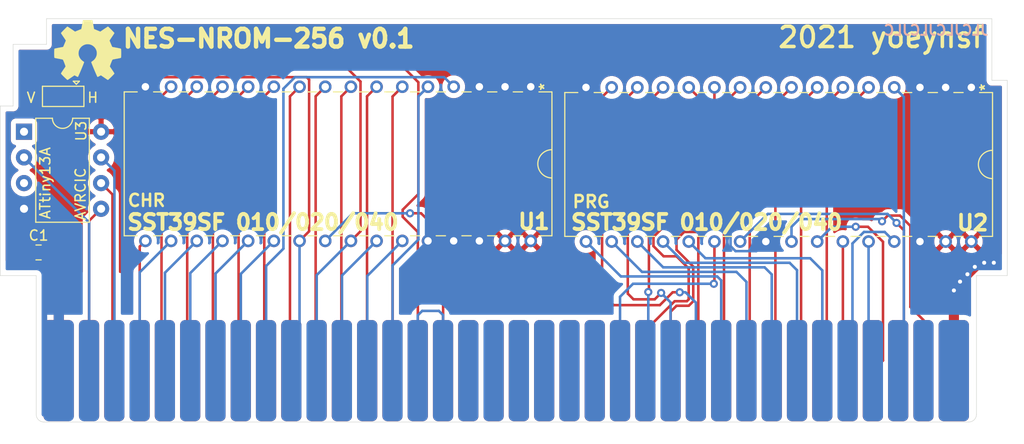
<source format=kicad_pcb>
(kicad_pcb (version 20171130) (host pcbnew "(5.1.10)-1")

  (general
    (thickness 1.6)
    (drawings 29)
    (tracks 260)
    (zones 0)
    (modules 7)
    (nets 73)
  )

  (page A4)
  (layers
    (0 F.Cu signal)
    (31 B.Cu signal)
    (32 B.Adhes user hide)
    (33 F.Adhes user hide)
    (34 B.Paste user)
    (35 F.Paste user)
    (36 B.SilkS user)
    (37 F.SilkS user)
    (38 B.Mask user)
    (39 F.Mask user)
    (40 Dwgs.User user hide)
    (41 Cmts.User user hide)
    (42 Eco1.User user)
    (43 Eco2.User user)
    (44 Edge.Cuts user)
    (45 Margin user)
    (46 B.CrtYd user)
    (47 F.CrtYd user)
    (48 B.Fab user)
    (49 F.Fab user)
  )

  (setup
    (last_trace_width 0.25)
    (user_trace_width 1)
    (trace_clearance 0.2)
    (zone_clearance 0.508)
    (zone_45_only no)
    (trace_min 0.2)
    (via_size 0.8)
    (via_drill 0.4)
    (via_min_size 0.4)
    (via_min_drill 0.3)
    (uvia_size 0.3)
    (uvia_drill 0.1)
    (uvias_allowed no)
    (uvia_min_size 0.2)
    (uvia_min_drill 0.1)
    (edge_width 0.05)
    (segment_width 0.2)
    (pcb_text_width 0.3)
    (pcb_text_size 1.5 1.5)
    (mod_edge_width 0.12)
    (mod_text_size 1 1)
    (mod_text_width 0.15)
    (pad_size 1.524 1.524)
    (pad_drill 0.762)
    (pad_to_mask_clearance 0)
    (aux_axis_origin 0 0)
    (visible_elements 7FFFFFFF)
    (pcbplotparams
      (layerselection 0x010fc_ffffffff)
      (usegerberextensions false)
      (usegerberattributes true)
      (usegerberadvancedattributes true)
      (creategerberjobfile true)
      (excludeedgelayer true)
      (linewidth 0.100000)
      (plotframeref false)
      (viasonmask false)
      (mode 1)
      (useauxorigin false)
      (hpglpennumber 1)
      (hpglpenspeed 20)
      (hpglpendiameter 15.000000)
      (psnegative false)
      (psa4output false)
      (plotreference true)
      (plotvalue true)
      (plotinvisibletext false)
      (padsonsilk false)
      (subtractmaskfromsilk false)
      (outputformat 1)
      (mirror false)
      (drillshape 1)
      (scaleselection 1)
      (outputdirectory ""))
  )

  (net 0 "")
  (net 1 GND)
  (net 2 VCC)
  (net 3 CIC_to_NES)
  (net 4 CIC_to_cart)
  (net 5 PPU_D0)
  (net 6 PPU_D1)
  (net 7 PPU_D2)
  (net 8 PPU_D3)
  (net 9 PPU_A0)
  (net 10 PPU_A1)
  (net 11 PPU_A2)
  (net 12 PPU_A3)
  (net 13 PPU_A4)
  (net 14 PPU_A5)
  (net 15 PPU_A6)
  (net 16 CIRAM_A10)
  (net 17 PPU_~RD)
  (net 18 CPU_A1)
  (net 19 ~ROMSEL)
  (net 20 "Net-(J1-Pad18)")
  (net 21 CPU_RW)
  (net 22 "Net-(J1-Pad16)")
  (net 23 "Net-(J1-Pad15)")
  (net 24 CPU_A0)
  (net 25 CPU_A2)
  (net 26 CPU_A3)
  (net 27 CPU_A4)
  (net 28 CPU_A5)
  (net 29 CPU_A6)
  (net 30 CPU_A7)
  (net 31 CPU_A8)
  (net 32 CPU_A9)
  (net 33 CPU_A10)
  (net 34 CPU_A11)
  (net 35 CIC_CLK)
  (net 36 CIC_+RST)
  (net 37 PPU_D4)
  (net 38 PPU_D5)
  (net 39 PPU_D6)
  (net 40 PPU_D7)
  (net 41 PPU_A12)
  (net 42 PPU_A11)
  (net 43 PPU_A10)
  (net 44 PPU_A9)
  (net 45 PPU_A8)
  (net 46 PPU_A7)
  (net 47 CPU_A13)
  (net 48 CPU_A14)
  (net 49 CPU_D0)
  (net 50 CPU_D1)
  (net 51 CPU_D2)
  (net 52 CPU_D3)
  (net 53 CPU_D4)
  (net 54 CPU_D5)
  (net 55 CPU_D6)
  (net 56 CPU_D7)
  (net 57 CPU_A12)
  (net 58 "Net-(U3-Pad3)")
  (net 59 "Net-(U3-Pad1)")
  (net 60 "Net-(J1-Pad56)")
  (net 61 "Net-(J1-Pad55)")
  (net 62 "Net-(J1-Pad54)")
  (net 63 "Net-(J1-Pad51)")
  (net 64 "Net-(J1-Pad38)")
  (net 65 "Net-(J1-Pad37)")
  (net 66 PPU_A13)
  (net 67 "Net-(J1-Pad57)")
  (net 68 "Net-(J1-Pad17)")
  (net 69 "Net-(J1-Pad19)")
  (net 70 "Net-(J1-Pad20)")
  (net 71 "Net-(J1-Pad52)")
  (net 72 "Net-(J1-Pad53)")

  (net_class Default "This is the default net class."
    (clearance 0.2)
    (trace_width 0.25)
    (via_dia 0.8)
    (via_drill 0.4)
    (uvia_dia 0.3)
    (uvia_drill 0.1)
    (add_net CIC_+RST)
    (add_net CIC_CLK)
    (add_net CIC_to_NES)
    (add_net CIC_to_cart)
    (add_net CIRAM_A10)
    (add_net CPU_A0)
    (add_net CPU_A1)
    (add_net CPU_A10)
    (add_net CPU_A11)
    (add_net CPU_A12)
    (add_net CPU_A13)
    (add_net CPU_A14)
    (add_net CPU_A2)
    (add_net CPU_A3)
    (add_net CPU_A4)
    (add_net CPU_A5)
    (add_net CPU_A6)
    (add_net CPU_A7)
    (add_net CPU_A8)
    (add_net CPU_A9)
    (add_net CPU_D0)
    (add_net CPU_D1)
    (add_net CPU_D2)
    (add_net CPU_D3)
    (add_net CPU_D4)
    (add_net CPU_D5)
    (add_net CPU_D6)
    (add_net CPU_D7)
    (add_net CPU_RW)
    (add_net GND)
    (add_net "Net-(J1-Pad15)")
    (add_net "Net-(J1-Pad16)")
    (add_net "Net-(J1-Pad17)")
    (add_net "Net-(J1-Pad18)")
    (add_net "Net-(J1-Pad19)")
    (add_net "Net-(J1-Pad20)")
    (add_net "Net-(J1-Pad37)")
    (add_net "Net-(J1-Pad38)")
    (add_net "Net-(J1-Pad51)")
    (add_net "Net-(J1-Pad52)")
    (add_net "Net-(J1-Pad53)")
    (add_net "Net-(J1-Pad54)")
    (add_net "Net-(J1-Pad55)")
    (add_net "Net-(J1-Pad56)")
    (add_net "Net-(J1-Pad57)")
    (add_net "Net-(U3-Pad1)")
    (add_net "Net-(U3-Pad3)")
    (add_net PPU_A0)
    (add_net PPU_A1)
    (add_net PPU_A10)
    (add_net PPU_A11)
    (add_net PPU_A12)
    (add_net PPU_A13)
    (add_net PPU_A2)
    (add_net PPU_A3)
    (add_net PPU_A4)
    (add_net PPU_A5)
    (add_net PPU_A6)
    (add_net PPU_A7)
    (add_net PPU_A8)
    (add_net PPU_A9)
    (add_net PPU_D0)
    (add_net PPU_D1)
    (add_net PPU_D2)
    (add_net PPU_D3)
    (add_net PPU_D4)
    (add_net PPU_D5)
    (add_net PPU_D6)
    (add_net PPU_D7)
    (add_net PPU_~RD)
    (add_net VCC)
    (add_net ~ROMSEL)
  )

  (module Symbol:OSHW-Symbol_6.7x6mm_SilkScreen (layer F.Cu) (tedit 0) (tstamp 61952F39)
    (at 104.394 88.7095)
    (descr "Open Source Hardware Symbol")
    (tags "Logo Symbol OSHW")
    (attr virtual)
    (fp_text reference REF** (at 0 0) (layer F.SilkS) hide
      (effects (font (size 1 1) (thickness 0.15)))
    )
    (fp_text value OSHW-Symbol_6.7x6mm_SilkScreen (at 0.75 0) (layer F.Fab) hide
      (effects (font (size 1 1) (thickness 0.15)))
    )
    (fp_poly (pts (xy 0.555814 -2.531069) (xy 0.639635 -2.086445) (xy 0.94892 -1.958947) (xy 1.258206 -1.831449)
      (xy 1.629246 -2.083754) (xy 1.733157 -2.154004) (xy 1.827087 -2.216728) (xy 1.906652 -2.269062)
      (xy 1.96747 -2.308143) (xy 2.005157 -2.331107) (xy 2.015421 -2.336058) (xy 2.03391 -2.323324)
      (xy 2.07342 -2.288118) (xy 2.129522 -2.234938) (xy 2.197787 -2.168282) (xy 2.273786 -2.092646)
      (xy 2.353092 -2.012528) (xy 2.431275 -1.932426) (xy 2.503907 -1.856836) (xy 2.566559 -1.790255)
      (xy 2.614803 -1.737182) (xy 2.64421 -1.702113) (xy 2.651241 -1.690377) (xy 2.641123 -1.66874)
      (xy 2.612759 -1.621338) (xy 2.569129 -1.552807) (xy 2.513218 -1.467785) (xy 2.448006 -1.370907)
      (xy 2.410219 -1.31565) (xy 2.341343 -1.214752) (xy 2.28014 -1.123701) (xy 2.229578 -1.04703)
      (xy 2.192628 -0.989272) (xy 2.172258 -0.954957) (xy 2.169197 -0.947746) (xy 2.176136 -0.927252)
      (xy 2.195051 -0.879487) (xy 2.223087 -0.811168) (xy 2.257391 -0.729011) (xy 2.295109 -0.63973)
      (xy 2.333387 -0.550042) (xy 2.36937 -0.466662) (xy 2.400206 -0.396306) (xy 2.423039 -0.34569)
      (xy 2.435017 -0.321529) (xy 2.435724 -0.320578) (xy 2.454531 -0.315964) (xy 2.504618 -0.305672)
      (xy 2.580793 -0.290713) (xy 2.677865 -0.272099) (xy 2.790643 -0.250841) (xy 2.856442 -0.238582)
      (xy 2.97695 -0.215638) (xy 3.085797 -0.193805) (xy 3.177476 -0.174278) (xy 3.246481 -0.158252)
      (xy 3.287304 -0.146921) (xy 3.295511 -0.143326) (xy 3.303548 -0.118994) (xy 3.310033 -0.064041)
      (xy 3.31497 0.015108) (xy 3.318364 0.112026) (xy 3.320218 0.220287) (xy 3.320538 0.333465)
      (xy 3.319327 0.445135) (xy 3.31659 0.548868) (xy 3.312331 0.638241) (xy 3.306555 0.706826)
      (xy 3.299267 0.748197) (xy 3.294895 0.75681) (xy 3.268764 0.767133) (xy 3.213393 0.781892)
      (xy 3.136107 0.799352) (xy 3.04423 0.81778) (xy 3.012158 0.823741) (xy 2.857524 0.852066)
      (xy 2.735375 0.874876) (xy 2.641673 0.89308) (xy 2.572384 0.907583) (xy 2.523471 0.919292)
      (xy 2.490897 0.929115) (xy 2.470628 0.937956) (xy 2.458626 0.946724) (xy 2.456947 0.948457)
      (xy 2.440184 0.976371) (xy 2.414614 1.030695) (xy 2.382788 1.104777) (xy 2.34726 1.191965)
      (xy 2.310583 1.285608) (xy 2.275311 1.379052) (xy 2.243996 1.465647) (xy 2.219193 1.53874)
      (xy 2.203454 1.591678) (xy 2.199332 1.617811) (xy 2.199676 1.618726) (xy 2.213641 1.640086)
      (xy 2.245322 1.687084) (xy 2.291391 1.754827) (xy 2.348518 1.838423) (xy 2.413373 1.932982)
      (xy 2.431843 1.959854) (xy 2.497699 2.057275) (xy 2.55565 2.146163) (xy 2.602538 2.221412)
      (xy 2.635207 2.27792) (xy 2.6505 2.310581) (xy 2.651241 2.314593) (xy 2.638392 2.335684)
      (xy 2.602888 2.377464) (xy 2.549293 2.435445) (xy 2.482171 2.505135) (xy 2.406087 2.582045)
      (xy 2.325604 2.661683) (xy 2.245287 2.739561) (xy 2.169699 2.811186) (xy 2.103405 2.87207)
      (xy 2.050969 2.917721) (xy 2.016955 2.94365) (xy 2.007545 2.947883) (xy 1.985643 2.937912)
      (xy 1.9408 2.91102) (xy 1.880321 2.871736) (xy 1.833789 2.840117) (xy 1.749475 2.782098)
      (xy 1.649626 2.713784) (xy 1.549473 2.645579) (xy 1.495627 2.609075) (xy 1.313371 2.4858)
      (xy 1.160381 2.56852) (xy 1.090682 2.604759) (xy 1.031414 2.632926) (xy 0.991311 2.648991)
      (xy 0.981103 2.651226) (xy 0.968829 2.634722) (xy 0.944613 2.588082) (xy 0.910263 2.515609)
      (xy 0.867588 2.421606) (xy 0.818394 2.310374) (xy 0.76449 2.186215) (xy 0.707684 2.053432)
      (xy 0.649782 1.916327) (xy 0.592593 1.779202) (xy 0.537924 1.646358) (xy 0.487584 1.522098)
      (xy 0.44338 1.410725) (xy 0.407119 1.316539) (xy 0.380609 1.243844) (xy 0.365658 1.196941)
      (xy 0.363254 1.180833) (xy 0.382311 1.160286) (xy 0.424036 1.126933) (xy 0.479706 1.087702)
      (xy 0.484378 1.084599) (xy 0.628264 0.969423) (xy 0.744283 0.835053) (xy 0.83143 0.685784)
      (xy 0.888699 0.525913) (xy 0.915086 0.359737) (xy 0.909585 0.191552) (xy 0.87119 0.025655)
      (xy 0.798895 -0.133658) (xy 0.777626 -0.168513) (xy 0.666996 -0.309263) (xy 0.536302 -0.422286)
      (xy 0.390064 -0.506997) (xy 0.232808 -0.562806) (xy 0.069057 -0.589126) (xy -0.096667 -0.58537)
      (xy -0.259838 -0.55095) (xy -0.415935 -0.485277) (xy -0.560433 -0.387765) (xy -0.605131 -0.348187)
      (xy -0.718888 -0.224297) (xy -0.801782 -0.093876) (xy -0.858644 0.052315) (xy -0.890313 0.197088)
      (xy -0.898131 0.35986) (xy -0.872062 0.52344) (xy -0.814755 0.682298) (xy -0.728856 0.830906)
      (xy -0.617014 0.963735) (xy -0.481877 1.075256) (xy -0.464117 1.087011) (xy -0.40785 1.125508)
      (xy -0.365077 1.158863) (xy -0.344628 1.18016) (xy -0.344331 1.180833) (xy -0.348721 1.203871)
      (xy -0.366124 1.256157) (xy -0.394732 1.33339) (xy -0.432735 1.431268) (xy -0.478326 1.545491)
      (xy -0.529697 1.671758) (xy -0.585038 1.805767) (xy -0.642542 1.943218) (xy -0.700399 2.079808)
      (xy -0.756802 2.211237) (xy -0.809942 2.333205) (xy -0.85801 2.441409) (xy -0.899199 2.531549)
      (xy -0.931699 2.599323) (xy -0.953703 2.64043) (xy -0.962564 2.651226) (xy -0.98964 2.642819)
      (xy -1.040303 2.620272) (xy -1.105817 2.587613) (xy -1.141841 2.56852) (xy -1.294832 2.4858)
      (xy -1.477088 2.609075) (xy -1.570125 2.672228) (xy -1.671985 2.741727) (xy -1.767438 2.807165)
      (xy -1.81525 2.840117) (xy -1.882495 2.885273) (xy -1.939436 2.921057) (xy -1.978646 2.942938)
      (xy -1.991381 2.947563) (xy -2.009917 2.935085) (xy -2.050941 2.900252) (xy -2.110475 2.846678)
      (xy -2.184542 2.777983) (xy -2.269165 2.697781) (xy -2.322685 2.646286) (xy -2.416319 2.554286)
      (xy -2.497241 2.471999) (xy -2.562177 2.402945) (xy -2.607858 2.350644) (xy -2.631011 2.318616)
      (xy -2.633232 2.312116) (xy -2.622924 2.287394) (xy -2.594439 2.237405) (xy -2.550937 2.167212)
      (xy -2.495577 2.081875) (xy -2.43152 1.986456) (xy -2.413303 1.959854) (xy -2.346927 1.863167)
      (xy -2.287378 1.776117) (xy -2.237984 1.703595) (xy -2.202075 1.650493) (xy -2.182981 1.621703)
      (xy -2.181136 1.618726) (xy -2.183895 1.595782) (xy -2.198538 1.545336) (xy -2.222513 1.474041)
      (xy -2.253266 1.388547) (xy -2.288244 1.295507) (xy -2.324893 1.201574) (xy -2.360661 1.113399)
      (xy -2.392994 1.037634) (xy -2.419338 0.980931) (xy -2.437142 0.949943) (xy -2.438407 0.948457)
      (xy -2.449294 0.939601) (xy -2.467682 0.930843) (xy -2.497606 0.921277) (xy -2.543103 0.909996)
      (xy -2.608209 0.896093) (xy -2.696961 0.878663) (xy -2.813393 0.856798) (xy -2.961542 0.829591)
      (xy -2.993618 0.823741) (xy -3.088686 0.805374) (xy -3.171565 0.787405) (xy -3.23493 0.771569)
      (xy -3.271458 0.7596) (xy -3.276356 0.75681) (xy -3.284427 0.732072) (xy -3.290987 0.67679)
      (xy -3.296033 0.597389) (xy -3.299559 0.500296) (xy -3.301561 0.391938) (xy -3.302036 0.27874)
      (xy -3.300977 0.167128) (xy -3.298382 0.063529) (xy -3.294246 -0.025632) (xy -3.288563 -0.093928)
      (xy -3.281331 -0.134934) (xy -3.276971 -0.143326) (xy -3.252698 -0.151792) (xy -3.197426 -0.165565)
      (xy -3.116662 -0.18345) (xy -3.015912 -0.204252) (xy -2.900683 -0.226777) (xy -2.837902 -0.238582)
      (xy -2.718787 -0.260849) (xy -2.612565 -0.281021) (xy -2.524427 -0.298085) (xy -2.459566 -0.311031)
      (xy -2.423174 -0.318845) (xy -2.417184 -0.320578) (xy -2.407061 -0.34011) (xy -2.385662 -0.387157)
      (xy -2.355839 -0.454997) (xy -2.320445 -0.536909) (xy -2.282332 -0.626172) (xy -2.244353 -0.716065)
      (xy -2.20936 -0.799865) (xy -2.180206 -0.870853) (xy -2.159743 -0.922306) (xy -2.150823 -0.947503)
      (xy -2.150657 -0.948604) (xy -2.160769 -0.968481) (xy -2.189117 -1.014223) (xy -2.232723 -1.081283)
      (xy -2.288606 -1.165116) (xy -2.353787 -1.261174) (xy -2.391679 -1.31635) (xy -2.460725 -1.417519)
      (xy -2.52205 -1.50937) (xy -2.572663 -1.587256) (xy -2.609571 -1.646531) (xy -2.629782 -1.682549)
      (xy -2.632701 -1.690623) (xy -2.620153 -1.709416) (xy -2.585463 -1.749543) (xy -2.533063 -1.806507)
      (xy -2.467384 -1.875815) (xy -2.392856 -1.952969) (xy -2.313913 -2.033475) (xy -2.234983 -2.112837)
      (xy -2.1605 -2.18656) (xy -2.094894 -2.250148) (xy -2.042596 -2.299106) (xy -2.008039 -2.328939)
      (xy -1.996478 -2.336058) (xy -1.977654 -2.326047) (xy -1.932631 -2.297922) (xy -1.865787 -2.254546)
      (xy -1.781499 -2.198782) (xy -1.684144 -2.133494) (xy -1.610707 -2.083754) (xy -1.239667 -1.831449)
      (xy -0.621095 -2.086445) (xy -0.537275 -2.531069) (xy -0.453454 -2.975693) (xy 0.471994 -2.975693)
      (xy 0.555814 -2.531069)) (layer F.SilkS) (width 0.01))
  )

  (module yoey_footprints:NES-CONN (layer F.Cu) (tedit 61942C30) (tstamp 6194F01C)
    (at 145.7865 110.9235)
    (path /609A56CF)
    (fp_text reference J1 (at 0 -0.635) (layer F.Fab)
      (effects (font (size 1 1) (thickness 0.15)))
    )
    (fp_text value "Cart Connector" (at 0 15.875) (layer F.Fab)
      (effects (font (size 1 1) (thickness 0.15)))
    )
    (fp_poly (pts (xy 46.75 14.5) (xy -46.75 14.5) (xy -46.75 7.25) (xy 46.75 7.25)) (layer B.Mask) (width 0.1))
    (fp_poly (pts (xy 46.75 14.5) (xy -46.75 14.5) (xy -46.75 7.25) (xy 46.75 7.25)) (layer F.Mask) (width 0.1))
    (fp_line (start 46.75 14.5) (end 46.75 0) (layer Cmts.User) (width 0.05))
    (fp_line (start -46.75 14.5) (end -46.75 0) (layer Cmts.User) (width 0.05))
    (fp_line (start 46.75 0) (end 50 0) (layer Cmts.User) (width 0.05))
    (fp_line (start -46.75 0) (end -50 0) (layer Cmts.User) (width 0.05))
    (fp_line (start -46.75 14.5) (end 46.75 14.5) (layer Cmts.User) (width 0.05))
    (pad 37 smd roundrect (at 44.25 9.4725) (size 3 10) (layers B.Cu) (roundrect_rratio 0.167)
      (net 65 "Net-(J1-Pad37)"))
    (pad 1 smd roundrect (at 44.25 9.4725) (size 3 10) (layers F.Cu) (roundrect_rratio 0.167)
      (net 1 GND))
    (pad 72 smd roundrect (at -44.25 9.4725) (size 3 10) (layers B.Cu) (roundrect_rratio 0.167)
      (net 1 GND))
    (pad 38 smd roundrect (at 41.25 9.4725) (size 2 10) (layers B.Cu) (roundrect_rratio 0.25)
      (net 64 "Net-(J1-Pad38)"))
    (pad 2 smd roundrect (at 41.25 9.4725) (size 2 10) (layers F.Cu) (roundrect_rratio 0.25)
      (net 34 CPU_A11))
    (pad 36 smd roundrect (at -44.2595 9.4615) (size 3 10) (layers F.Cu) (roundrect_rratio 0.167)
      (net 2 VCC))
    (pad 3 smd roundrect (at 38.75 9.4725) (size 2 10) (layers F.Cu) (roundrect_rratio 0.25)
      (net 33 CPU_A10))
    (pad 4 smd roundrect (at 36.25 9.4725) (size 2 10) (layers F.Cu) (roundrect_rratio 0.25)
      (net 32 CPU_A9))
    (pad 5 smd roundrect (at 33.75 9.4725) (size 2 10) (layers F.Cu) (roundrect_rratio 0.25)
      (net 31 CPU_A8))
    (pad 6 smd roundrect (at 31.25 9.4725) (size 2 10) (layers F.Cu) (roundrect_rratio 0.25)
      (net 30 CPU_A7))
    (pad 7 smd roundrect (at 28.75 9.4725) (size 2 10) (layers F.Cu) (roundrect_rratio 0.25)
      (net 29 CPU_A6))
    (pad 8 smd roundrect (at 26.25 9.4725) (size 2 10) (layers F.Cu) (roundrect_rratio 0.25)
      (net 28 CPU_A5))
    (pad 9 smd roundrect (at 23.75 9.4725) (size 2 10) (layers F.Cu) (roundrect_rratio 0.25)
      (net 27 CPU_A4))
    (pad 10 smd roundrect (at 21.25 9.4725) (size 2 10) (layers F.Cu) (roundrect_rratio 0.25)
      (net 26 CPU_A3))
    (pad 11 smd roundrect (at 18.75 9.4725) (size 2 10) (layers F.Cu) (roundrect_rratio 0.25)
      (net 25 CPU_A2))
    (pad 12 smd roundrect (at 16.25 9.4725) (size 2 10) (layers F.Cu) (roundrect_rratio 0.25)
      (net 18 CPU_A1))
    (pad 13 smd roundrect (at 13.75 9.4725) (size 2 10) (layers F.Cu) (roundrect_rratio 0.25)
      (net 24 CPU_A0))
    (pad 14 smd roundrect (at 11.25 9.4725) (size 2 10) (layers F.Cu) (roundrect_rratio 0.25)
      (net 21 CPU_RW))
    (pad 15 smd roundrect (at 8.75 9.4725) (size 2 10) (layers F.Cu) (roundrect_rratio 0.25)
      (net 23 "Net-(J1-Pad15)"))
    (pad 16 smd roundrect (at 6.25 9.4725) (size 2 10) (layers F.Cu) (roundrect_rratio 0.25)
      (net 22 "Net-(J1-Pad16)"))
    (pad 17 smd roundrect (at 3.75 9.4725) (size 2 10) (layers F.Cu) (roundrect_rratio 0.25)
      (net 68 "Net-(J1-Pad17)"))
    (pad 18 smd roundrect (at 1.25 9.4725) (size 2 10) (layers F.Cu) (roundrect_rratio 0.25)
      (net 20 "Net-(J1-Pad18)"))
    (pad 19 smd roundrect (at -1.25 9.4725) (size 2 10) (layers F.Cu) (roundrect_rratio 0.25)
      (net 69 "Net-(J1-Pad19)"))
    (pad 20 smd roundrect (at -3.75 9.4725) (size 2 10) (layers F.Cu) (roundrect_rratio 0.25)
      (net 70 "Net-(J1-Pad20)"))
    (pad 21 smd roundrect (at -6.25 9.4725) (size 2 10) (layers F.Cu) (roundrect_rratio 0.25)
      (net 17 PPU_~RD))
    (pad 22 smd roundrect (at -8.75 9.4725) (size 2 10) (layers F.Cu) (roundrect_rratio 0.25)
      (net 16 CIRAM_A10))
    (pad 23 smd roundrect (at -11.25 9.4725) (size 2 10) (layers F.Cu) (roundrect_rratio 0.25)
      (net 15 PPU_A6))
    (pad 24 smd roundrect (at -13.75 9.4725) (size 2 10) (layers F.Cu) (roundrect_rratio 0.25)
      (net 14 PPU_A5))
    (pad 25 smd roundrect (at -16.25 9.4725) (size 2 10) (layers F.Cu) (roundrect_rratio 0.25)
      (net 13 PPU_A4))
    (pad 26 smd roundrect (at -18.75 9.4725) (size 2 10) (layers F.Cu) (roundrect_rratio 0.25)
      (net 12 PPU_A3))
    (pad 27 smd roundrect (at -21.25 9.4725) (size 2 10) (layers F.Cu) (roundrect_rratio 0.25)
      (net 11 PPU_A2))
    (pad 28 smd roundrect (at -23.75 9.4725) (size 2 10) (layers F.Cu) (roundrect_rratio 0.25)
      (net 10 PPU_A1))
    (pad 29 smd roundrect (at -26.25 9.4725) (size 2 10) (layers F.Cu) (roundrect_rratio 0.25)
      (net 9 PPU_A0))
    (pad 30 smd roundrect (at -28.75 9.4725) (size 2 10) (layers F.Cu) (roundrect_rratio 0.25)
      (net 5 PPU_D0))
    (pad 31 smd roundrect (at -31.25 9.4725) (size 2 10) (layers F.Cu) (roundrect_rratio 0.25)
      (net 6 PPU_D1))
    (pad 32 smd roundrect (at -33.75 9.4725) (size 2 10) (layers F.Cu) (roundrect_rratio 0.25)
      (net 7 PPU_D2))
    (pad 33 smd roundrect (at -36.25 9.4725) (size 2 10) (layers F.Cu) (roundrect_rratio 0.25)
      (net 8 PPU_D3))
    (pad 34 smd roundrect (at -38.75 9.4725) (size 2 10) (layers F.Cu) (roundrect_rratio 0.25)
      (net 4 CIC_to_cart))
    (pad 35 smd roundrect (at -41.25 9.4615) (size 2 10) (layers F.Cu) (roundrect_rratio 0.25)
      (net 3 CIC_to_NES))
    (pad 39 smd roundrect (at 38.75 9.4725) (size 2 10) (layers B.Cu) (roundrect_rratio 0.25)
      (net 57 CPU_A12))
    (pad 40 smd roundrect (at 36.25 9.4725) (size 2 10) (layers B.Cu) (roundrect_rratio 0.25)
      (net 47 CPU_A13))
    (pad 41 smd roundrect (at 33.75 9.4725) (size 2 10) (layers B.Cu) (roundrect_rratio 0.25)
      (net 48 CPU_A14))
    (pad 42 smd roundrect (at 31.25 9.4725) (size 2 10) (layers B.Cu) (roundrect_rratio 0.25)
      (net 56 CPU_D7))
    (pad 43 smd roundrect (at 28.75 9.4725) (size 2 10) (layers B.Cu) (roundrect_rratio 0.25)
      (net 55 CPU_D6))
    (pad 44 smd roundrect (at 26.25 9.4725) (size 2 10) (layers B.Cu) (roundrect_rratio 0.25)
      (net 54 CPU_D5))
    (pad 45 smd roundrect (at 23.75 9.4725) (size 2 10) (layers B.Cu) (roundrect_rratio 0.25)
      (net 53 CPU_D4))
    (pad 46 smd roundrect (at 21.25 9.4725) (size 2 10) (layers B.Cu) (roundrect_rratio 0.25)
      (net 52 CPU_D3))
    (pad 47 smd roundrect (at 18.75 9.4725) (size 2 10) (layers B.Cu) (roundrect_rratio 0.25)
      (net 51 CPU_D2))
    (pad 48 smd roundrect (at 16.25 9.4725) (size 2 10) (layers B.Cu) (roundrect_rratio 0.25)
      (net 50 CPU_D1))
    (pad 49 smd roundrect (at 13.75 9.4725) (size 2 10) (layers B.Cu) (roundrect_rratio 0.25)
      (net 49 CPU_D0))
    (pad 50 smd roundrect (at 11.25 9.4725) (size 2 10) (layers B.Cu) (roundrect_rratio 0.25)
      (net 19 ~ROMSEL))
    (pad 51 smd roundrect (at 8.75 9.4725) (size 2 10) (layers B.Cu) (roundrect_rratio 0.25)
      (net 63 "Net-(J1-Pad51)"))
    (pad 52 smd roundrect (at 6.25 9.4725) (size 2 10) (layers B.Cu) (roundrect_rratio 0.25)
      (net 71 "Net-(J1-Pad52)"))
    (pad 53 smd roundrect (at 3.75 9.4725) (size 2 10) (layers B.Cu) (roundrect_rratio 0.25)
      (net 72 "Net-(J1-Pad53)"))
    (pad 54 smd roundrect (at 1.25 9.4725) (size 2 10) (layers B.Cu) (roundrect_rratio 0.25)
      (net 62 "Net-(J1-Pad54)"))
    (pad 55 smd roundrect (at -1.25 9.4725) (size 2 10) (layers B.Cu) (roundrect_rratio 0.25)
      (net 61 "Net-(J1-Pad55)"))
    (pad 56 smd roundrect (at -3.75 9.4725) (size 2 10) (layers B.Cu) (roundrect_rratio 0.25)
      (net 60 "Net-(J1-Pad56)"))
    (pad 57 smd roundrect (at -6.25 9.4725) (size 2 10) (layers B.Cu) (roundrect_rratio 0.25)
      (net 67 "Net-(J1-Pad57)"))
    (pad 58 smd roundrect (at -8.75 9.4725) (size 2 10) (layers B.Cu) (roundrect_rratio 0.25)
      (net 67 "Net-(J1-Pad57)"))
    (pad 59 smd roundrect (at -11.25 9.4725) (size 2 10) (layers B.Cu) (roundrect_rratio 0.25)
      (net 46 PPU_A7))
    (pad 60 smd roundrect (at -13.75 9.4725) (size 2 10) (layers B.Cu) (roundrect_rratio 0.25)
      (net 45 PPU_A8))
    (pad 61 smd roundrect (at -16.25 9.4725) (size 2 10) (layers B.Cu) (roundrect_rratio 0.25)
      (net 44 PPU_A9))
    (pad 62 smd roundrect (at -18.75 9.4725) (size 2 10) (layers B.Cu) (roundrect_rratio 0.25)
      (net 42 PPU_A11))
    (pad 63 smd roundrect (at -21.25 9.4725) (size 2 10) (layers B.Cu) (roundrect_rratio 0.25)
      (net 43 PPU_A10))
    (pad 64 smd roundrect (at -23.75 9.4725) (size 2 10) (layers B.Cu) (roundrect_rratio 0.25)
      (net 41 PPU_A12))
    (pad 65 smd roundrect (at -26.25 9.4725) (size 2 10) (layers B.Cu) (roundrect_rratio 0.25)
      (net 66 PPU_A13))
    (pad 66 smd roundrect (at -28.75 9.4725) (size 2 10) (layers B.Cu) (roundrect_rratio 0.25)
      (net 40 PPU_D7))
    (pad 67 smd roundrect (at -31.25 9.4725) (size 2 10) (layers B.Cu) (roundrect_rratio 0.25)
      (net 39 PPU_D6))
    (pad 68 smd roundrect (at -33.75 9.4725) (size 2 10) (layers B.Cu) (roundrect_rratio 0.25)
      (net 38 PPU_D5))
    (pad 69 smd roundrect (at -36.25 9.4725) (size 2 10) (layers B.Cu) (roundrect_rratio 0.25)
      (net 37 PPU_D4))
    (pad 70 smd roundrect (at -38.75 9.4725) (size 2 10) (layers B.Cu) (roundrect_rratio 0.25)
      (net 36 CIC_+RST))
    (pad 71 smd roundrect (at -41.25 9.4725) (size 2 10) (layers B.Cu) (roundrect_rratio 0.25)
      (net 35 CIC_CLK))
  )

  (module "5v Flash 512KB:SST39SF040-70-4C-PHE" (layer F.Cu) (tedit 618FFCAE) (tstamp 6193ED36)
    (at 191.77 92.3925 270)
    (path /61981812)
    (fp_text reference U2 (at 13.3985 -0.127 180) (layer F.SilkS)
      (effects (font (size 1.5 1.5) (thickness 0.35)))
    )
    (fp_text value SST39SF040 (at 7.62 19.05 90) (layer F.SilkS) hide
      (effects (font (size 1 1) (thickness 0.15)))
    )
    (fp_line (start 14.859 38.9763) (end 16.1163 38.9763) (layer F.CrtYd) (width 0.05))
    (fp_line (start 14.859 40.3225) (end 14.859 38.9763) (layer F.CrtYd) (width 0.05))
    (fp_line (start 0.381 40.3225) (end 14.859 40.3225) (layer F.CrtYd) (width 0.05))
    (fp_line (start 0.381 38.9763) (end 0.381 40.3225) (layer F.CrtYd) (width 0.05))
    (fp_line (start -0.8763 38.9763) (end 0.381 38.9763) (layer F.CrtYd) (width 0.05))
    (fp_line (start -0.8763 -0.8763) (end -0.8763 38.9763) (layer F.CrtYd) (width 0.05))
    (fp_line (start 0.381 -0.8763) (end -0.8763 -0.8763) (layer F.CrtYd) (width 0.05))
    (fp_line (start 0.381 -2.2225) (end 0.381 -0.8763) (layer F.CrtYd) (width 0.05))
    (fp_line (start 14.859 -2.2225) (end 0.381 -2.2225) (layer F.CrtYd) (width 0.05))
    (fp_line (start 14.859 -0.8763) (end 14.859 -2.2225) (layer F.CrtYd) (width 0.05))
    (fp_line (start 16.1163 -0.8763) (end 14.859 -0.8763) (layer F.CrtYd) (width 0.05))
    (fp_line (start 16.1163 38.9763) (end 16.1163 -0.8763) (layer F.CrtYd) (width 0.05))
    (fp_line (start 14.732 -0.808726) (end 14.732 -2.0955) (layer F.SilkS) (width 0.12))
    (fp_line (start 14.732 1.731274) (end 14.732 0.808726) (layer F.SilkS) (width 0.12))
    (fp_line (start 14.732 4.271274) (end 14.732 3.348726) (layer F.SilkS) (width 0.12))
    (fp_line (start 14.732 6.811274) (end 14.732 5.888726) (layer F.SilkS) (width 0.12))
    (fp_line (start 14.732 9.351274) (end 14.732 8.428726) (layer F.SilkS) (width 0.12))
    (fp_line (start 14.732 11.891274) (end 14.732 10.968726) (layer F.SilkS) (width 0.12))
    (fp_line (start 14.732 14.431274) (end 14.732 13.508726) (layer F.SilkS) (width 0.12))
    (fp_line (start 14.732 16.971274) (end 14.732 16.048726) (layer F.SilkS) (width 0.12))
    (fp_line (start 14.732 19.511274) (end 14.732 18.588726) (layer F.SilkS) (width 0.12))
    (fp_line (start 14.732 22.051274) (end 14.732 21.128726) (layer F.SilkS) (width 0.12))
    (fp_line (start 14.732 24.591274) (end 14.732 23.668726) (layer F.SilkS) (width 0.12))
    (fp_line (start 14.732 27.131274) (end 14.732 26.208726) (layer F.SilkS) (width 0.12))
    (fp_line (start 14.732 29.671274) (end 14.732 28.748726) (layer F.SilkS) (width 0.12))
    (fp_line (start 14.732 32.211274) (end 14.732 31.288726) (layer F.SilkS) (width 0.12))
    (fp_line (start 14.732 34.751274) (end 14.732 33.828726) (layer F.SilkS) (width 0.12))
    (fp_line (start 14.732 37.291274) (end 14.732 36.368726) (layer F.SilkS) (width 0.12))
    (fp_line (start 0.508 38.908726) (end 0.508 40.1955) (layer F.SilkS) (width 0.12))
    (fp_line (start 0.508 36.368726) (end 0.508 37.291274) (layer F.SilkS) (width 0.12))
    (fp_line (start 0.508 33.828726) (end 0.508 34.751274) (layer F.SilkS) (width 0.12))
    (fp_line (start 0.508 31.288726) (end 0.508 32.211274) (layer F.SilkS) (width 0.12))
    (fp_line (start 0.508 28.748726) (end 0.508 29.671274) (layer F.SilkS) (width 0.12))
    (fp_line (start 0.508 26.208726) (end 0.508 27.131274) (layer F.SilkS) (width 0.12))
    (fp_line (start 0.508 23.668726) (end 0.508 24.591274) (layer F.SilkS) (width 0.12))
    (fp_line (start 0.508 21.128726) (end 0.508 22.051274) (layer F.SilkS) (width 0.12))
    (fp_line (start 0.508 18.588726) (end 0.508 19.511274) (layer F.SilkS) (width 0.12))
    (fp_line (start 0.508 16.048726) (end 0.508 16.971274) (layer F.SilkS) (width 0.12))
    (fp_line (start 0.508 13.508726) (end 0.508 14.431274) (layer F.SilkS) (width 0.12))
    (fp_line (start 0.508 10.968726) (end 0.508 11.891274) (layer F.SilkS) (width 0.12))
    (fp_line (start 0.508 8.428726) (end 0.508 9.351274) (layer F.SilkS) (width 0.12))
    (fp_line (start 0.508 5.888726) (end 0.508 6.811274) (layer F.SilkS) (width 0.12))
    (fp_line (start 0.508 3.348726) (end 0.508 4.271274) (layer F.SilkS) (width 0.12))
    (fp_line (start 0.508 0.808726) (end 0.508 1.731274) (layer F.SilkS) (width 0.12))
    (fp_line (start 0.635 -1.9685) (end 0.635 40.0685) (layer F.Fab) (width 0.1))
    (fp_line (start 14.605 -1.9685) (end 0.635 -1.9685) (layer F.Fab) (width 0.1))
    (fp_line (start 14.605 40.0685) (end 14.605 -1.9685) (layer F.Fab) (width 0.1))
    (fp_line (start 0.635 40.0685) (end 14.605 40.0685) (layer F.Fab) (width 0.1))
    (fp_line (start 0.508 -2.0955) (end 0.508 -0.808726) (layer F.SilkS) (width 0.12))
    (fp_line (start 14.732 -2.0955) (end 0.508 -2.0955) (layer F.SilkS) (width 0.12))
    (fp_line (start 14.732 40.1955) (end 14.732 38.908726) (layer F.SilkS) (width 0.12))
    (fp_line (start 0.508 40.1955) (end 14.732 40.1955) (layer F.SilkS) (width 0.12))
    (fp_line (start 15.6083 -0.3683) (end 14.605 -0.3683) (layer F.Fab) (width 0.1))
    (fp_line (start 15.6083 0.3683) (end 15.6083 -0.3683) (layer F.Fab) (width 0.1))
    (fp_line (start 14.605 0.3683) (end 15.6083 0.3683) (layer F.Fab) (width 0.1))
    (fp_line (start 14.605 -0.3683) (end 14.605 0.3683) (layer F.Fab) (width 0.1))
    (fp_line (start 15.6083 2.1717) (end 14.605 2.1717) (layer F.Fab) (width 0.1))
    (fp_line (start 15.6083 2.9083) (end 15.6083 2.1717) (layer F.Fab) (width 0.1))
    (fp_line (start 14.605 2.9083) (end 15.6083 2.9083) (layer F.Fab) (width 0.1))
    (fp_line (start 14.605 2.1717) (end 14.605 2.9083) (layer F.Fab) (width 0.1))
    (fp_line (start 15.6083 4.7117) (end 14.605 4.7117) (layer F.Fab) (width 0.1))
    (fp_line (start 15.6083 5.4483) (end 15.6083 4.7117) (layer F.Fab) (width 0.1))
    (fp_line (start 14.605 5.4483) (end 15.6083 5.4483) (layer F.Fab) (width 0.1))
    (fp_line (start 14.605 4.7117) (end 14.605 5.4483) (layer F.Fab) (width 0.1))
    (fp_line (start 15.6083 7.2517) (end 14.605 7.2517) (layer F.Fab) (width 0.1))
    (fp_line (start 15.6083 7.9883) (end 15.6083 7.2517) (layer F.Fab) (width 0.1))
    (fp_line (start 14.605 7.9883) (end 15.6083 7.9883) (layer F.Fab) (width 0.1))
    (fp_line (start 14.605 7.2517) (end 14.605 7.9883) (layer F.Fab) (width 0.1))
    (fp_line (start 15.6083 9.7917) (end 14.605 9.7917) (layer F.Fab) (width 0.1))
    (fp_line (start 15.6083 10.5283) (end 15.6083 9.7917) (layer F.Fab) (width 0.1))
    (fp_line (start 14.605 10.5283) (end 15.6083 10.5283) (layer F.Fab) (width 0.1))
    (fp_line (start 14.605 9.7917) (end 14.605 10.5283) (layer F.Fab) (width 0.1))
    (fp_line (start 15.6083 12.3317) (end 14.605 12.3317) (layer F.Fab) (width 0.1))
    (fp_line (start 15.6083 13.0683) (end 15.6083 12.3317) (layer F.Fab) (width 0.1))
    (fp_line (start 14.605 13.0683) (end 15.6083 13.0683) (layer F.Fab) (width 0.1))
    (fp_line (start 14.605 12.3317) (end 14.605 13.0683) (layer F.Fab) (width 0.1))
    (fp_line (start 15.6083 14.8717) (end 14.605 14.8717) (layer F.Fab) (width 0.1))
    (fp_line (start 15.6083 15.6083) (end 15.6083 14.8717) (layer F.Fab) (width 0.1))
    (fp_line (start 14.605 15.6083) (end 15.6083 15.6083) (layer F.Fab) (width 0.1))
    (fp_line (start 14.605 14.8717) (end 14.605 15.6083) (layer F.Fab) (width 0.1))
    (fp_line (start 15.6083 17.4117) (end 14.605 17.4117) (layer F.Fab) (width 0.1))
    (fp_line (start 15.6083 18.1483) (end 15.6083 17.4117) (layer F.Fab) (width 0.1))
    (fp_line (start 14.605 18.1483) (end 15.6083 18.1483) (layer F.Fab) (width 0.1))
    (fp_line (start 14.605 17.4117) (end 14.605 18.1483) (layer F.Fab) (width 0.1))
    (fp_line (start 15.6083 19.9517) (end 14.605 19.9517) (layer F.Fab) (width 0.1))
    (fp_line (start 15.6083 20.6883) (end 15.6083 19.9517) (layer F.Fab) (width 0.1))
    (fp_line (start 14.605 20.6883) (end 15.6083 20.6883) (layer F.Fab) (width 0.1))
    (fp_line (start 14.605 19.9517) (end 14.605 20.6883) (layer F.Fab) (width 0.1))
    (fp_line (start 15.6083 22.4917) (end 14.605 22.4917) (layer F.Fab) (width 0.1))
    (fp_line (start 15.6083 23.2283) (end 15.6083 22.4917) (layer F.Fab) (width 0.1))
    (fp_line (start 14.605 23.2283) (end 15.6083 23.2283) (layer F.Fab) (width 0.1))
    (fp_line (start 14.605 22.4917) (end 14.605 23.2283) (layer F.Fab) (width 0.1))
    (fp_line (start 15.6083 25.0317) (end 14.605 25.0317) (layer F.Fab) (width 0.1))
    (fp_line (start 15.6083 25.7683) (end 15.6083 25.0317) (layer F.Fab) (width 0.1))
    (fp_line (start 14.605 25.7683) (end 15.6083 25.7683) (layer F.Fab) (width 0.1))
    (fp_line (start 14.605 25.0317) (end 14.605 25.7683) (layer F.Fab) (width 0.1))
    (fp_line (start 15.6083 27.5717) (end 14.605 27.5717) (layer F.Fab) (width 0.1))
    (fp_line (start 15.6083 28.3083) (end 15.6083 27.5717) (layer F.Fab) (width 0.1))
    (fp_line (start 14.605 28.3083) (end 15.6083 28.3083) (layer F.Fab) (width 0.1))
    (fp_line (start 14.605 27.5717) (end 14.605 28.3083) (layer F.Fab) (width 0.1))
    (fp_line (start 15.6083 30.1117) (end 14.605 30.1117) (layer F.Fab) (width 0.1))
    (fp_line (start 15.6083 30.8483) (end 15.6083 30.1117) (layer F.Fab) (width 0.1))
    (fp_line (start 14.605 30.8483) (end 15.6083 30.8483) (layer F.Fab) (width 0.1))
    (fp_line (start 14.605 30.1117) (end 14.605 30.8483) (layer F.Fab) (width 0.1))
    (fp_line (start 15.6083 32.6517) (end 14.605 32.6517) (layer F.Fab) (width 0.1))
    (fp_line (start 15.6083 33.3883) (end 15.6083 32.6517) (layer F.Fab) (width 0.1))
    (fp_line (start 14.605 33.3883) (end 15.6083 33.3883) (layer F.Fab) (width 0.1))
    (fp_line (start 14.605 32.6517) (end 14.605 33.3883) (layer F.Fab) (width 0.1))
    (fp_line (start 15.6083 35.1917) (end 14.605 35.1917) (layer F.Fab) (width 0.1))
    (fp_line (start 15.6083 35.9283) (end 15.6083 35.1917) (layer F.Fab) (width 0.1))
    (fp_line (start 14.605 35.9283) (end 15.6083 35.9283) (layer F.Fab) (width 0.1))
    (fp_line (start 14.605 35.1917) (end 14.605 35.9283) (layer F.Fab) (width 0.1))
    (fp_line (start 15.6083 37.7317) (end 14.605 37.7317) (layer F.Fab) (width 0.1))
    (fp_line (start 15.6083 38.4683) (end 15.6083 37.7317) (layer F.Fab) (width 0.1))
    (fp_line (start 14.605 38.4683) (end 15.6083 38.4683) (layer F.Fab) (width 0.1))
    (fp_line (start 14.605 37.7317) (end 14.605 38.4683) (layer F.Fab) (width 0.1))
    (fp_line (start -0.3683 38.4683) (end 0.635 38.4683) (layer F.Fab) (width 0.1))
    (fp_line (start -0.3683 37.7317) (end -0.3683 38.4683) (layer F.Fab) (width 0.1))
    (fp_line (start 0.635 37.7317) (end -0.3683 37.7317) (layer F.Fab) (width 0.1))
    (fp_line (start 0.635 38.4683) (end 0.635 37.7317) (layer F.Fab) (width 0.1))
    (fp_line (start -0.3683 35.9283) (end 0.635 35.9283) (layer F.Fab) (width 0.1))
    (fp_line (start -0.3683 35.1917) (end -0.3683 35.9283) (layer F.Fab) (width 0.1))
    (fp_line (start 0.635 35.1917) (end -0.3683 35.1917) (layer F.Fab) (width 0.1))
    (fp_line (start 0.635 35.9283) (end 0.635 35.1917) (layer F.Fab) (width 0.1))
    (fp_line (start -0.3683 33.3883) (end 0.635 33.3883) (layer F.Fab) (width 0.1))
    (fp_line (start -0.3683 32.6517) (end -0.3683 33.3883) (layer F.Fab) (width 0.1))
    (fp_line (start 0.635 32.6517) (end -0.3683 32.6517) (layer F.Fab) (width 0.1))
    (fp_line (start 0.635 33.3883) (end 0.635 32.6517) (layer F.Fab) (width 0.1))
    (fp_line (start -0.3683 30.8483) (end 0.635 30.8483) (layer F.Fab) (width 0.1))
    (fp_line (start -0.3683 30.1117) (end -0.3683 30.8483) (layer F.Fab) (width 0.1))
    (fp_line (start 0.635 30.1117) (end -0.3683 30.1117) (layer F.Fab) (width 0.1))
    (fp_line (start 0.635 30.8483) (end 0.635 30.1117) (layer F.Fab) (width 0.1))
    (fp_line (start -0.3683 28.3083) (end 0.635 28.3083) (layer F.Fab) (width 0.1))
    (fp_line (start -0.3683 27.5717) (end -0.3683 28.3083) (layer F.Fab) (width 0.1))
    (fp_line (start 0.635 27.5717) (end -0.3683 27.5717) (layer F.Fab) (width 0.1))
    (fp_line (start 0.635 28.3083) (end 0.635 27.5717) (layer F.Fab) (width 0.1))
    (fp_line (start -0.3683 25.7683) (end 0.635 25.7683) (layer F.Fab) (width 0.1))
    (fp_line (start -0.3683 25.0317) (end -0.3683 25.7683) (layer F.Fab) (width 0.1))
    (fp_line (start 0.635 25.0317) (end -0.3683 25.0317) (layer F.Fab) (width 0.1))
    (fp_line (start 0.635 25.7683) (end 0.635 25.0317) (layer F.Fab) (width 0.1))
    (fp_line (start -0.3683 23.2283) (end 0.635 23.2283) (layer F.Fab) (width 0.1))
    (fp_line (start -0.3683 22.4917) (end -0.3683 23.2283) (layer F.Fab) (width 0.1))
    (fp_line (start 0.635 22.4917) (end -0.3683 22.4917) (layer F.Fab) (width 0.1))
    (fp_line (start 0.635 23.2283) (end 0.635 22.4917) (layer F.Fab) (width 0.1))
    (fp_line (start -0.3683 20.6883) (end 0.635 20.6883) (layer F.Fab) (width 0.1))
    (fp_line (start -0.3683 19.9517) (end -0.3683 20.6883) (layer F.Fab) (width 0.1))
    (fp_line (start 0.635 19.9517) (end -0.3683 19.9517) (layer F.Fab) (width 0.1))
    (fp_line (start 0.635 20.6883) (end 0.635 19.9517) (layer F.Fab) (width 0.1))
    (fp_line (start -0.3683 18.1483) (end 0.635 18.1483) (layer F.Fab) (width 0.1))
    (fp_line (start -0.3683 17.4117) (end -0.3683 18.1483) (layer F.Fab) (width 0.1))
    (fp_line (start 0.635 17.4117) (end -0.3683 17.4117) (layer F.Fab) (width 0.1))
    (fp_line (start 0.635 18.1483) (end 0.635 17.4117) (layer F.Fab) (width 0.1))
    (fp_line (start -0.3683 15.6083) (end 0.635 15.6083) (layer F.Fab) (width 0.1))
    (fp_line (start -0.3683 14.8717) (end -0.3683 15.6083) (layer F.Fab) (width 0.1))
    (fp_line (start 0.635 14.8717) (end -0.3683 14.8717) (layer F.Fab) (width 0.1))
    (fp_line (start 0.635 15.6083) (end 0.635 14.8717) (layer F.Fab) (width 0.1))
    (fp_line (start -0.3683 13.0683) (end 0.635 13.0683) (layer F.Fab) (width 0.1))
    (fp_line (start -0.3683 12.3317) (end -0.3683 13.0683) (layer F.Fab) (width 0.1))
    (fp_line (start 0.635 12.3317) (end -0.3683 12.3317) (layer F.Fab) (width 0.1))
    (fp_line (start 0.635 13.0683) (end 0.635 12.3317) (layer F.Fab) (width 0.1))
    (fp_line (start -0.3683 10.5283) (end 0.635 10.5283) (layer F.Fab) (width 0.1))
    (fp_line (start -0.3683 9.7917) (end -0.3683 10.5283) (layer F.Fab) (width 0.1))
    (fp_line (start 0.635 9.7917) (end -0.3683 9.7917) (layer F.Fab) (width 0.1))
    (fp_line (start 0.635 10.5283) (end 0.635 9.7917) (layer F.Fab) (width 0.1))
    (fp_line (start -0.3683 7.9883) (end 0.635 7.9883) (layer F.Fab) (width 0.1))
    (fp_line (start -0.3683 7.2517) (end -0.3683 7.9883) (layer F.Fab) (width 0.1))
    (fp_line (start 0.635 7.2517) (end -0.3683 7.2517) (layer F.Fab) (width 0.1))
    (fp_line (start 0.635 7.9883) (end 0.635 7.2517) (layer F.Fab) (width 0.1))
    (fp_line (start -0.3683 5.4483) (end 0.635 5.4483) (layer F.Fab) (width 0.1))
    (fp_line (start -0.3683 4.7117) (end -0.3683 5.4483) (layer F.Fab) (width 0.1))
    (fp_line (start 0.635 4.7117) (end -0.3683 4.7117) (layer F.Fab) (width 0.1))
    (fp_line (start 0.635 5.4483) (end 0.635 4.7117) (layer F.Fab) (width 0.1))
    (fp_line (start -0.3683 2.9083) (end 0.635 2.9083) (layer F.Fab) (width 0.1))
    (fp_line (start -0.3683 2.1717) (end -0.3683 2.9083) (layer F.Fab) (width 0.1))
    (fp_line (start 0.635 2.1717) (end -0.3683 2.1717) (layer F.Fab) (width 0.1))
    (fp_line (start 0.635 2.9083) (end 0.635 2.1717) (layer F.Fab) (width 0.1))
    (fp_line (start -0.3683 0.3683) (end 0.635 0.3683) (layer F.Fab) (width 0.1))
    (fp_line (start -0.3683 -0.3683) (end -0.3683 0.3683) (layer F.Fab) (width 0.1))
    (fp_line (start 0.635 -0.3683) (end -0.3683 -0.3683) (layer F.Fab) (width 0.1))
    (fp_line (start 0.635 0.3683) (end 0.635 -0.3683) (layer F.Fab) (width 0.1))
    (fp_arc (start 7.62 -2.0955) (end 6.223 -2.0955) (angle -180) (layer F.SilkS) (width 0.12))
    (fp_arc (start 7.62 -1.9685) (end 7.3152 -1.9685) (angle -180) (layer F.Fab) (width 0.1))
    (fp_text user * (at 0 -1.3843 90) (layer F.SilkS)
      (effects (font (size 1 1) (thickness 0.15)))
    )
    (fp_text user * (at 0.889 0 90) (layer F.Fab)
      (effects (font (size 1 1) (thickness 0.15)))
    )
    (fp_text user 0.049in/1.245mm (at 0 42.4815 90) (layer Dwgs.User)
      (effects (font (size 1 1) (thickness 0.15)))
    )
    (fp_text user 0.6in/15.24mm (at 7.62 -4.3815 90) (layer Dwgs.User)
      (effects (font (size 1 1) (thickness 0.15)))
    )
    (fp_text user 0.049in/1.245mm (at 18.288 0 90) (layer Dwgs.User)
      (effects (font (size 1 1) (thickness 0.15)))
    )
    (fp_text user 0.1in/2.54mm (at -3.048 1.27 90) (layer Dwgs.User)
      (effects (font (size 1 1) (thickness 0.15)))
    )
    (fp_text user * (at 0.889 0 90) (layer F.Fab)
      (effects (font (size 1 1) (thickness 0.15)))
    )
    (fp_text user * (at 0 -1.3843 90) (layer F.SilkS)
      (effects (font (size 1 1) (thickness 0.15)))
    )
    (fp_text user "Copyright 2021 Accelerated Designs. All rights reserved." (at 0 0 90) (layer Cmts.User)
      (effects (font (size 0.127 0.127) (thickness 0.002)))
    )
    (pad 32 thru_hole circle (at 15.24 0 270) (size 1.2446 1.2446) (drill 0.7366) (layers *.Cu *.Mask)
      (net 2 VCC))
    (pad 31 thru_hole circle (at 15.24 2.54 270) (size 1.2446 1.2446) (drill 0.7366) (layers *.Cu *.Mask)
      (net 2 VCC))
    (pad 30 thru_hole circle (at 15.24 5.08 270) (size 1.2446 1.2446) (drill 0.7366) (layers *.Cu *.Mask)
      (net 1 GND))
    (pad 29 thru_hole circle (at 15.24 7.62 270) (size 1.2446 1.2446) (drill 0.7366) (layers *.Cu *.Mask)
      (net 48 CPU_A14))
    (pad 28 thru_hole circle (at 15.24 10.16 270) (size 1.2446 1.2446) (drill 0.7366) (layers *.Cu *.Mask)
      (net 47 CPU_A13))
    (pad 27 thru_hole circle (at 15.24 12.7 270) (size 1.2446 1.2446) (drill 0.7366) (layers *.Cu *.Mask)
      (net 31 CPU_A8))
    (pad 26 thru_hole circle (at 15.24 15.24 270) (size 1.2446 1.2446) (drill 0.7366) (layers *.Cu *.Mask)
      (net 32 CPU_A9))
    (pad 25 thru_hole circle (at 15.24 17.78 270) (size 1.2446 1.2446) (drill 0.7366) (layers *.Cu *.Mask)
      (net 34 CPU_A11))
    (pad 24 thru_hole circle (at 15.24 20.32 270) (size 1.2446 1.2446) (drill 0.7366) (layers *.Cu *.Mask)
      (net 1 GND))
    (pad 23 thru_hole circle (at 15.24 22.86 270) (size 1.2446 1.2446) (drill 0.7366) (layers *.Cu *.Mask)
      (net 33 CPU_A10))
    (pad 22 thru_hole circle (at 15.24 25.4 270) (size 1.2446 1.2446) (drill 0.7366) (layers *.Cu *.Mask)
      (net 19 ~ROMSEL))
    (pad 21 thru_hole circle (at 15.24 27.94 270) (size 1.2446 1.2446) (drill 0.7366) (layers *.Cu *.Mask)
      (net 56 CPU_D7))
    (pad 20 thru_hole circle (at 15.24 30.48 270) (size 1.2446 1.2446) (drill 0.7366) (layers *.Cu *.Mask)
      (net 55 CPU_D6))
    (pad 19 thru_hole circle (at 15.24 33.02 270) (size 1.2446 1.2446) (drill 0.7366) (layers *.Cu *.Mask)
      (net 54 CPU_D5))
    (pad 18 thru_hole circle (at 15.24 35.56 270) (size 1.2446 1.2446) (drill 0.7366) (layers *.Cu *.Mask)
      (net 53 CPU_D4))
    (pad 17 thru_hole circle (at 15.24 38.1 270) (size 1.2446 1.2446) (drill 0.7366) (layers *.Cu *.Mask)
      (net 52 CPU_D3))
    (pad 16 thru_hole circle (at 0 38.1 270) (size 1.2446 1.2446) (drill 0.7366) (layers *.Cu *.Mask)
      (net 1 GND))
    (pad 15 thru_hole circle (at 0 35.56 270) (size 1.2446 1.2446) (drill 0.7366) (layers *.Cu *.Mask)
      (net 51 CPU_D2))
    (pad 14 thru_hole circle (at 0 33.02 270) (size 1.2446 1.2446) (drill 0.7366) (layers *.Cu *.Mask)
      (net 50 CPU_D1))
    (pad 13 thru_hole circle (at 0 30.48 270) (size 1.2446 1.2446) (drill 0.7366) (layers *.Cu *.Mask)
      (net 49 CPU_D0))
    (pad 12 thru_hole circle (at 0 27.94 270) (size 1.2446 1.2446) (drill 0.7366) (layers *.Cu *.Mask)
      (net 24 CPU_A0))
    (pad 11 thru_hole circle (at 0 25.4 270) (size 1.2446 1.2446) (drill 0.7366) (layers *.Cu *.Mask)
      (net 18 CPU_A1))
    (pad 10 thru_hole circle (at 0 22.86 270) (size 1.2446 1.2446) (drill 0.7366) (layers *.Cu *.Mask)
      (net 25 CPU_A2))
    (pad 9 thru_hole circle (at 0 20.32 270) (size 1.2446 1.2446) (drill 0.7366) (layers *.Cu *.Mask)
      (net 26 CPU_A3))
    (pad 8 thru_hole circle (at 0 17.78 270) (size 1.2446 1.2446) (drill 0.7366) (layers *.Cu *.Mask)
      (net 27 CPU_A4))
    (pad 7 thru_hole circle (at 0 15.24 270) (size 1.2446 1.2446) (drill 0.7366) (layers *.Cu *.Mask)
      (net 28 CPU_A5))
    (pad 6 thru_hole circle (at 0 12.7 270) (size 1.2446 1.2446) (drill 0.7366) (layers *.Cu *.Mask)
      (net 29 CPU_A6))
    (pad 5 thru_hole circle (at 0 10.16 270) (size 1.2446 1.2446) (drill 0.7366) (layers *.Cu *.Mask)
      (net 30 CPU_A7))
    (pad 4 thru_hole circle (at 0 7.62 270) (size 1.2446 1.2446) (drill 0.7366) (layers *.Cu *.Mask)
      (net 57 CPU_A12))
    (pad 3 thru_hole circle (at 0 5.08 270) (size 1.2446 1.2446) (drill 0.7366) (layers *.Cu *.Mask)
      (net 1 GND))
    (pad 2 thru_hole circle (at 0 2.54 270) (size 1.2446 1.2446) (drill 0.7366) (layers *.Cu *.Mask)
      (net 1 GND))
    (pad 1 thru_hole circle (at 0 0 270) (size 1.2446 1.2446) (drill 0.7366) (layers *.Cu *.Mask)
      (net 1 GND))
  )

  (module "5v Flash 512KB:SST39SF040-70-4C-PHE" (layer F.Cu) (tedit 618FFCAE) (tstamp 6193EC53)
    (at 148.209 92.329 270)
    (path /619F690C)
    (fp_text reference U1 (at 13.335 -0.3175 180) (layer F.SilkS)
      (effects (font (size 1.5 1.5) (thickness 0.35)))
    )
    (fp_text value "SST39SF 010/020/040" (at 13.3985 26.4795 180) (layer F.SilkS)
      (effects (font (size 1.5 1.5) (thickness 0.375)))
    )
    (fp_line (start 14.859 38.9763) (end 16.1163 38.9763) (layer F.CrtYd) (width 0.05))
    (fp_line (start 14.859 40.3225) (end 14.859 38.9763) (layer F.CrtYd) (width 0.05))
    (fp_line (start 0.381 40.3225) (end 14.859 40.3225) (layer F.CrtYd) (width 0.05))
    (fp_line (start 0.381 38.9763) (end 0.381 40.3225) (layer F.CrtYd) (width 0.05))
    (fp_line (start -0.8763 38.9763) (end 0.381 38.9763) (layer F.CrtYd) (width 0.05))
    (fp_line (start -0.8763 -0.8763) (end -0.8763 38.9763) (layer F.CrtYd) (width 0.05))
    (fp_line (start 0.381 -0.8763) (end -0.8763 -0.8763) (layer F.CrtYd) (width 0.05))
    (fp_line (start 0.381 -2.2225) (end 0.381 -0.8763) (layer F.CrtYd) (width 0.05))
    (fp_line (start 14.859 -2.2225) (end 0.381 -2.2225) (layer F.CrtYd) (width 0.05))
    (fp_line (start 14.859 -0.8763) (end 14.859 -2.2225) (layer F.CrtYd) (width 0.05))
    (fp_line (start 16.1163 -0.8763) (end 14.859 -0.8763) (layer F.CrtYd) (width 0.05))
    (fp_line (start 16.1163 38.9763) (end 16.1163 -0.8763) (layer F.CrtYd) (width 0.05))
    (fp_line (start 14.732 -0.808726) (end 14.732 -2.0955) (layer F.SilkS) (width 0.12))
    (fp_line (start 14.732 1.731274) (end 14.732 0.808726) (layer F.SilkS) (width 0.12))
    (fp_line (start 14.732 4.271274) (end 14.732 3.348726) (layer F.SilkS) (width 0.12))
    (fp_line (start 14.732 6.811274) (end 14.732 5.888726) (layer F.SilkS) (width 0.12))
    (fp_line (start 14.732 9.351274) (end 14.732 8.428726) (layer F.SilkS) (width 0.12))
    (fp_line (start 14.732 11.891274) (end 14.732 10.968726) (layer F.SilkS) (width 0.12))
    (fp_line (start 14.732 14.431274) (end 14.732 13.508726) (layer F.SilkS) (width 0.12))
    (fp_line (start 14.732 16.971274) (end 14.732 16.048726) (layer F.SilkS) (width 0.12))
    (fp_line (start 14.732 19.511274) (end 14.732 18.588726) (layer F.SilkS) (width 0.12))
    (fp_line (start 14.732 22.051274) (end 14.732 21.128726) (layer F.SilkS) (width 0.12))
    (fp_line (start 14.732 24.591274) (end 14.732 23.668726) (layer F.SilkS) (width 0.12))
    (fp_line (start 14.732 27.131274) (end 14.732 26.208726) (layer F.SilkS) (width 0.12))
    (fp_line (start 14.732 29.671274) (end 14.732 28.748726) (layer F.SilkS) (width 0.12))
    (fp_line (start 14.732 32.211274) (end 14.732 31.288726) (layer F.SilkS) (width 0.12))
    (fp_line (start 14.732 34.751274) (end 14.732 33.828726) (layer F.SilkS) (width 0.12))
    (fp_line (start 14.732 37.291274) (end 14.732 36.368726) (layer F.SilkS) (width 0.12))
    (fp_line (start 0.508 38.908726) (end 0.508 40.1955) (layer F.SilkS) (width 0.12))
    (fp_line (start 0.508 36.368726) (end 0.508 37.291274) (layer F.SilkS) (width 0.12))
    (fp_line (start 0.508 33.828726) (end 0.508 34.751274) (layer F.SilkS) (width 0.12))
    (fp_line (start 0.508 31.288726) (end 0.508 32.211274) (layer F.SilkS) (width 0.12))
    (fp_line (start 0.508 28.748726) (end 0.508 29.671274) (layer F.SilkS) (width 0.12))
    (fp_line (start 0.508 26.208726) (end 0.508 27.131274) (layer F.SilkS) (width 0.12))
    (fp_line (start 0.508 23.668726) (end 0.508 24.591274) (layer F.SilkS) (width 0.12))
    (fp_line (start 0.508 21.128726) (end 0.508 22.051274) (layer F.SilkS) (width 0.12))
    (fp_line (start 0.508 18.588726) (end 0.508 19.511274) (layer F.SilkS) (width 0.12))
    (fp_line (start 0.508 16.048726) (end 0.508 16.971274) (layer F.SilkS) (width 0.12))
    (fp_line (start 0.508 13.508726) (end 0.508 14.431274) (layer F.SilkS) (width 0.12))
    (fp_line (start 0.508 10.968726) (end 0.508 11.891274) (layer F.SilkS) (width 0.12))
    (fp_line (start 0.508 8.428726) (end 0.508 9.351274) (layer F.SilkS) (width 0.12))
    (fp_line (start 0.508 5.888726) (end 0.508 6.811274) (layer F.SilkS) (width 0.12))
    (fp_line (start 0.508 3.348726) (end 0.508 4.271274) (layer F.SilkS) (width 0.12))
    (fp_line (start 0.508 0.808726) (end 0.508 1.731274) (layer F.SilkS) (width 0.12))
    (fp_line (start 0.635 -1.9685) (end 0.635 40.0685) (layer F.Fab) (width 0.1))
    (fp_line (start 14.605 -1.9685) (end 0.635 -1.9685) (layer F.Fab) (width 0.1))
    (fp_line (start 14.605 40.0685) (end 14.605 -1.9685) (layer F.Fab) (width 0.1))
    (fp_line (start 0.635 40.0685) (end 14.605 40.0685) (layer F.Fab) (width 0.1))
    (fp_line (start 0.508 -2.0955) (end 0.508 -0.808726) (layer F.SilkS) (width 0.12))
    (fp_line (start 14.732 -2.0955) (end 0.508 -2.0955) (layer F.SilkS) (width 0.12))
    (fp_line (start 14.732 40.1955) (end 14.732 38.908726) (layer F.SilkS) (width 0.12))
    (fp_line (start 0.508 40.1955) (end 14.732 40.1955) (layer F.SilkS) (width 0.12))
    (fp_line (start 15.6083 -0.3683) (end 14.605 -0.3683) (layer F.Fab) (width 0.1))
    (fp_line (start 15.6083 0.3683) (end 15.6083 -0.3683) (layer F.Fab) (width 0.1))
    (fp_line (start 14.605 0.3683) (end 15.6083 0.3683) (layer F.Fab) (width 0.1))
    (fp_line (start 14.605 -0.3683) (end 14.605 0.3683) (layer F.Fab) (width 0.1))
    (fp_line (start 15.6083 2.1717) (end 14.605 2.1717) (layer F.Fab) (width 0.1))
    (fp_line (start 15.6083 2.9083) (end 15.6083 2.1717) (layer F.Fab) (width 0.1))
    (fp_line (start 14.605 2.9083) (end 15.6083 2.9083) (layer F.Fab) (width 0.1))
    (fp_line (start 14.605 2.1717) (end 14.605 2.9083) (layer F.Fab) (width 0.1))
    (fp_line (start 15.6083 4.7117) (end 14.605 4.7117) (layer F.Fab) (width 0.1))
    (fp_line (start 15.6083 5.4483) (end 15.6083 4.7117) (layer F.Fab) (width 0.1))
    (fp_line (start 14.605 5.4483) (end 15.6083 5.4483) (layer F.Fab) (width 0.1))
    (fp_line (start 14.605 4.7117) (end 14.605 5.4483) (layer F.Fab) (width 0.1))
    (fp_line (start 15.6083 7.2517) (end 14.605 7.2517) (layer F.Fab) (width 0.1))
    (fp_line (start 15.6083 7.9883) (end 15.6083 7.2517) (layer F.Fab) (width 0.1))
    (fp_line (start 14.605 7.9883) (end 15.6083 7.9883) (layer F.Fab) (width 0.1))
    (fp_line (start 14.605 7.2517) (end 14.605 7.9883) (layer F.Fab) (width 0.1))
    (fp_line (start 15.6083 9.7917) (end 14.605 9.7917) (layer F.Fab) (width 0.1))
    (fp_line (start 15.6083 10.5283) (end 15.6083 9.7917) (layer F.Fab) (width 0.1))
    (fp_line (start 14.605 10.5283) (end 15.6083 10.5283) (layer F.Fab) (width 0.1))
    (fp_line (start 14.605 9.7917) (end 14.605 10.5283) (layer F.Fab) (width 0.1))
    (fp_line (start 15.6083 12.3317) (end 14.605 12.3317) (layer F.Fab) (width 0.1))
    (fp_line (start 15.6083 13.0683) (end 15.6083 12.3317) (layer F.Fab) (width 0.1))
    (fp_line (start 14.605 13.0683) (end 15.6083 13.0683) (layer F.Fab) (width 0.1))
    (fp_line (start 14.605 12.3317) (end 14.605 13.0683) (layer F.Fab) (width 0.1))
    (fp_line (start 15.6083 14.8717) (end 14.605 14.8717) (layer F.Fab) (width 0.1))
    (fp_line (start 15.6083 15.6083) (end 15.6083 14.8717) (layer F.Fab) (width 0.1))
    (fp_line (start 14.605 15.6083) (end 15.6083 15.6083) (layer F.Fab) (width 0.1))
    (fp_line (start 14.605 14.8717) (end 14.605 15.6083) (layer F.Fab) (width 0.1))
    (fp_line (start 15.6083 17.4117) (end 14.605 17.4117) (layer F.Fab) (width 0.1))
    (fp_line (start 15.6083 18.1483) (end 15.6083 17.4117) (layer F.Fab) (width 0.1))
    (fp_line (start 14.605 18.1483) (end 15.6083 18.1483) (layer F.Fab) (width 0.1))
    (fp_line (start 14.605 17.4117) (end 14.605 18.1483) (layer F.Fab) (width 0.1))
    (fp_line (start 15.6083 19.9517) (end 14.605 19.9517) (layer F.Fab) (width 0.1))
    (fp_line (start 15.6083 20.6883) (end 15.6083 19.9517) (layer F.Fab) (width 0.1))
    (fp_line (start 14.605 20.6883) (end 15.6083 20.6883) (layer F.Fab) (width 0.1))
    (fp_line (start 14.605 19.9517) (end 14.605 20.6883) (layer F.Fab) (width 0.1))
    (fp_line (start 15.6083 22.4917) (end 14.605 22.4917) (layer F.Fab) (width 0.1))
    (fp_line (start 15.6083 23.2283) (end 15.6083 22.4917) (layer F.Fab) (width 0.1))
    (fp_line (start 14.605 23.2283) (end 15.6083 23.2283) (layer F.Fab) (width 0.1))
    (fp_line (start 14.605 22.4917) (end 14.605 23.2283) (layer F.Fab) (width 0.1))
    (fp_line (start 15.6083 25.0317) (end 14.605 25.0317) (layer F.Fab) (width 0.1))
    (fp_line (start 15.6083 25.7683) (end 15.6083 25.0317) (layer F.Fab) (width 0.1))
    (fp_line (start 14.605 25.7683) (end 15.6083 25.7683) (layer F.Fab) (width 0.1))
    (fp_line (start 14.605 25.0317) (end 14.605 25.7683) (layer F.Fab) (width 0.1))
    (fp_line (start 15.6083 27.5717) (end 14.605 27.5717) (layer F.Fab) (width 0.1))
    (fp_line (start 15.6083 28.3083) (end 15.6083 27.5717) (layer F.Fab) (width 0.1))
    (fp_line (start 14.605 28.3083) (end 15.6083 28.3083) (layer F.Fab) (width 0.1))
    (fp_line (start 14.605 27.5717) (end 14.605 28.3083) (layer F.Fab) (width 0.1))
    (fp_line (start 15.6083 30.1117) (end 14.605 30.1117) (layer F.Fab) (width 0.1))
    (fp_line (start 15.6083 30.8483) (end 15.6083 30.1117) (layer F.Fab) (width 0.1))
    (fp_line (start 14.605 30.8483) (end 15.6083 30.8483) (layer F.Fab) (width 0.1))
    (fp_line (start 14.605 30.1117) (end 14.605 30.8483) (layer F.Fab) (width 0.1))
    (fp_line (start 15.6083 32.6517) (end 14.605 32.6517) (layer F.Fab) (width 0.1))
    (fp_line (start 15.6083 33.3883) (end 15.6083 32.6517) (layer F.Fab) (width 0.1))
    (fp_line (start 14.605 33.3883) (end 15.6083 33.3883) (layer F.Fab) (width 0.1))
    (fp_line (start 14.605 32.6517) (end 14.605 33.3883) (layer F.Fab) (width 0.1))
    (fp_line (start 15.6083 35.1917) (end 14.605 35.1917) (layer F.Fab) (width 0.1))
    (fp_line (start 15.6083 35.9283) (end 15.6083 35.1917) (layer F.Fab) (width 0.1))
    (fp_line (start 14.605 35.9283) (end 15.6083 35.9283) (layer F.Fab) (width 0.1))
    (fp_line (start 14.605 35.1917) (end 14.605 35.9283) (layer F.Fab) (width 0.1))
    (fp_line (start 15.6083 37.7317) (end 14.605 37.7317) (layer F.Fab) (width 0.1))
    (fp_line (start 15.6083 38.4683) (end 15.6083 37.7317) (layer F.Fab) (width 0.1))
    (fp_line (start 14.605 38.4683) (end 15.6083 38.4683) (layer F.Fab) (width 0.1))
    (fp_line (start 14.605 37.7317) (end 14.605 38.4683) (layer F.Fab) (width 0.1))
    (fp_line (start -0.3683 38.4683) (end 0.635 38.4683) (layer F.Fab) (width 0.1))
    (fp_line (start -0.3683 37.7317) (end -0.3683 38.4683) (layer F.Fab) (width 0.1))
    (fp_line (start 0.635 37.7317) (end -0.3683 37.7317) (layer F.Fab) (width 0.1))
    (fp_line (start 0.635 38.4683) (end 0.635 37.7317) (layer F.Fab) (width 0.1))
    (fp_line (start -0.3683 35.9283) (end 0.635 35.9283) (layer F.Fab) (width 0.1))
    (fp_line (start -0.3683 35.1917) (end -0.3683 35.9283) (layer F.Fab) (width 0.1))
    (fp_line (start 0.635 35.1917) (end -0.3683 35.1917) (layer F.Fab) (width 0.1))
    (fp_line (start 0.635 35.9283) (end 0.635 35.1917) (layer F.Fab) (width 0.1))
    (fp_line (start -0.3683 33.3883) (end 0.635 33.3883) (layer F.Fab) (width 0.1))
    (fp_line (start -0.3683 32.6517) (end -0.3683 33.3883) (layer F.Fab) (width 0.1))
    (fp_line (start 0.635 32.6517) (end -0.3683 32.6517) (layer F.Fab) (width 0.1))
    (fp_line (start 0.635 33.3883) (end 0.635 32.6517) (layer F.Fab) (width 0.1))
    (fp_line (start -0.3683 30.8483) (end 0.635 30.8483) (layer F.Fab) (width 0.1))
    (fp_line (start -0.3683 30.1117) (end -0.3683 30.8483) (layer F.Fab) (width 0.1))
    (fp_line (start 0.635 30.1117) (end -0.3683 30.1117) (layer F.Fab) (width 0.1))
    (fp_line (start 0.635 30.8483) (end 0.635 30.1117) (layer F.Fab) (width 0.1))
    (fp_line (start -0.3683 28.3083) (end 0.635 28.3083) (layer F.Fab) (width 0.1))
    (fp_line (start -0.3683 27.5717) (end -0.3683 28.3083) (layer F.Fab) (width 0.1))
    (fp_line (start 0.635 27.5717) (end -0.3683 27.5717) (layer F.Fab) (width 0.1))
    (fp_line (start 0.635 28.3083) (end 0.635 27.5717) (layer F.Fab) (width 0.1))
    (fp_line (start -0.3683 25.7683) (end 0.635 25.7683) (layer F.Fab) (width 0.1))
    (fp_line (start -0.3683 25.0317) (end -0.3683 25.7683) (layer F.Fab) (width 0.1))
    (fp_line (start 0.635 25.0317) (end -0.3683 25.0317) (layer F.Fab) (width 0.1))
    (fp_line (start 0.635 25.7683) (end 0.635 25.0317) (layer F.Fab) (width 0.1))
    (fp_line (start -0.3683 23.2283) (end 0.635 23.2283) (layer F.Fab) (width 0.1))
    (fp_line (start -0.3683 22.4917) (end -0.3683 23.2283) (layer F.Fab) (width 0.1))
    (fp_line (start 0.635 22.4917) (end -0.3683 22.4917) (layer F.Fab) (width 0.1))
    (fp_line (start 0.635 23.2283) (end 0.635 22.4917) (layer F.Fab) (width 0.1))
    (fp_line (start -0.3683 20.6883) (end 0.635 20.6883) (layer F.Fab) (width 0.1))
    (fp_line (start -0.3683 19.9517) (end -0.3683 20.6883) (layer F.Fab) (width 0.1))
    (fp_line (start 0.635 19.9517) (end -0.3683 19.9517) (layer F.Fab) (width 0.1))
    (fp_line (start 0.635 20.6883) (end 0.635 19.9517) (layer F.Fab) (width 0.1))
    (fp_line (start -0.3683 18.1483) (end 0.635 18.1483) (layer F.Fab) (width 0.1))
    (fp_line (start -0.3683 17.4117) (end -0.3683 18.1483) (layer F.Fab) (width 0.1))
    (fp_line (start 0.635 17.4117) (end -0.3683 17.4117) (layer F.Fab) (width 0.1))
    (fp_line (start 0.635 18.1483) (end 0.635 17.4117) (layer F.Fab) (width 0.1))
    (fp_line (start -0.3683 15.6083) (end 0.635 15.6083) (layer F.Fab) (width 0.1))
    (fp_line (start -0.3683 14.8717) (end -0.3683 15.6083) (layer F.Fab) (width 0.1))
    (fp_line (start 0.635 14.8717) (end -0.3683 14.8717) (layer F.Fab) (width 0.1))
    (fp_line (start 0.635 15.6083) (end 0.635 14.8717) (layer F.Fab) (width 0.1))
    (fp_line (start -0.3683 13.0683) (end 0.635 13.0683) (layer F.Fab) (width 0.1))
    (fp_line (start -0.3683 12.3317) (end -0.3683 13.0683) (layer F.Fab) (width 0.1))
    (fp_line (start 0.635 12.3317) (end -0.3683 12.3317) (layer F.Fab) (width 0.1))
    (fp_line (start 0.635 13.0683) (end 0.635 12.3317) (layer F.Fab) (width 0.1))
    (fp_line (start -0.3683 10.5283) (end 0.635 10.5283) (layer F.Fab) (width 0.1))
    (fp_line (start -0.3683 9.7917) (end -0.3683 10.5283) (layer F.Fab) (width 0.1))
    (fp_line (start 0.635 9.7917) (end -0.3683 9.7917) (layer F.Fab) (width 0.1))
    (fp_line (start 0.635 10.5283) (end 0.635 9.7917) (layer F.Fab) (width 0.1))
    (fp_line (start -0.3683 7.9883) (end 0.635 7.9883) (layer F.Fab) (width 0.1))
    (fp_line (start -0.3683 7.2517) (end -0.3683 7.9883) (layer F.Fab) (width 0.1))
    (fp_line (start 0.635 7.2517) (end -0.3683 7.2517) (layer F.Fab) (width 0.1))
    (fp_line (start 0.635 7.9883) (end 0.635 7.2517) (layer F.Fab) (width 0.1))
    (fp_line (start -0.3683 5.4483) (end 0.635 5.4483) (layer F.Fab) (width 0.1))
    (fp_line (start -0.3683 4.7117) (end -0.3683 5.4483) (layer F.Fab) (width 0.1))
    (fp_line (start 0.635 4.7117) (end -0.3683 4.7117) (layer F.Fab) (width 0.1))
    (fp_line (start 0.635 5.4483) (end 0.635 4.7117) (layer F.Fab) (width 0.1))
    (fp_line (start -0.3683 2.9083) (end 0.635 2.9083) (layer F.Fab) (width 0.1))
    (fp_line (start -0.3683 2.1717) (end -0.3683 2.9083) (layer F.Fab) (width 0.1))
    (fp_line (start 0.635 2.1717) (end -0.3683 2.1717) (layer F.Fab) (width 0.1))
    (fp_line (start 0.635 2.9083) (end 0.635 2.1717) (layer F.Fab) (width 0.1))
    (fp_line (start -0.3683 0.3683) (end 0.635 0.3683) (layer F.Fab) (width 0.1))
    (fp_line (start -0.3683 -0.3683) (end -0.3683 0.3683) (layer F.Fab) (width 0.1))
    (fp_line (start 0.635 -0.3683) (end -0.3683 -0.3683) (layer F.Fab) (width 0.1))
    (fp_line (start 0.635 0.3683) (end 0.635 -0.3683) (layer F.Fab) (width 0.1))
    (fp_arc (start 7.62 -2.0955) (end 6.223 -2.0955) (angle -180) (layer F.SilkS) (width 0.12))
    (fp_arc (start 7.62 -1.9685) (end 7.3152 -1.9685) (angle -180) (layer F.Fab) (width 0.1))
    (fp_text user * (at 0 -1.3843 90) (layer F.SilkS)
      (effects (font (size 1 1) (thickness 0.15)))
    )
    (fp_text user * (at 0.889 0 90) (layer F.Fab)
      (effects (font (size 1 1) (thickness 0.15)))
    )
    (fp_text user 0.049in/1.245mm (at 0 42.4815 90) (layer Dwgs.User)
      (effects (font (size 1 1) (thickness 0.15)))
    )
    (fp_text user 0.6in/15.24mm (at 7.62 -4.3815 90) (layer Dwgs.User)
      (effects (font (size 1 1) (thickness 0.15)))
    )
    (fp_text user 0.049in/1.245mm (at 18.288 0 90) (layer Dwgs.User)
      (effects (font (size 1 1) (thickness 0.15)))
    )
    (fp_text user 0.1in/2.54mm (at -3.048 1.27 90) (layer Dwgs.User)
      (effects (font (size 1 1) (thickness 0.15)))
    )
    (fp_text user * (at 0.889 0 90) (layer F.Fab)
      (effects (font (size 1 1) (thickness 0.15)))
    )
    (fp_text user * (at 0 -1.3843 90) (layer F.SilkS)
      (effects (font (size 1 1) (thickness 0.15)))
    )
    (fp_text user "Copyright 2021 Accelerated Designs. All rights reserved." (at 0 0 90) (layer Cmts.User)
      (effects (font (size 0.127 0.127) (thickness 0.002)))
    )
    (pad 32 thru_hole circle (at 15.24 0 270) (size 1.2446 1.2446) (drill 0.7366) (layers *.Cu *.Mask)
      (net 2 VCC))
    (pad 31 thru_hole circle (at 15.24 2.54 270) (size 1.2446 1.2446) (drill 0.7366) (layers *.Cu *.Mask)
      (net 2 VCC))
    (pad 30 thru_hole circle (at 15.24 5.08 270) (size 1.2446 1.2446) (drill 0.7366) (layers *.Cu *.Mask)
      (net 1 GND))
    (pad 29 thru_hole circle (at 15.24 7.62 270) (size 1.2446 1.2446) (drill 0.7366) (layers *.Cu *.Mask)
      (net 1 GND))
    (pad 28 thru_hole circle (at 15.24 10.16 270) (size 1.2446 1.2446) (drill 0.7366) (layers *.Cu *.Mask)
      (net 1 GND))
    (pad 27 thru_hole circle (at 15.24 12.7 270) (size 1.2446 1.2446) (drill 0.7366) (layers *.Cu *.Mask)
      (net 45 PPU_A8))
    (pad 26 thru_hole circle (at 15.24 15.24 270) (size 1.2446 1.2446) (drill 0.7366) (layers *.Cu *.Mask)
      (net 44 PPU_A9))
    (pad 25 thru_hole circle (at 15.24 17.78 270) (size 1.2446 1.2446) (drill 0.7366) (layers *.Cu *.Mask)
      (net 42 PPU_A11))
    (pad 24 thru_hole circle (at 15.24 20.32 270) (size 1.2446 1.2446) (drill 0.7366) (layers *.Cu *.Mask)
      (net 17 PPU_~RD))
    (pad 23 thru_hole circle (at 15.24 22.86 270) (size 1.2446 1.2446) (drill 0.7366) (layers *.Cu *.Mask)
      (net 43 PPU_A10))
    (pad 22 thru_hole circle (at 15.24 25.4 270) (size 1.2446 1.2446) (drill 0.7366) (layers *.Cu *.Mask)
      (net 66 PPU_A13))
    (pad 21 thru_hole circle (at 15.24 27.94 270) (size 1.2446 1.2446) (drill 0.7366) (layers *.Cu *.Mask)
      (net 40 PPU_D7))
    (pad 20 thru_hole circle (at 15.24 30.48 270) (size 1.2446 1.2446) (drill 0.7366) (layers *.Cu *.Mask)
      (net 39 PPU_D6))
    (pad 19 thru_hole circle (at 15.24 33.02 270) (size 1.2446 1.2446) (drill 0.7366) (layers *.Cu *.Mask)
      (net 38 PPU_D5))
    (pad 18 thru_hole circle (at 15.24 35.56 270) (size 1.2446 1.2446) (drill 0.7366) (layers *.Cu *.Mask)
      (net 37 PPU_D4))
    (pad 17 thru_hole circle (at 15.24 38.1 270) (size 1.2446 1.2446) (drill 0.7366) (layers *.Cu *.Mask)
      (net 8 PPU_D3))
    (pad 16 thru_hole circle (at 0 38.1 270) (size 1.2446 1.2446) (drill 0.7366) (layers *.Cu *.Mask)
      (net 1 GND))
    (pad 15 thru_hole circle (at 0 35.56 270) (size 1.2446 1.2446) (drill 0.7366) (layers *.Cu *.Mask)
      (net 7 PPU_D2))
    (pad 14 thru_hole circle (at 0 33.02 270) (size 1.2446 1.2446) (drill 0.7366) (layers *.Cu *.Mask)
      (net 6 PPU_D1))
    (pad 13 thru_hole circle (at 0 30.48 270) (size 1.2446 1.2446) (drill 0.7366) (layers *.Cu *.Mask)
      (net 5 PPU_D0))
    (pad 12 thru_hole circle (at 0 27.94 270) (size 1.2446 1.2446) (drill 0.7366) (layers *.Cu *.Mask)
      (net 9 PPU_A0))
    (pad 11 thru_hole circle (at 0 25.4 270) (size 1.2446 1.2446) (drill 0.7366) (layers *.Cu *.Mask)
      (net 10 PPU_A1))
    (pad 10 thru_hole circle (at 0 22.86 270) (size 1.2446 1.2446) (drill 0.7366) (layers *.Cu *.Mask)
      (net 11 PPU_A2))
    (pad 9 thru_hole circle (at 0 20.32 270) (size 1.2446 1.2446) (drill 0.7366) (layers *.Cu *.Mask)
      (net 12 PPU_A3))
    (pad 8 thru_hole circle (at 0 17.78 270) (size 1.2446 1.2446) (drill 0.7366) (layers *.Cu *.Mask)
      (net 13 PPU_A4))
    (pad 7 thru_hole circle (at 0 15.24 270) (size 1.2446 1.2446) (drill 0.7366) (layers *.Cu *.Mask)
      (net 14 PPU_A5))
    (pad 6 thru_hole circle (at 0 12.7 270) (size 1.2446 1.2446) (drill 0.7366) (layers *.Cu *.Mask)
      (net 15 PPU_A6))
    (pad 5 thru_hole circle (at 0 10.16 270) (size 1.2446 1.2446) (drill 0.7366) (layers *.Cu *.Mask)
      (net 46 PPU_A7))
    (pad 4 thru_hole circle (at 0 7.62 270) (size 1.2446 1.2446) (drill 0.7366) (layers *.Cu *.Mask)
      (net 41 PPU_A12))
    (pad 3 thru_hole circle (at 0 5.08 270) (size 1.2446 1.2446) (drill 0.7366) (layers *.Cu *.Mask)
      (net 1 GND))
    (pad 2 thru_hole circle (at 0 2.54 270) (size 1.2446 1.2446) (drill 0.7366) (layers *.Cu *.Mask)
      (net 1 GND))
    (pad 1 thru_hole circle (at 0 0 270) (size 1.2446 1.2446) (drill 0.7366) (layers *.Cu *.Mask)
      (net 1 GND))
  )

  (module Capacitor_SMD:C_0805_2012Metric_Pad1.18x1.45mm_HandSolder (layer F.Cu) (tedit 5F68FEEF) (tstamp 6193EAFB)
    (at 99.5465 108.712)
    (descr "Capacitor SMD 0805 (2012 Metric), square (rectangular) end terminal, IPC_7351 nominal with elongated pad for handsoldering. (Body size source: IPC-SM-782 page 76, https://www.pcb-3d.com/wordpress/wp-content/uploads/ipc-sm-782a_amendment_1_and_2.pdf, https://docs.google.com/spreadsheets/d/1BsfQQcO9C6DZCsRaXUlFlo91Tg2WpOkGARC1WS5S8t0/edit?usp=sharing), generated with kicad-footprint-generator")
    (tags "capacitor handsolder")
    (path /60C3C514)
    (attr smd)
    (fp_text reference C1 (at 0 -1.68) (layer F.SilkS)
      (effects (font (size 1 1) (thickness 0.15)))
    )
    (fp_text value 0.1µF (at 0 1.68) (layer F.Fab)
      (effects (font (size 1 1) (thickness 0.15)))
    )
    (fp_line (start -1 0.625) (end -1 -0.625) (layer F.Fab) (width 0.1))
    (fp_line (start -1 -0.625) (end 1 -0.625) (layer F.Fab) (width 0.1))
    (fp_line (start 1 -0.625) (end 1 0.625) (layer F.Fab) (width 0.1))
    (fp_line (start 1 0.625) (end -1 0.625) (layer F.Fab) (width 0.1))
    (fp_line (start -0.261252 -0.735) (end 0.261252 -0.735) (layer F.SilkS) (width 0.12))
    (fp_line (start -0.261252 0.735) (end 0.261252 0.735) (layer F.SilkS) (width 0.12))
    (fp_line (start -1.88 0.98) (end -1.88 -0.98) (layer F.CrtYd) (width 0.05))
    (fp_line (start -1.88 -0.98) (end 1.88 -0.98) (layer F.CrtYd) (width 0.05))
    (fp_line (start 1.88 -0.98) (end 1.88 0.98) (layer F.CrtYd) (width 0.05))
    (fp_line (start 1.88 0.98) (end -1.88 0.98) (layer F.CrtYd) (width 0.05))
    (fp_text user %R (at 0 0) (layer F.Fab)
      (effects (font (size 0.5 0.5) (thickness 0.08)))
    )
    (pad 2 smd roundrect (at 1.0375 0) (size 1.175 1.45) (layers F.Cu F.Paste F.Mask) (roundrect_rratio 0.212766)
      (net 2 VCC))
    (pad 1 smd roundrect (at -1.0375 0) (size 1.175 1.45) (layers F.Cu F.Paste F.Mask) (roundrect_rratio 0.212766)
      (net 2 VCC))
    (model ${KISYS3DMOD}/Capacitor_SMD.3dshapes/C_0805_2012Metric.wrl
      (at (xyz 0 0 0))
      (scale (xyz 1 1 1))
      (rotate (xyz 0 0 0))
    )
  )

  (module Package_DIP:DIP-8_W7.62mm (layer F.Cu) (tedit 5A02E8C5) (tstamp 609A1FE4)
    (at 98.1075 96.774)
    (descr "8-lead though-hole mounted DIP package, row spacing 7.62 mm (300 mils)")
    (tags "THT DIP DIL PDIP 2.54mm 7.62mm 300mil")
    (path /60C10764)
    (fp_text reference U3 (at 5.6515 -0.0635 90) (layer F.SilkS)
      (effects (font (size 1 1) (thickness 0.15)))
    )
    (fp_text value CIC (at 3.81 9.95) (layer F.Fab)
      (effects (font (size 1 1) (thickness 0.15)))
    )
    (fp_line (start 1.635 -1.27) (end 6.985 -1.27) (layer F.Fab) (width 0.1))
    (fp_line (start 6.985 -1.27) (end 6.985 8.89) (layer F.Fab) (width 0.1))
    (fp_line (start 6.985 8.89) (end 0.635 8.89) (layer F.Fab) (width 0.1))
    (fp_line (start 0.635 8.89) (end 0.635 -0.27) (layer F.Fab) (width 0.1))
    (fp_line (start 0.635 -0.27) (end 1.635 -1.27) (layer F.Fab) (width 0.1))
    (fp_line (start 2.81 -1.33) (end 1.16 -1.33) (layer F.SilkS) (width 0.12))
    (fp_line (start 1.16 -1.33) (end 1.16 8.95) (layer F.SilkS) (width 0.12))
    (fp_line (start 1.16 8.95) (end 6.46 8.95) (layer F.SilkS) (width 0.12))
    (fp_line (start 6.46 8.95) (end 6.46 -1.33) (layer F.SilkS) (width 0.12))
    (fp_line (start 6.46 -1.33) (end 4.81 -1.33) (layer F.SilkS) (width 0.12))
    (fp_line (start -1.1 -1.55) (end -1.1 9.15) (layer F.CrtYd) (width 0.05))
    (fp_line (start -1.1 9.15) (end 8.7 9.15) (layer F.CrtYd) (width 0.05))
    (fp_line (start 8.7 9.15) (end 8.7 -1.55) (layer F.CrtYd) (width 0.05))
    (fp_line (start 8.7 -1.55) (end -1.1 -1.55) (layer F.CrtYd) (width 0.05))
    (fp_arc (start 3.81 -1.33) (end 2.81 -1.33) (angle -180) (layer F.SilkS) (width 0.12))
    (fp_text user %R (at 3.937 4.191) (layer F.Fab)
      (effects (font (size 1 1) (thickness 0.15)))
    )
    (pad 1 thru_hole rect (at 0 0) (size 1.6 1.6) (drill 0.8) (layers *.Cu *.Mask)
      (net 59 "Net-(U3-Pad1)"))
    (pad 5 thru_hole oval (at 7.62 7.62) (size 1.6 1.6) (drill 0.8) (layers *.Cu *.Mask)
      (net 3 CIC_to_NES))
    (pad 2 thru_hole oval (at 0 2.54) (size 1.6 1.6) (drill 0.8) (layers *.Cu *.Mask)
      (net 35 CIC_CLK))
    (pad 6 thru_hole oval (at 7.62 5.08) (size 1.6 1.6) (drill 0.8) (layers *.Cu *.Mask)
      (net 4 CIC_to_cart))
    (pad 3 thru_hole oval (at 0 5.08) (size 1.6 1.6) (drill 0.8) (layers *.Cu *.Mask)
      (net 58 "Net-(U3-Pad3)"))
    (pad 7 thru_hole oval (at 7.62 2.54) (size 1.6 1.6) (drill 0.8) (layers *.Cu *.Mask)
      (net 36 CIC_+RST))
    (pad 4 thru_hole oval (at 0 7.62) (size 1.6 1.6) (drill 0.8) (layers *.Cu *.Mask)
      (net 1 GND))
    (pad 8 thru_hole oval (at 7.62 0) (size 1.6 1.6) (drill 0.8) (layers *.Cu *.Mask)
      (net 2 VCC))
    (model ${KISYS3DMOD}/Package_DIP.3dshapes/DIP-8_W7.62mm.wrl
      (at (xyz 0 0 0))
      (scale (xyz 1 1 1))
      (rotate (xyz 0 0 0))
    )
  )

  (module Jumper:SolderJumper-3_P1.3mm_Open_Pad1.0x1.5mm (layer F.Cu) (tedit 5A3F8BB2) (tstamp 61940CA8)
    (at 101.981 93.2815 180)
    (descr "SMD Solder 3-pad Jumper, 1x1.5mm Pads, 0.3mm gap, open")
    (tags "solder jumper open")
    (path /60C43138)
    (attr virtual)
    (fp_text reference JP1 (at 2.032 2.3495 180) (layer F.SilkS) hide
      (effects (font (size 1 1) (thickness 0.15)))
    )
    (fp_text value "V / H " (at 0 2) (layer F.Fab)
      (effects (font (size 1 1) (thickness 0.15)))
    )
    (fp_line (start 2.3 1.25) (end -2.3 1.25) (layer F.CrtYd) (width 0.05))
    (fp_line (start 2.3 1.25) (end 2.3 -1.25) (layer F.CrtYd) (width 0.05))
    (fp_line (start -2.3 -1.25) (end -2.3 1.25) (layer F.CrtYd) (width 0.05))
    (fp_line (start -2.3 -1.25) (end 2.3 -1.25) (layer F.CrtYd) (width 0.05))
    (fp_line (start -2.05 -1) (end 2.05 -1) (layer F.SilkS) (width 0.12))
    (fp_line (start 2.05 -1) (end 2.05 1) (layer F.SilkS) (width 0.12))
    (fp_line (start 2.05 1) (end -2.05 1) (layer F.SilkS) (width 0.12))
    (fp_line (start -2.05 1) (end -2.05 -1) (layer F.SilkS) (width 0.12))
    (fp_line (start -1.3 1.2) (end -1.6 1.5) (layer F.SilkS) (width 0.12))
    (fp_line (start -1.6 1.5) (end -1 1.5) (layer F.SilkS) (width 0.12))
    (fp_line (start -1.3 1.2) (end -1 1.5) (layer F.SilkS) (width 0.12))
    (pad 1 smd rect (at -1.3 0 180) (size 1 1.5) (layers F.Cu F.Mask)
      (net 42 PPU_A11))
    (pad 2 smd rect (at 0 0 180) (size 1 1.5) (layers F.Cu F.Mask)
      (net 16 CIRAM_A10))
    (pad 3 smd rect (at 1.3 0 180) (size 1 1.5) (layers F.Cu F.Mask)
      (net 43 PPU_A10))
  )

  (gr_text JLCJLCJLCJLC (at 188.2775 86.741) (layer B.SilkS)
    (effects (font (size 1 1) (thickness 0.2)) (justify mirror))
  )
  (gr_text PRG (at 154.178 103.6955) (layer F.SilkS) (tstamp 619522B0)
    (effects (font (size 1.2 1.2) (thickness 0.25)))
  )
  (gr_text "CHR " (at 110.6805 103.5685) (layer F.SilkS) (tstamp 619522AA)
    (effects (font (size 1.2 1.2) (thickness 0.25)))
  )
  (gr_text AVRCIC (at 103.6955 102.9335 90) (layer F.SilkS) (tstamp 619522A4)
    (effects (font (size 1 1) (thickness 0.15)))
  )
  (gr_text "SST39SF 010/020/040" (at 165.608 105.7275) (layer F.SilkS)
    (effects (font (size 1.5 1.5) (thickness 0.375)))
  )
  (gr_arc (start 191.516 124.714) (end 191.516 125.476) (angle -90) (layer Edge.Cuts) (width 0.05))
  (gr_arc (start 100.076 124.714) (end 99.314001 124.650501) (angle -94.76364169) (layer Edge.Cuts) (width 0.05))
  (gr_text ATtiny13A (at 100.203 101.854 90) (layer F.SilkS)
    (effects (font (size 1 1) (thickness 0.15)))
  )
  (gr_text "2021 yoeynsf" (at 193.2305 87.4395) (layer F.SilkS)
    (effects (font (size 2 2) (thickness 0.35)) (justify right))
  )
  (gr_text "NES-NROM-256 v0.1" (at 122.301 87.5665) (layer F.SilkS)
    (effects (font (size 1.75 1.75) (thickness 0.4375)))
  )
  (gr_line (start 124.206 113.284) (end 124.206 113.538) (layer Dwgs.User) (width 0.15))
  (gr_line (start 142.24 86.614) (end 142.494 86.614) (layer Dwgs.User) (width 0.15))
  (gr_line (start 120.396 83.058) (end 120.142 83.058) (layer Dwgs.User) (width 0.15))
  (gr_text H (at 104.902 93.4085) (layer F.SilkS)
    (effects (font (size 1 1) (thickness 0.15)))
  )
  (gr_text V (at 98.806 93.4085) (layer F.SilkS)
    (effects (font (size 1 1) (thickness 0.15)))
  )
  (gr_line (start 191.516 125.476) (end 100.076 125.476) (layer Edge.Cuts) (width 0.05) (tstamp 609A4F8E))
  (gr_line (start 99.314 110.998) (end 99.314 124.6505) (layer Edge.Cuts) (width 0.05))
  (gr_line (start 95.758 110.998) (end 99.314 110.998) (layer Edge.Cuts) (width 0.05))
  (gr_line (start 95.758 94.234) (end 95.758 110.998) (layer Edge.Cuts) (width 0.05))
  (gr_line (start 97.028 94.234) (end 95.758 94.234) (layer Edge.Cuts) (width 0.05))
  (gr_line (start 97.028 88.138) (end 97.028 94.234) (layer Edge.Cuts) (width 0.05))
  (gr_line (start 100.33 88.138) (end 97.028 88.138) (layer Edge.Cuts) (width 0.05))
  (gr_line (start 100.33 85.598) (end 100.33 88.138) (layer Edge.Cuts) (width 0.05))
  (gr_line (start 193.802 85.598) (end 100.33 85.598) (layer Edge.Cuts) (width 0.05))
  (gr_line (start 193.802 91.694) (end 193.802 85.598) (layer Edge.Cuts) (width 0.05))
  (gr_line (start 195.326 91.694) (end 193.802 91.694) (layer Edge.Cuts) (width 0.05))
  (gr_line (start 195.326 110.998) (end 195.326 91.694) (layer Edge.Cuts) (width 0.05))
  (gr_line (start 192.278 110.998) (end 195.326 110.998) (layer Edge.Cuts) (width 0.05))
  (gr_line (start 192.278 124.714) (end 192.278 110.998) (layer Edge.Cuts) (width 0.05))

  (segment (start 101.546 118.1845) (end 101.546 109.909) (width 1) (layer B.Cu) (net 1))
  (segment (start 190.046 112.204682) (end 190.654091 111.596591) (width 1) (layer F.Cu) (net 1))
  (segment (start 190.046 118.1845) (end 190.046 112.468) (width 1) (layer F.Cu) (net 1))
  (segment (start 192.522682 109.728) (end 193.04 109.728) (width 1) (layer F.Cu) (net 1))
  (segment (start 193.9925 109.728) (end 193.9925 109.728) (width 1) (layer F.Cu) (net 1) (tstamp 6193F4E6))
  (via (at 193.9925 109.728) (size 0.8) (drill 0.4) (layers F.Cu B.Cu) (net 1))
  (segment (start 193.04 109.728) (end 193.9925 109.728) (width 1) (layer F.Cu) (net 1) (tstamp 6193F4E8))
  (via (at 193.04 109.728) (size 0.8) (drill 0.4) (layers F.Cu B.Cu) (net 1))
  (segment (start 192.114591 110.136091) (end 192.522682 109.728) (width 1) (layer F.Cu) (net 1) (tstamp 61950DE8))
  (via (at 192.114591 110.136091) (size 0.8) (drill 0.4) (layers F.Cu B.Cu) (net 1))
  (segment (start 191.384341 110.866341) (end 192.114591 110.136091) (width 1) (layer F.Cu) (net 1) (tstamp 61950DEA))
  (via (at 191.384341 110.866341) (size 0.8) (drill 0.4) (layers F.Cu B.Cu) (net 1))
  (segment (start 190.654091 111.596591) (end 191.384341 110.866341) (width 1) (layer F.Cu) (net 1) (tstamp 61950DEC))
  (via (at 190.654091 111.596591) (size 0.8) (drill 0.4) (layers F.Cu B.Cu) (net 1))
  (segment (start 190.046 112.468) (end 190.046 112.204682) (width 1) (layer F.Cu) (net 1) (tstamp 61950DEE))
  (via (at 190.046 112.468) (size 0.8) (drill 0.4) (layers F.Cu B.Cu) (net 1))
  (segment (start 167.962699 108.087205) (end 167.962699 104.452301) (width 0.25) (layer B.Cu) (net 1))
  (segment (start 168.455295 108.579801) (end 167.962699 108.087205) (width 0.25) (layer B.Cu) (net 1))
  (segment (start 170.502699 108.579801) (end 168.455295 108.579801) (width 0.25) (layer B.Cu) (net 1))
  (segment (start 171.45 107.6325) (end 170.502699 108.579801) (width 0.25) (layer B.Cu) (net 1))
  (segment (start 100.584 108.712) (end 100.584 108.7755) (width 1) (layer F.Cu) (net 2))
  (segment (start 101.546 109.7375) (end 101.546 118.1845) (width 1) (layer F.Cu) (net 2))
  (segment (start 100.584 108.7755) (end 101.546 109.7375) (width 1) (layer F.Cu) (net 2))
  (segment (start 96.9645 108.712) (end 98.509 108.712) (width 1) (layer F.Cu) (net 2))
  (segment (start 98.509 108.712) (end 98.509 107.3355) (width 1) (layer F.Cu) (net 2))
  (segment (start 104.546 105.5755) (end 104.546 118.1845) (width 0.25) (layer F.Cu) (net 3))
  (segment (start 105.7275 104.394) (end 104.546 105.5755) (width 0.25) (layer F.Cu) (net 3))
  (segment (start 106.852501 117.991001) (end 107.046 118.1845) (width 0.25) (layer F.Cu) (net 4))
  (segment (start 106.852501 102.979001) (end 106.852501 117.991001) (width 0.25) (layer F.Cu) (net 4))
  (segment (start 105.7275 101.854) (end 106.852501 102.979001) (width 0.25) (layer F.Cu) (net 4))
  (segment (start 116.781699 117.920199) (end 117.046 118.1845) (width 0.25) (layer F.Cu) (net 5))
  (segment (start 116.781699 93.276301) (end 116.781699 117.920199) (width 0.25) (layer F.Cu) (net 5))
  (segment (start 117.729 92.329) (end 116.781699 93.276301) (width 0.25) (layer F.Cu) (net 5))
  (segment (start 114.241699 117.880199) (end 114.546 118.1845) (width 0.25) (layer F.Cu) (net 6))
  (segment (start 114.241699 93.276301) (end 114.241699 117.880199) (width 0.25) (layer F.Cu) (net 6))
  (segment (start 115.189 92.329) (end 114.241699 93.276301) (width 0.25) (layer F.Cu) (net 6))
  (segment (start 111.701699 117.840199) (end 112.046 118.1845) (width 0.25) (layer F.Cu) (net 7))
  (segment (start 111.701699 93.276301) (end 111.701699 117.840199) (width 0.25) (layer F.Cu) (net 7))
  (segment (start 112.649 92.329) (end 111.701699 93.276301) (width 0.25) (layer F.Cu) (net 7))
  (segment (start 109.546 108.132) (end 110.109 107.569) (width 0.25) (layer F.Cu) (net 8))
  (segment (start 109.546 118.1845) (end 109.546 108.132) (width 0.25) (layer F.Cu) (net 8))
  (segment (start 119.321699 93.276301) (end 120.269 92.329) (width 0.25) (layer F.Cu) (net 9))
  (segment (start 119.321699 117.960199) (end 119.321699 93.276301) (width 0.25) (layer F.Cu) (net 9))
  (segment (start 119.546 118.1845) (end 119.321699 117.960199) (width 0.25) (layer F.Cu) (net 9))
  (segment (start 121.861699 93.276301) (end 122.809 92.329) (width 0.25) (layer F.Cu) (net 10))
  (segment (start 121.861699 118.000199) (end 121.861699 93.276301) (width 0.25) (layer F.Cu) (net 10))
  (segment (start 122.046 118.1845) (end 121.861699 118.000199) (width 0.25) (layer F.Cu) (net 10))
  (segment (start 124.401699 93.276301) (end 125.349 92.329) (width 0.25) (layer F.Cu) (net 11))
  (segment (start 124.401699 118.040199) (end 124.401699 93.276301) (width 0.25) (layer F.Cu) (net 11))
  (segment (start 124.546 118.1845) (end 124.401699 118.040199) (width 0.25) (layer F.Cu) (net 11))
  (segment (start 126.941699 93.276301) (end 127.889 92.329) (width 0.25) (layer F.Cu) (net 12))
  (segment (start 126.941699 118.080199) (end 126.941699 93.276301) (width 0.25) (layer F.Cu) (net 12))
  (segment (start 127.046 118.1845) (end 126.941699 118.080199) (width 0.25) (layer F.Cu) (net 12))
  (segment (start 129.481699 93.276301) (end 130.429 92.329) (width 0.25) (layer F.Cu) (net 13))
  (segment (start 129.481699 118.120199) (end 129.481699 93.276301) (width 0.25) (layer F.Cu) (net 13))
  (segment (start 129.546 118.1845) (end 129.481699 118.120199) (width 0.25) (layer F.Cu) (net 13))
  (segment (start 132.021699 93.276301) (end 132.969 92.329) (width 0.25) (layer F.Cu) (net 14))
  (segment (start 132.021699 118.160199) (end 132.021699 93.276301) (width 0.25) (layer F.Cu) (net 14))
  (segment (start 132.046 118.1845) (end 132.021699 118.160199) (width 0.25) (layer F.Cu) (net 14))
  (segment (start 134.546 93.292) (end 135.509 92.329) (width 0.25) (layer F.Cu) (net 15))
  (segment (start 134.546 118.1845) (end 134.546 93.292) (width 0.25) (layer F.Cu) (net 15))
  (segment (start 104.156 90.1065) (end 101.981 92.2815) (width 0.25) (layer F.Cu) (net 16))
  (segment (start 101.981 92.2815) (end 101.981 93.2815) (width 0.25) (layer F.Cu) (net 16))
  (segment (start 135.3185 90.1065) (end 104.156 90.1065) (width 0.25) (layer F.Cu) (net 16))
  (segment (start 137.0965 91.8845) (end 135.3185 90.1065) (width 0.25) (layer F.Cu) (net 16))
  (segment (start 137.0965 102.939998) (end 137.0965 91.8845) (width 0.25) (layer F.Cu) (net 16))
  (segment (start 135.545999 105.186501) (end 135.545999 104.490499) (width 0.25) (layer F.Cu) (net 16))
  (segment (start 135.545999 104.490499) (end 137.0965 102.939998) (width 0.25) (layer F.Cu) (net 16))
  (segment (start 137.046 106.686502) (end 135.545999 105.186501) (width 0.25) (layer F.Cu) (net 16))
  (segment (start 137.046 118.1845) (end 137.046 106.686502) (width 0.25) (layer F.Cu) (net 16))
  (via (at 136.271 104.8385) (size 0.8) (drill 0.4) (layers F.Cu B.Cu) (net 17))
  (segment (start 130.6195 104.8385) (end 136.271 104.8385) (width 0.25) (layer B.Cu) (net 17))
  (segment (start 127.889 107.569) (end 130.6195 104.8385) (width 0.25) (layer B.Cu) (net 17))
  (segment (start 139.546 107.018596) (end 139.546 118.1845) (width 0.25) (layer F.Cu) (net 17))
  (segment (start 137.365904 104.8385) (end 139.546 107.018596) (width 0.25) (layer F.Cu) (net 17))
  (segment (start 136.271 104.8385) (end 137.365904 104.8385) (width 0.25) (layer F.Cu) (net 17))
  (segment (start 163.375295 106.685199) (end 162.6235 107.436994) (width 0.25) (layer F.Cu) (net 18))
  (segment (start 166.369999 104.903411) (end 164.588211 106.685199) (width 0.25) (layer F.Cu) (net 18))
  (segment (start 164.588211 106.685199) (end 163.375295 106.685199) (width 0.25) (layer F.Cu) (net 18))
  (segment (start 166.37 92.3925) (end 166.369999 104.903411) (width 0.25) (layer F.Cu) (net 18))
  (segment (start 162.6235 107.436994) (end 162.6235 108.458) (width 0.25) (layer F.Cu) (net 18))
  (segment (start 162.6235 108.458) (end 164.2745 110.109) (width 0.25) (layer F.Cu) (net 18))
  (segment (start 164.2745 110.109) (end 164.2745 113.538) (width 0.25) (layer F.Cu) (net 18))
  (segment (start 164.2745 113.538) (end 163.83 113.9825) (width 0.25) (layer F.Cu) (net 18))
  (segment (start 163.83 113.9825) (end 162.6235 113.9825) (width 0.25) (layer F.Cu) (net 18))
  (segment (start 162.0365 114.5695) (end 162.0365 120.396) (width 0.25) (layer F.Cu) (net 18))
  (segment (start 162.6235 113.9825) (end 162.0365 114.5695) (width 0.25) (layer F.Cu) (net 18))
  (segment (start 166.37 111.75004) (end 166.3115 111.80854) (width 0.25) (layer F.Cu) (net 19))
  (via (at 166.3115 111.80854) (size 0.8) (drill 0.4) (layers F.Cu B.Cu) (net 19))
  (segment (start 166.37 107.6325) (end 166.37 111.75004) (width 0.25) (layer F.Cu) (net 19))
  (segment (start 166.3115 111.80854) (end 158.32046 111.80854) (width 0.25) (layer B.Cu) (net 19))
  (segment (start 157.0365 113.0925) (end 157.0365 120.396) (width 0.25) (layer B.Cu) (net 19))
  (segment (start 158.32046 111.80854) (end 157.0365 113.0925) (width 0.25) (layer B.Cu) (net 19))
  (segment (start 159.5365 116.43309) (end 159.5365 120.396) (width 0.25) (layer F.Cu) (net 24))
  (segment (start 163.83 92.3925) (end 165.91999 94.48249) (width 0.25) (layer F.Cu) (net 24))
  (segment (start 165.91999 94.48249) (end 165.91999 104.71701) (width 0.25) (layer F.Cu) (net 24))
  (segment (start 165.91999 104.71701) (end 164.401811 106.235189) (width 0.25) (layer F.Cu) (net 24))
  (segment (start 164.401811 106.235189) (end 161.285305 106.235189) (width 0.25) (layer F.Cu) (net 24))
  (segment (start 161.285305 106.235189) (end 160.342699 107.177795) (width 0.25) (layer F.Cu) (net 24))
  (segment (start 163.82449 113.3516) (end 163.6436 113.53249) (width 0.25) (layer F.Cu) (net 24))
  (segment (start 160.342699 107.177795) (end 160.342699 108.087205) (width 0.25) (layer F.Cu) (net 24))
  (segment (start 161.348494 109.093) (end 162.62209 109.093) (width 0.25) (layer F.Cu) (net 24))
  (segment (start 160.342699 108.087205) (end 161.348494 109.093) (width 0.25) (layer F.Cu) (net 24))
  (segment (start 162.62209 109.093) (end 163.82449 110.2954) (width 0.25) (layer F.Cu) (net 24))
  (segment (start 163.82449 110.2954) (end 163.82449 113.3516) (width 0.25) (layer F.Cu) (net 24))
  (segment (start 163.6436 113.53249) (end 162.437099 113.532491) (width 0.25) (layer F.Cu) (net 24))
  (segment (start 162.437099 113.532491) (end 159.5365 116.43309) (width 0.25) (layer F.Cu) (net 24))
  (segment (start 168.91 92.3925) (end 166.867291 94.435209) (width 0.25) (layer F.Cu) (net 25))
  (segment (start 164.777301 117.953199) (end 164.546 118.1845) (width 0.25) (layer F.Cu) (net 25))
  (segment (start 164.777301 107.193199) (end 164.777301 117.953199) (width 0.25) (layer F.Cu) (net 25))
  (segment (start 166.867291 105.103209) (end 164.777301 107.193199) (width 0.25) (layer F.Cu) (net 25))
  (segment (start 166.867291 94.435209) (end 166.867291 105.103209) (width 0.25) (layer F.Cu) (net 25))
  (segment (start 167.317301 96.525199) (end 167.317301 117.913199) (width 0.25) (layer F.Cu) (net 26))
  (segment (start 167.317301 117.913199) (end 167.046 118.1845) (width 0.25) (layer F.Cu) (net 26))
  (segment (start 171.45 92.3925) (end 167.317301 96.525199) (width 0.25) (layer F.Cu) (net 26))
  (segment (start 169.857301 117.873199) (end 169.546 118.1845) (width 0.25) (layer F.Cu) (net 27))
  (segment (start 169.857301 96.525199) (end 169.857301 117.873199) (width 0.25) (layer F.Cu) (net 27))
  (segment (start 173.99 92.3925) (end 169.857301 96.525199) (width 0.25) (layer F.Cu) (net 27))
  (segment (start 172.397301 117.833199) (end 172.046 118.1845) (width 0.25) (layer F.Cu) (net 28))
  (segment (start 172.397301 96.525199) (end 172.397301 117.833199) (width 0.25) (layer F.Cu) (net 28))
  (segment (start 176.53 92.3925) (end 172.397301 96.525199) (width 0.25) (layer F.Cu) (net 28))
  (segment (start 174.937301 117.793199) (end 174.546 118.1845) (width 0.25) (layer F.Cu) (net 29))
  (segment (start 174.937301 96.525199) (end 174.937301 117.793199) (width 0.25) (layer F.Cu) (net 29))
  (segment (start 179.07 92.3925) (end 174.937301 96.525199) (width 0.25) (layer F.Cu) (net 29))
  (segment (start 177.477301 117.753199) (end 177.046 118.1845) (width 0.25) (layer F.Cu) (net 30))
  (segment (start 177.477301 96.525199) (end 177.477301 117.753199) (width 0.25) (layer F.Cu) (net 30))
  (segment (start 181.61 92.3925) (end 177.477301 96.525199) (width 0.25) (layer F.Cu) (net 30))
  (segment (start 179.07 117.7085) (end 179.546 118.1845) (width 0.25) (layer F.Cu) (net 31))
  (segment (start 179.07 107.6325) (end 179.07 117.7085) (width 0.25) (layer F.Cu) (net 31))
  (via (at 180.34 106.172) (size 0.8) (drill 0.4) (layers F.Cu B.Cu) (net 32))
  (segment (start 177.9905 106.172) (end 180.34 106.172) (width 0.25) (layer B.Cu) (net 32))
  (segment (start 176.53 107.6325) (end 177.9905 106.172) (width 0.25) (layer B.Cu) (net 32))
  (segment (start 183.0365 107.656994) (end 183.0365 119.396) (width 0.25) (layer F.Cu) (net 32))
  (segment (start 183.0365 119.396) (end 182.0365 120.396) (width 0.25) (layer F.Cu) (net 32))
  (segment (start 181.551506 106.172) (end 183.0365 107.656994) (width 0.25) (layer F.Cu) (net 32))
  (segment (start 180.34 106.172) (end 181.551506 106.172) (width 0.25) (layer F.Cu) (net 32))
  (segment (start 168.91 107.6325) (end 171.6405 104.902) (width 0.25) (layer B.Cu) (net 33))
  (via (at 184.372301 105.791) (size 0.8) (drill 0.4) (layers F.Cu B.Cu) (net 33))
  (segment (start 183.483301 104.902) (end 184.372301 105.791) (width 0.25) (layer B.Cu) (net 33))
  (segment (start 171.6405 104.902) (end 183.483301 104.902) (width 0.25) (layer B.Cu) (net 33))
  (segment (start 185.097301 119.835199) (end 184.5365 120.396) (width 0.25) (layer F.Cu) (net 33))
  (segment (start 185.097301 106.516) (end 185.097301 119.835199) (width 0.25) (layer F.Cu) (net 33))
  (segment (start 184.372301 105.791) (end 185.097301 106.516) (width 0.25) (layer F.Cu) (net 33))
  (segment (start 173.99 107.6325) (end 173.99 106.17751) (width 0.25) (layer B.Cu) (net 34))
  (segment (start 173.99 106.17751) (end 174.75751 105.41) (width 0.25) (layer B.Cu) (net 34))
  (via (at 182.9435 105.627) (size 0.8) (drill 0.4) (layers F.Cu B.Cu) (net 34))
  (segment (start 182.7265 105.41) (end 182.9435 105.627) (width 0.25) (layer B.Cu) (net 34))
  (segment (start 174.75751 105.41) (end 182.7265 105.41) (width 0.25) (layer B.Cu) (net 34))
  (segment (start 187.0365 115.396) (end 187.0365 120.396) (width 0.25) (layer F.Cu) (net 34))
  (segment (start 185.742699 114.102199) (end 187.0365 115.396) (width 0.25) (layer F.Cu) (net 34))
  (segment (start 184.720302 105.065999) (end 185.742699 106.088396) (width 0.25) (layer F.Cu) (net 34))
  (segment (start 183.504501 105.065999) (end 184.720302 105.065999) (width 0.25) (layer F.Cu) (net 34))
  (segment (start 185.742699 106.088396) (end 185.742699 114.102199) (width 0.25) (layer F.Cu) (net 34))
  (segment (start 182.9435 105.627) (end 183.504501 105.065999) (width 0.25) (layer F.Cu) (net 34))
  (segment (start 104.546 105.7525) (end 104.546 118.1845) (width 0.25) (layer B.Cu) (net 35))
  (segment (start 98.1075 99.314) (end 104.546 105.7525) (width 0.25) (layer B.Cu) (net 35))
  (segment (start 107.046 100.6325) (end 107.046 118.1845) (width 0.25) (layer B.Cu) (net 36))
  (segment (start 105.7275 99.314) (end 107.046 100.6325) (width 0.25) (layer B.Cu) (net 36))
  (segment (start 109.546 110.672) (end 109.546 118.1845) (width 0.25) (layer B.Cu) (net 37))
  (segment (start 112.649 107.569) (end 109.546 110.672) (width 0.25) (layer B.Cu) (net 37))
  (segment (start 112.046 110.712) (end 112.046 118.1845) (width 0.25) (layer B.Cu) (net 38))
  (segment (start 115.189 107.569) (end 112.046 110.712) (width 0.25) (layer B.Cu) (net 38))
  (segment (start 114.546 110.752) (end 114.546 118.1845) (width 0.25) (layer B.Cu) (net 39))
  (segment (start 117.729 107.569) (end 114.546 110.752) (width 0.25) (layer B.Cu) (net 39))
  (segment (start 117.046 110.792) (end 117.046 118.1845) (width 0.25) (layer B.Cu) (net 40))
  (segment (start 120.269 107.569) (end 117.046 110.792) (width 0.25) (layer B.Cu) (net 40))
  (segment (start 122.046 118.1845) (end 122.046 110.0465) (width 0.25) (layer B.Cu) (net 41))
  (segment (start 139.641699 91.381699) (end 140.589 92.329) (width 0.25) (layer B.Cu) (net 41))
  (segment (start 124.894295 91.381699) (end 139.641699 91.381699) (width 0.25) (layer B.Cu) (net 41))
  (segment (start 123.756301 92.519693) (end 124.894295 91.381699) (width 0.25) (layer B.Cu) (net 41))
  (segment (start 123.756301 108.336199) (end 123.756301 92.519693) (width 0.25) (layer B.Cu) (net 41))
  (segment (start 122.046 110.0465) (end 123.756301 108.336199) (width 0.25) (layer B.Cu) (net 41))
  (segment (start 127.046 110.952) (end 127.046 118.1845) (width 0.25) (layer B.Cu) (net 42))
  (segment (start 130.429 107.569) (end 127.046 110.952) (width 0.25) (layer B.Cu) (net 42))
  (segment (start 131.376301 91.815801) (end 130.11701 90.55651) (width 0.25) (layer F.Cu) (net 42))
  (segment (start 131.376301 106.621699) (end 131.376301 91.815801) (width 0.25) (layer F.Cu) (net 42))
  (segment (start 130.429 107.569) (end 131.376301 106.621699) (width 0.25) (layer F.Cu) (net 42))
  (segment (start 106.00599 90.55651) (end 103.281 93.2815) (width 0.25) (layer F.Cu) (net 42))
  (segment (start 130.11701 90.55651) (end 106.00599 90.55651) (width 0.25) (layer F.Cu) (net 42))
  (segment (start 125.349 117.3815) (end 124.546 118.1845) (width 0.25) (layer B.Cu) (net 43))
  (segment (start 125.349 107.569) (end 125.349 117.3815) (width 0.25) (layer B.Cu) (net 43))
  (segment (start 100.681 94.2815) (end 100.681 93.2815) (width 0.25) (layer F.Cu) (net 43))
  (segment (start 100.756001 94.356501) (end 100.681 94.2815) (width 0.25) (layer F.Cu) (net 43))
  (segment (start 104.041001 94.356501) (end 100.756001 94.356501) (width 0.25) (layer F.Cu) (net 43))
  (segment (start 107.015803 91.381699) (end 104.041001 94.356501) (width 0.25) (layer F.Cu) (net 43))
  (segment (start 126.052699 91.381699) (end 107.015803 91.381699) (width 0.25) (layer F.Cu) (net 43))
  (segment (start 126.296301 91.625301) (end 126.052699 91.381699) (width 0.25) (layer F.Cu) (net 43))
  (segment (start 126.296301 106.621699) (end 126.296301 91.625301) (width 0.25) (layer F.Cu) (net 43))
  (segment (start 125.349 107.569) (end 126.296301 106.621699) (width 0.25) (layer F.Cu) (net 43))
  (segment (start 129.546 110.992) (end 129.546 118.1845) (width 0.25) (layer B.Cu) (net 44))
  (segment (start 132.969 107.569) (end 129.546 110.992) (width 0.25) (layer B.Cu) (net 44))
  (segment (start 132.046 111.032) (end 132.046 118.1845) (width 0.25) (layer B.Cu) (net 45))
  (segment (start 135.509 107.569) (end 132.046 111.032) (width 0.25) (layer B.Cu) (net 45))
  (segment (start 137.101699 93.276301) (end 137.101699 107.436801) (width 0.25) (layer B.Cu) (net 46))
  (segment (start 138.049 92.329) (end 137.101699 93.276301) (width 0.25) (layer B.Cu) (net 46))
  (segment (start 134.546 109.9925) (end 134.546 118.1845) (width 0.25) (layer B.Cu) (net 46))
  (segment (start 137.101699 107.436801) (end 134.546 109.9925) (width 0.25) (layer B.Cu) (net 46))
  (segment (start 181.61 117.7485) (end 182.046 118.1845) (width 0.25) (layer B.Cu) (net 47))
  (segment (start 181.61 107.6325) (end 181.61 117.7485) (width 0.25) (layer B.Cu) (net 47))
  (segment (start 180.017301 119.915199) (end 179.5365 120.396) (width 0.25) (layer B.Cu) (net 48))
  (segment (start 180.017301 107.823193) (end 180.017301 119.915199) (width 0.25) (layer B.Cu) (net 48))
  (segment (start 181.155295 106.685199) (end 180.017301 107.823193) (width 0.25) (layer B.Cu) (net 48))
  (segment (start 183.202699 106.685199) (end 181.155295 106.685199) (width 0.25) (layer B.Cu) (net 48))
  (segment (start 184.15 107.6325) (end 183.202699 106.685199) (width 0.25) (layer B.Cu) (net 48))
  (via (at 159.8295 112.6225) (size 0.8) (drill 0.4) (layers F.Cu B.Cu) (net 49))
  (segment (start 159.892689 112.559311) (end 159.8295 112.6225) (width 0.25) (layer F.Cu) (net 49))
  (segment (start 159.892689 93.789811) (end 159.892689 112.559311) (width 0.25) (layer F.Cu) (net 49))
  (segment (start 161.29 92.3925) (end 159.892689 93.789811) (width 0.25) (layer F.Cu) (net 49))
  (segment (start 159.8295 120.103) (end 159.5365 120.396) (width 0.25) (layer B.Cu) (net 49))
  (segment (start 159.8295 112.6225) (end 159.8295 120.103) (width 0.25) (layer B.Cu) (net 49))
  (segment (start 157.802699 93.339801) (end 157.802699 112.781199) (width 0.25) (layer F.Cu) (net 50))
  (segment (start 158.75 92.3925) (end 157.802699 93.339801) (width 0.25) (layer F.Cu) (net 50))
  (segment (start 157.802699 112.781199) (end 158.369 113.3475) (width 0.25) (layer F.Cu) (net 50))
  (via (at 161.0995 112.7125) (size 0.8) (drill 0.4) (layers F.Cu B.Cu) (net 50))
  (segment (start 160.4645 113.3475) (end 161.0995 112.7125) (width 0.25) (layer F.Cu) (net 50))
  (segment (start 158.369 113.3475) (end 160.4645 113.3475) (width 0.25) (layer F.Cu) (net 50))
  (segment (start 162.0365 113.6495) (end 162.0365 120.396) (width 0.25) (layer B.Cu) (net 50))
  (segment (start 161.0995 112.7125) (end 162.0365 113.6495) (width 0.25) (layer B.Cu) (net 50))
  (segment (start 155.262699 93.339801) (end 155.262699 111.003199) (width 0.25) (layer F.Cu) (net 51))
  (segment (start 156.21 92.3925) (end 155.262699 93.339801) (width 0.25) (layer F.Cu) (net 51))
  (segment (start 155.262699 111.003199) (end 155.262699 112.590699) (width 0.25) (layer F.Cu) (net 51))
  (segment (start 155.262699 112.590699) (end 155.262699 112.781199) (width 0.25) (layer F.Cu) (net 51))
  (segment (start 155.262699 112.781199) (end 156.4005 113.919) (width 0.25) (layer F.Cu) (net 51))
  (segment (start 156.4005 113.919) (end 160.9725 113.919) (width 0.25) (layer F.Cu) (net 51))
  (via (at 162.941 112.649) (size 0.8) (drill 0.4) (layers F.Cu B.Cu) (net 51))
  (segment (start 162.2425 112.649) (end 162.941 112.649) (width 0.25) (layer F.Cu) (net 51))
  (segment (start 160.9725 113.919) (end 162.2425 112.649) (width 0.25) (layer F.Cu) (net 51))
  (segment (start 162.941 112.649) (end 163.5125 112.649) (width 0.25) (layer B.Cu) (net 51))
  (segment (start 164.5365 113.673) (end 164.5365 120.396) (width 0.25) (layer B.Cu) (net 51))
  (segment (start 163.5125 112.649) (end 164.5365 113.673) (width 0.25) (layer B.Cu) (net 51))
  (segment (start 153.67 107.6325) (end 157.12104 111.08354) (width 0.25) (layer B.Cu) (net 52))
  (segment (start 157.12104 111.08354) (end 166.64604 111.08354) (width 0.25) (layer B.Cu) (net 52))
  (segment (start 167.0365 111.474) (end 167.0365 120.396) (width 0.25) (layer B.Cu) (net 52))
  (segment (start 166.64604 111.08354) (end 167.0365 111.474) (width 0.25) (layer B.Cu) (net 52))
  (segment (start 156.21 107.6325) (end 159.21103 110.63353) (width 0.25) (layer B.Cu) (net 53))
  (segment (start 159.21103 110.63353) (end 168.54553 110.63353) (width 0.25) (layer B.Cu) (net 53))
  (segment (start 169.5365 111.6245) (end 169.5365 120.396) (width 0.25) (layer B.Cu) (net 53))
  (segment (start 168.54553 110.63353) (end 169.5365 111.6245) (width 0.25) (layer B.Cu) (net 53))
  (segment (start 158.75 107.6325) (end 161.30102 110.18352) (width 0.25) (layer B.Cu) (net 54))
  (segment (start 161.30102 110.18352) (end 171.33402 110.18352) (width 0.25) (layer B.Cu) (net 54))
  (segment (start 172.0365 110.886) (end 172.0365 120.396) (width 0.25) (layer B.Cu) (net 54))
  (segment (start 171.33402 110.18352) (end 172.0365 110.886) (width 0.25) (layer B.Cu) (net 54))
  (segment (start 174.5365 110.465) (end 174.5365 120.396) (width 0.25) (layer B.Cu) (net 55))
  (segment (start 173.80501 109.73351) (end 174.5365 110.465) (width 0.25) (layer B.Cu) (net 55))
  (segment (start 163.39101 109.73351) (end 173.80501 109.73351) (width 0.25) (layer B.Cu) (net 55))
  (segment (start 161.29 107.6325) (end 163.39101 109.73351) (width 0.25) (layer B.Cu) (net 55))
  (segment (start 163.83 107.6325) (end 165.481 109.2835) (width 0.25) (layer B.Cu) (net 56))
  (segment (start 165.481 109.2835) (end 175.8315 109.2835) (width 0.25) (layer B.Cu) (net 56))
  (segment (start 177.0365 110.4885) (end 177.0365 120.396) (width 0.25) (layer B.Cu) (net 56))
  (segment (start 175.8315 109.2835) (end 177.0365 110.4885) (width 0.25) (layer B.Cu) (net 56))
  (segment (start 185.097301 117.633199) (end 184.546 118.1845) (width 0.25) (layer B.Cu) (net 57))
  (segment (start 185.097301 93.339801) (end 185.097301 117.633199) (width 0.25) (layer B.Cu) (net 57))
  (segment (start 184.15 92.3925) (end 185.097301 93.339801) (width 0.25) (layer B.Cu) (net 57))
  (segment (start 119.546 110.832) (end 119.546 118.1845) (width 0.25) (layer B.Cu) (net 66))
  (segment (start 122.809 107.569) (end 119.546 110.832) (width 0.25) (layer B.Cu) (net 66))
  (segment (start 137.0365 120.396) (end 137.0365 114.9315) (width 0.25) (layer B.Cu) (net 67))
  (segment (start 137.0365 114.9315) (end 137.4775 114.4905) (width 0.25) (layer B.Cu) (net 67))
  (segment (start 137.4775 114.4905) (end 139.1285 114.4905) (width 0.25) (layer B.Cu) (net 67))
  (segment (start 139.5365 114.8985) (end 139.5365 120.396) (width 0.25) (layer B.Cu) (net 67))
  (segment (start 139.1285 114.4905) (end 139.5365 114.8985) (width 0.25) (layer B.Cu) (net 67))

  (zone (net 1) (net_name GND) (layer B.Cu) (tstamp 61951CC8) (hatch edge 0.508)
    (connect_pads yes (clearance 0.508))
    (min_thickness 0.254)
    (fill yes (arc_segments 32) (thermal_gap 0.508) (thermal_bridge_width 0.508))
    (polygon
      (pts
        (xy 193.835366 91.694) (xy 195.359366 91.694) (xy 195.359366 110.998) (xy 192.311366 110.998) (xy 192.311366 125.476)
        (xy 190.787366 125.476) (xy 190.5635 114.8715) (xy 100.3935 114.8715) (xy 100.617366 125.476) (xy 99.347366 125.476)
        (xy 99.347366 110.998) (xy 95.791366 110.998) (xy 95.791366 94.234) (xy 97.061366 94.234) (xy 97.061366 88.138)
        (xy 100.363366 88.138) (xy 100.363366 85.598) (xy 193.835366 85.598)
      )
    )
    (filled_polygon
      (pts
        (xy 193.142 91.661581) (xy 193.138807 91.694) (xy 193.15155 91.823383) (xy 193.18929 91.947793) (xy 193.250575 92.06245)
        (xy 193.315613 92.141699) (xy 193.333052 92.162948) (xy 193.43355 92.245425) (xy 193.548207 92.30671) (xy 193.672617 92.34445)
        (xy 193.802 92.357193) (xy 193.834419 92.354) (xy 194.666001 92.354) (xy 194.666 110.338) (xy 192.310419 110.338)
        (xy 192.278 110.334807) (xy 192.245581 110.338) (xy 192.148617 110.34755) (xy 192.024207 110.38529) (xy 191.90955 110.446575)
        (xy 191.809052 110.529052) (xy 191.726575 110.62955) (xy 191.66529 110.744207) (xy 191.62755 110.868617) (xy 191.614807 110.998)
        (xy 191.618001 111.030429) (xy 191.618001 114.922992) (xy 191.471404 114.844635) (xy 191.257722 114.779815) (xy 191.0355 114.757928)
        (xy 190.61899 114.757928) (xy 190.609614 114.753168) (xy 190.585642 114.746445) (xy 190.5635 114.7445) (xy 185.857301 114.7445)
        (xy 185.857301 107.508667) (xy 187.9727 107.508667) (xy 187.9727 107.756333) (xy 188.021017 107.999241) (xy 188.115795 108.228055)
        (xy 188.253391 108.433982) (xy 188.428518 108.609109) (xy 188.634445 108.746705) (xy 188.863259 108.841483) (xy 189.106167 108.8898)
        (xy 189.353833 108.8898) (xy 189.596741 108.841483) (xy 189.825555 108.746705) (xy 190.031482 108.609109) (xy 190.206609 108.433982)
        (xy 190.344205 108.228055) (xy 190.438983 107.999241) (xy 190.4873 107.756333) (xy 190.4873 107.508667) (xy 190.5127 107.508667)
        (xy 190.5127 107.756333) (xy 190.561017 107.999241) (xy 190.655795 108.228055) (xy 190.793391 108.433982) (xy 190.968518 108.609109)
        (xy 191.174445 108.746705) (xy 191.403259 108.841483) (xy 191.646167 108.8898) (xy 191.893833 108.8898) (xy 192.136741 108.841483)
        (xy 192.365555 108.746705) (xy 192.571482 108.609109) (xy 192.746609 108.433982) (xy 192.884205 108.228055) (xy 192.978983 107.999241)
        (xy 193.0273 107.756333) (xy 193.0273 107.508667) (xy 192.978983 107.265759) (xy 192.884205 107.036945) (xy 192.746609 106.831018)
        (xy 192.571482 106.655891) (xy 192.365555 106.518295) (xy 192.136741 106.423517) (xy 191.893833 106.3752) (xy 191.646167 106.3752)
        (xy 191.403259 106.423517) (xy 191.174445 106.518295) (xy 190.968518 106.655891) (xy 190.793391 106.831018) (xy 190.655795 107.036945)
        (xy 190.561017 107.265759) (xy 190.5127 107.508667) (xy 190.4873 107.508667) (xy 190.438983 107.265759) (xy 190.344205 107.036945)
        (xy 190.206609 106.831018) (xy 190.031482 106.655891) (xy 189.825555 106.518295) (xy 189.596741 106.423517) (xy 189.353833 106.3752)
        (xy 189.106167 106.3752) (xy 188.863259 106.423517) (xy 188.634445 106.518295) (xy 188.428518 106.655891) (xy 188.253391 106.831018)
        (xy 188.115795 107.036945) (xy 188.021017 107.265759) (xy 187.9727 107.508667) (xy 185.857301 107.508667) (xy 185.857301 93.377124)
        (xy 185.860977 93.339801) (xy 185.857301 93.302478) (xy 185.857301 93.302468) (xy 185.846304 93.190815) (xy 185.802847 93.047554)
        (xy 185.732276 92.915526) (xy 185.732275 92.915524) (xy 185.6611 92.828798) (xy 185.637302 92.7998) (xy 185.608305 92.776003)
        (xy 185.397567 92.565265) (xy 185.4073 92.516333) (xy 185.4073 92.268667) (xy 185.358983 92.025759) (xy 185.264205 91.796945)
        (xy 185.126609 91.591018) (xy 184.951482 91.415891) (xy 184.745555 91.278295) (xy 184.516741 91.183517) (xy 184.273833 91.1352)
        (xy 184.026167 91.1352) (xy 183.783259 91.183517) (xy 183.554445 91.278295) (xy 183.348518 91.415891) (xy 183.173391 91.591018)
        (xy 183.035795 91.796945) (xy 182.941017 92.025759) (xy 182.8927 92.268667) (xy 182.8927 92.516333) (xy 182.941017 92.759241)
        (xy 183.035795 92.988055) (xy 183.173391 93.193982) (xy 183.348518 93.369109) (xy 183.554445 93.506705) (xy 183.783259 93.601483)
        (xy 184.026167 93.6498) (xy 184.273833 93.6498) (xy 184.322765 93.640067) (xy 184.337301 93.654603) (xy 184.337301 104.681199)
        (xy 184.047104 104.391002) (xy 184.023302 104.361999) (xy 183.907577 104.267026) (xy 183.775548 104.196454) (xy 183.632287 104.152997)
        (xy 183.520634 104.142) (xy 183.520623 104.142) (xy 183.483301 104.138324) (xy 183.445979 104.142) (xy 171.677822 104.142)
        (xy 171.640499 104.138324) (xy 171.603176 104.142) (xy 171.603167 104.142) (xy 171.491514 104.152997) (xy 171.348253 104.196454)
        (xy 171.216223 104.267026) (xy 171.132583 104.335668) (xy 171.100499 104.361999) (xy 171.076701 104.390997) (xy 169.082766 106.384933)
        (xy 169.033833 106.3752) (xy 168.786167 106.3752) (xy 168.543259 106.423517) (xy 168.314445 106.518295) (xy 168.108518 106.655891)
        (xy 167.933391 106.831018) (xy 167.795795 107.036945) (xy 167.701017 107.265759) (xy 167.6527 107.508667) (xy 167.6527 107.756333)
        (xy 167.701017 107.999241) (xy 167.795795 108.228055) (xy 167.933391 108.433982) (xy 168.022909 108.5235) (xy 167.257091 108.5235)
        (xy 167.346609 108.433982) (xy 167.484205 108.228055) (xy 167.578983 107.999241) (xy 167.6273 107.756333) (xy 167.6273 107.508667)
        (xy 167.578983 107.265759) (xy 167.484205 107.036945) (xy 167.346609 106.831018) (xy 167.171482 106.655891) (xy 166.965555 106.518295)
        (xy 166.736741 106.423517) (xy 166.493833 106.3752) (xy 166.246167 106.3752) (xy 166.003259 106.423517) (xy 165.774445 106.518295)
        (xy 165.568518 106.655891) (xy 165.393391 106.831018) (xy 165.255795 107.036945) (xy 165.161017 107.265759) (xy 165.1127 107.508667)
        (xy 165.1127 107.756333) (xy 165.133573 107.861272) (xy 165.077567 107.805265) (xy 165.0873 107.756333) (xy 165.0873 107.508667)
        (xy 165.038983 107.265759) (xy 164.944205 107.036945) (xy 164.806609 106.831018) (xy 164.631482 106.655891) (xy 164.425555 106.518295)
        (xy 164.196741 106.423517) (xy 163.953833 106.3752) (xy 163.706167 106.3752) (xy 163.463259 106.423517) (xy 163.234445 106.518295)
        (xy 163.028518 106.655891) (xy 162.853391 106.831018) (xy 162.715795 107.036945) (xy 162.621017 107.265759) (xy 162.5727 107.508667)
        (xy 162.5727 107.756333) (xy 162.593574 107.861272) (xy 162.537567 107.805265) (xy 162.5473 107.756333) (xy 162.5473 107.508667)
        (xy 162.498983 107.265759) (xy 162.404205 107.036945) (xy 162.266609 106.831018) (xy 162.091482 106.655891) (xy 161.885555 106.518295)
        (xy 161.656741 106.423517) (xy 161.413833 106.3752) (xy 161.166167 106.3752) (xy 160.923259 106.423517) (xy 160.694445 106.518295)
        (xy 160.488518 106.655891) (xy 160.313391 106.831018) (xy 160.175795 107.036945) (xy 160.081017 107.265759) (xy 160.0327 107.508667)
        (xy 160.0327 107.756333) (xy 160.053574 107.861272) (xy 159.997567 107.805266) (xy 160.0073 107.756333) (xy 160.0073 107.508667)
        (xy 159.958983 107.265759) (xy 159.864205 107.036945) (xy 159.726609 106.831018) (xy 159.551482 106.655891) (xy 159.345555 106.518295)
        (xy 159.116741 106.423517) (xy 158.873833 106.3752) (xy 158.626167 106.3752) (xy 158.383259 106.423517) (xy 158.154445 106.518295)
        (xy 157.948518 106.655891) (xy 157.773391 106.831018) (xy 157.635795 107.036945) (xy 157.541017 107.265759) (xy 157.4927 107.508667)
        (xy 157.4927 107.756333) (xy 157.513574 107.861272) (xy 157.457567 107.805266) (xy 157.4673 107.756333) (xy 157.4673 107.508667)
        (xy 157.418983 107.265759) (xy 157.324205 107.036945) (xy 157.186609 106.831018) (xy 157.011482 106.655891) (xy 156.805555 106.518295)
        (xy 156.576741 106.423517) (xy 156.333833 106.3752) (xy 156.086167 106.3752) (xy 155.843259 106.423517) (xy 155.614445 106.518295)
        (xy 155.408518 106.655891) (xy 155.233391 106.831018) (xy 155.095795 107.036945) (xy 155.001017 107.265759) (xy 154.9527 107.508667)
        (xy 154.9527 107.756333) (xy 154.973574 107.861272) (xy 154.917567 107.805266) (xy 154.9273 107.756333) (xy 154.9273 107.508667)
        (xy 154.878983 107.265759) (xy 154.784205 107.036945) (xy 154.646609 106.831018) (xy 154.471482 106.655891) (xy 154.265555 106.518295)
        (xy 154.036741 106.423517) (xy 153.793833 106.3752) (xy 153.546167 106.3752) (xy 153.303259 106.423517) (xy 153.074445 106.518295)
        (xy 152.868518 106.655891) (xy 152.693391 106.831018) (xy 152.555795 107.036945) (xy 152.461017 107.265759) (xy 152.4127 107.508667)
        (xy 152.4127 107.756333) (xy 152.461017 107.999241) (xy 152.555795 108.228055) (xy 152.693391 108.433982) (xy 152.868518 108.609109)
        (xy 153.074445 108.746705) (xy 153.303259 108.841483) (xy 153.546167 108.8898) (xy 153.793833 108.8898) (xy 153.842766 108.880067)
        (xy 156.55724 111.594542) (xy 156.581039 111.623541) (xy 156.610037 111.647339) (xy 156.696764 111.718514) (xy 156.828793 111.789086)
        (xy 156.972054 111.832543) (xy 157.12104 111.847217) (xy 157.158373 111.84354) (xy 157.210658 111.84354) (xy 156.525503 112.528696)
        (xy 156.496499 112.552499) (xy 156.448849 112.610561) (xy 156.401526 112.668224) (xy 156.37078 112.725745) (xy 156.330954 112.800254)
        (xy 156.287497 112.943515) (xy 156.2765 113.055168) (xy 156.2765 113.055178) (xy 156.272824 113.0925) (xy 156.2765 113.129823)
        (xy 156.2765 114.7445) (xy 140.283982 114.7445) (xy 140.242046 114.606253) (xy 140.171474 114.474224) (xy 140.076501 114.358499)
        (xy 140.047498 114.334697) (xy 139.692304 113.979503) (xy 139.668501 113.950499) (xy 139.552776 113.855526) (xy 139.420747 113.784954)
        (xy 139.277486 113.741497) (xy 139.165833 113.7305) (xy 139.165822 113.7305) (xy 139.1285 113.726824) (xy 139.091178 113.7305)
        (xy 137.514822 113.7305) (xy 137.477499 113.726824) (xy 137.440176 113.7305) (xy 137.440167 113.7305) (xy 137.328514 113.741497)
        (xy 137.185253 113.784954) (xy 137.053224 113.855526) (xy 136.937499 113.950499) (xy 136.913696 113.979503) (xy 136.525498 114.367701)
        (xy 136.4965 114.391499) (xy 136.472702 114.420497) (xy 136.472701 114.420498) (xy 136.401526 114.507224) (xy 136.330954 114.639254)
        (xy 136.30068 114.739058) (xy 136.299029 114.7445) (xy 135.306 114.7445) (xy 135.306 110.307301) (xy 137.612702 108.0006)
        (xy 137.6417 107.976802) (xy 137.736673 107.861077) (xy 137.807245 107.729048) (xy 137.850702 107.585787) (xy 137.861699 107.474134)
        (xy 137.861699 107.474125) (xy 137.864551 107.445167) (xy 144.4117 107.445167) (xy 144.4117 107.692833) (xy 144.460017 107.935741)
        (xy 144.554795 108.164555) (xy 144.692391 108.370482) (xy 144.867518 108.545609) (xy 145.073445 108.683205) (xy 145.302259 108.777983)
        (xy 145.545167 108.8263) (xy 145.792833 108.8263) (xy 146.035741 108.777983) (xy 146.264555 108.683205) (xy 146.470482 108.545609)
        (xy 146.645609 108.370482) (xy 146.783205 108.164555) (xy 146.877983 107.935741) (xy 146.9263 107.692833) (xy 146.9263 107.445167)
        (xy 146.9517 107.445167) (xy 146.9517 107.692833) (xy 147.000017 107.935741) (xy 147.094795 108.164555) (xy 147.232391 108.370482)
        (xy 147.407518 108.545609) (xy 147.613445 108.683205) (xy 147.842259 108.777983) (xy 148.085167 108.8263) (xy 148.332833 108.8263)
        (xy 148.575741 108.777983) (xy 148.804555 108.683205) (xy 149.010482 108.545609) (xy 149.185609 108.370482) (xy 149.323205 108.164555)
        (xy 149.417983 107.935741) (xy 149.4663 107.692833) (xy 149.4663 107.445167) (xy 149.417983 107.202259) (xy 149.323205 106.973445)
        (xy 149.185609 106.767518) (xy 149.010482 106.592391) (xy 148.804555 106.454795) (xy 148.575741 106.360017) (xy 148.332833 106.3117)
        (xy 148.085167 106.3117) (xy 147.842259 106.360017) (xy 147.613445 106.454795) (xy 147.407518 106.592391) (xy 147.232391 106.767518)
        (xy 147.094795 106.973445) (xy 147.000017 107.202259) (xy 146.9517 107.445167) (xy 146.9263 107.445167) (xy 146.877983 107.202259)
        (xy 146.783205 106.973445) (xy 146.645609 106.767518) (xy 146.470482 106.592391) (xy 146.264555 106.454795) (xy 146.035741 106.360017)
        (xy 145.792833 106.3117) (xy 145.545167 106.3117) (xy 145.302259 106.360017) (xy 145.073445 106.454795) (xy 144.867518 106.592391)
        (xy 144.692391 106.767518) (xy 144.554795 106.973445) (xy 144.460017 107.202259) (xy 144.4117 107.445167) (xy 137.864551 107.445167)
        (xy 137.865375 107.436802) (xy 137.861699 107.399479) (xy 137.861699 93.591102) (xy 137.876234 93.576567) (xy 137.925167 93.5863)
        (xy 138.172833 93.5863) (xy 138.415741 93.537983) (xy 138.644555 93.443205) (xy 138.850482 93.305609) (xy 139.025609 93.130482)
        (xy 139.163205 92.924555) (xy 139.257983 92.695741) (xy 139.3063 92.452833) (xy 139.3063 92.205167) (xy 139.293676 92.141699)
        (xy 139.326898 92.141699) (xy 139.341433 92.156234) (xy 139.3317 92.205167) (xy 139.3317 92.452833) (xy 139.380017 92.695741)
        (xy 139.474795 92.924555) (xy 139.612391 93.130482) (xy 139.787518 93.305609) (xy 139.993445 93.443205) (xy 140.222259 93.537983)
        (xy 140.465167 93.5863) (xy 140.712833 93.5863) (xy 140.955741 93.537983) (xy 141.184555 93.443205) (xy 141.390482 93.305609)
        (xy 141.565609 93.130482) (xy 141.703205 92.924555) (xy 141.797983 92.695741) (xy 141.8463 92.452833) (xy 141.8463 92.268667)
        (xy 154.9527 92.268667) (xy 154.9527 92.516333) (xy 155.001017 92.759241) (xy 155.095795 92.988055) (xy 155.233391 93.193982)
        (xy 155.408518 93.369109) (xy 155.614445 93.506705) (xy 155.843259 93.601483) (xy 156.086167 93.6498) (xy 156.333833 93.6498)
        (xy 156.576741 93.601483) (xy 156.805555 93.506705) (xy 157.011482 93.369109) (xy 157.186609 93.193982) (xy 157.324205 92.988055)
        (xy 157.418983 92.759241) (xy 157.4673 92.516333) (xy 157.4673 92.268667) (xy 157.4927 92.268667) (xy 157.4927 92.516333)
        (xy 157.541017 92.759241) (xy 157.635795 92.988055) (xy 157.773391 93.193982) (xy 157.948518 93.369109) (xy 158.154445 93.506705)
        (xy 158.383259 93.601483) (xy 158.626167 93.6498) (xy 158.873833 93.6498) (xy 159.116741 93.601483) (xy 159.345555 93.506705)
        (xy 159.551482 93.369109) (xy 159.726609 93.193982) (xy 159.864205 92.988055) (xy 159.958983 92.759241) (xy 160.0073 92.516333)
        (xy 160.0073 92.268667) (xy 160.0327 92.268667) (xy 160.0327 92.516333) (xy 160.081017 92.759241) (xy 160.175795 92.988055)
        (xy 160.313391 93.193982) (xy 160.488518 93.369109) (xy 160.694445 93.506705) (xy 160.923259 93.601483) (xy 161.166167 93.6498)
        (xy 161.413833 93.6498) (xy 161.656741 93.601483) (xy 161.885555 93.506705) (xy 162.091482 93.369109) (xy 162.266609 93.193982)
        (xy 162.404205 92.988055) (xy 162.498983 92.759241) (xy 162.5473 92.516333) (xy 162.5473 92.268667) (xy 162.5727 92.268667)
        (xy 162.5727 92.516333) (xy 162.621017 92.759241) (xy 162.715795 92.988055) (xy 162.853391 93.193982) (xy 163.028518 93.369109)
        (xy 163.234445 93.506705) (xy 163.463259 93.601483) (xy 163.706167 93.6498) (xy 163.953833 93.6498) (xy 164.196741 93.601483)
        (xy 164.425555 93.506705) (xy 164.631482 93.369109) (xy 164.806609 93.193982) (xy 164.944205 92.988055) (xy 165.038983 92.759241)
        (xy 165.0873 92.516333) (xy 165.0873 92.268667) (xy 165.1127 92.268667) (xy 165.1127 92.516333) (xy 165.161017 92.759241)
        (xy 165.255795 92.988055) (xy 165.393391 93.193982) (xy 165.568518 93.369109) (xy 165.774445 93.506705) (xy 166.003259 93.601483)
        (xy 166.246167 93.6498) (xy 166.493833 93.6498) (xy 166.736741 93.601483) (xy 166.965555 93.506705) (xy 167.171482 93.369109)
        (xy 167.346609 93.193982) (xy 167.484205 92.988055) (xy 167.578983 92.759241) (xy 167.6273 92.516333) (xy 167.6273 92.268667)
        (xy 167.6527 92.268667) (xy 167.6527 92.516333) (xy 167.701017 92.759241) (xy 167.795795 92.988055) (xy 167.933391 93.193982)
        (xy 168.108518 93.369109) (xy 168.314445 93.506705) (xy 168.543259 93.601483) (xy 168.786167 93.6498) (xy 169.033833 93.6498)
        (xy 169.276741 93.601483) (xy 169.505555 93.506705) (xy 169.711482 93.369109) (xy 169.886609 93.193982) (xy 170.024205 92.988055)
        (xy 170.118983 92.759241) (xy 170.1673 92.516333) (xy 170.1673 92.268667) (xy 170.1927 92.268667) (xy 170.1927 92.516333)
        (xy 170.241017 92.759241) (xy 170.335795 92.988055) (xy 170.473391 93.193982) (xy 170.648518 93.369109) (xy 170.854445 93.506705)
        (xy 171.083259 93.601483) (xy 171.326167 93.6498) (xy 171.573833 93.6498) (xy 171.816741 93.601483) (xy 172.045555 93.506705)
        (xy 172.251482 93.369109) (xy 172.426609 93.193982) (xy 172.564205 92.988055) (xy 172.658983 92.759241) (xy 172.7073 92.516333)
        (xy 172.7073 92.268667) (xy 172.7327 92.268667) (xy 172.7327 92.516333) (xy 172.781017 92.759241) (xy 172.875795 92.988055)
        (xy 173.013391 93.193982) (xy 173.188518 93.369109) (xy 173.394445 93.506705) (xy 173.623259 93.601483) (xy 173.866167 93.6498)
        (xy 174.113833 93.6498) (xy 174.356741 93.601483) (xy 174.585555 93.506705) (xy 174.791482 93.369109) (xy 174.966609 93.193982)
        (xy 175.104205 92.988055) (xy 175.198983 92.759241) (xy 175.2473 92.516333) (xy 175.2473 92.268667) (xy 175.2727 92.268667)
        (xy 175.2727 92.516333) (xy 175.321017 92.759241) (xy 175.415795 92.988055) (xy 175.553391 93.193982) (xy 175.728518 93.369109)
        (xy 175.934445 93.506705) (xy 176.163259 93.601483) (xy 176.406167 93.6498) (xy 176.653833 93.6498) (xy 176.896741 93.601483)
        (xy 177.125555 93.506705) (xy 177.331482 93.369109) (xy 177.506609 93.193982) (xy 177.644205 92.988055) (xy 177.738983 92.759241)
        (xy 177.7873 92.516333) (xy 177.7873 92.268667) (xy 177.8127 92.268667) (xy 177.8127 92.516333) (xy 177.861017 92.759241)
        (xy 177.955795 92.988055) (xy 178.093391 93.193982) (xy 178.268518 93.369109) (xy 178.474445 93.506705) (xy 178.703259 93.601483)
        (xy 178.946167 93.6498) (xy 179.193833 93.6498) (xy 179.436741 93.601483) (xy 179.665555 93.506705) (xy 179.871482 93.369109)
        (xy 180.046609 93.193982) (xy 180.184205 92.988055) (xy 180.278983 92.759241) (xy 180.3273 92.516333) (xy 180.3273 92.268667)
        (xy 180.3527 92.268667) (xy 180.3527 92.516333) (xy 180.401017 92.759241) (xy 180.495795 92.988055) (xy 180.633391 93.193982)
        (xy 180.808518 93.369109) (xy 181.014445 93.506705) (xy 181.243259 93.601483) (xy 181.486167 93.6498) (xy 181.733833 93.6498)
        (xy 181.976741 93.601483) (xy 182.205555 93.506705) (xy 182.411482 93.369109) (xy 182.586609 93.193982) (xy 182.724205 92.988055)
        (xy 182.818983 92.759241) (xy 182.8673 92.516333) (xy 182.8673 92.268667) (xy 182.818983 92.025759) (xy 182.724205 91.796945)
        (xy 182.586609 91.591018) (xy 182.411482 91.415891) (xy 182.205555 91.278295) (xy 181.976741 91.183517) (xy 181.733833 91.1352)
        (xy 181.486167 91.1352) (xy 181.243259 91.183517) (xy 181.014445 91.278295) (xy 180.808518 91.415891) (xy 180.633391 91.591018)
        (xy 180.495795 91.796945) (xy 180.401017 92.025759) (xy 180.3527 92.268667) (xy 180.3273 92.268667) (xy 180.278983 92.025759)
        (xy 180.184205 91.796945) (xy 180.046609 91.591018) (xy 179.871482 91.415891) (xy 179.665555 91.278295) (xy 179.436741 91.183517)
        (xy 179.193833 91.1352) (xy 178.946167 91.1352) (xy 178.703259 91.183517) (xy 178.474445 91.278295) (xy 178.268518 91.415891)
        (xy 178.093391 91.591018) (xy 177.955795 91.796945) (xy 177.861017 92.025759) (xy 177.8127 92.268667) (xy 177.7873 92.268667)
        (xy 177.738983 92.025759) (xy 177.644205 91.796945) (xy 177.506609 91.591018) (xy 177.331482 91.415891) (xy 177.125555 91.278295)
        (xy 176.896741 91.183517) (xy 176.653833 91.1352) (xy 176.406167 91.1352) (xy 176.163259 91.183517) (xy 175.934445 91.278295)
        (xy 175.728518 91.415891) (xy 175.553391 91.591018) (xy 175.415795 91.796945) (xy 175.321017 92.025759) (xy 175.2727 92.268667)
        (xy 175.2473 92.268667) (xy 175.198983 92.025759) (xy 175.104205 91.796945) (xy 174.966609 91.591018) (xy 174.791482 91.415891)
        (xy 174.585555 91.278295) (xy 174.356741 91.183517) (xy 174.113833 91.1352) (xy 173.866167 91.1352) (xy 173.623259 91.183517)
        (xy 173.394445 91.278295) (xy 173.188518 91.415891) (xy 173.013391 91.591018) (xy 172.875795 91.796945) (xy 172.781017 92.025759)
        (xy 172.7327 92.268667) (xy 172.7073 92.268667) (xy 172.658983 92.025759) (xy 172.564205 91.796945) (xy 172.426609 91.591018)
        (xy 172.251482 91.415891) (xy 172.045555 91.278295) (xy 171.816741 91.183517) (xy 171.573833 91.1352) (xy 171.326167 91.1352)
        (xy 171.083259 91.183517) (xy 170.854445 91.278295) (xy 170.648518 91.415891) (xy 170.473391 91.591018) (xy 170.335795 91.796945)
        (xy 170.241017 92.025759) (xy 170.1927 92.268667) (xy 170.1673 92.268667) (xy 170.118983 92.025759) (xy 170.024205 91.796945)
        (xy 169.886609 91.591018) (xy 169.711482 91.415891) (xy 169.505555 91.278295) (xy 169.276741 91.183517) (xy 169.033833 91.1352)
        (xy 168.786167 91.1352) (xy 168.543259 91.183517) (xy 168.314445 91.278295) (xy 168.108518 91.415891) (xy 167.933391 91.591018)
        (xy 167.795795 91.796945) (xy 167.701017 92.025759) (xy 167.6527 92.268667) (xy 167.6273 92.268667) (xy 167.578983 92.025759)
        (xy 167.484205 91.796945) (xy 167.346609 91.591018) (xy 167.171482 91.415891) (xy 166.965555 91.278295) (xy 166.736741 91.183517)
        (xy 166.493833 91.1352) (xy 166.246167 91.1352) (xy 166.003259 91.183517) (xy 165.774445 91.278295) (xy 165.568518 91.415891)
        (xy 165.393391 91.591018) (xy 165.255795 91.796945) (xy 165.161017 92.025759) (xy 165.1127 92.268667) (xy 165.0873 92.268667)
        (xy 165.038983 92.025759) (xy 164.944205 91.796945) (xy 164.806609 91.591018) (xy 164.631482 91.415891) (xy 164.425555 91.278295)
        (xy 164.196741 91.183517) (xy 163.953833 91.1352) (xy 163.706167 91.1352) (xy 163.463259 91.183517) (xy 163.234445 91.278295)
        (xy 163.028518 91.415891) (xy 162.853391 91.591018) (xy 162.715795 91.796945) (xy 162.621017 92.025759) (xy 162.5727 92.268667)
        (xy 162.5473 92.268667) (xy 162.498983 92.025759) (xy 162.404205 91.796945) (xy 162.266609 91.591018) (xy 162.091482 91.415891)
        (xy 161.885555 91.278295) (xy 161.656741 91.183517) (xy 161.413833 91.1352) (xy 161.166167 91.1352) (xy 160.923259 91.183517)
        (xy 160.694445 91.278295) (xy 160.488518 91.415891) (xy 160.313391 91.591018) (xy 160.175795 91.796945) (xy 160.081017 92.025759)
        (xy 160.0327 92.268667) (xy 160.0073 92.268667) (xy 159.958983 92.025759) (xy 159.864205 91.796945) (xy 159.726609 91.591018)
        (xy 159.551482 91.415891) (xy 159.345555 91.278295) (xy 159.116741 91.183517) (xy 158.873833 91.1352) (xy 158.626167 91.1352)
        (xy 158.383259 91.183517) (xy 158.154445 91.278295) (xy 157.948518 91.415891) (xy 157.773391 91.591018) (xy 157.635795 91.796945)
        (xy 157.541017 92.025759) (xy 157.4927 92.268667) (xy 157.4673 92.268667) (xy 157.418983 92.025759) (xy 157.324205 91.796945)
        (xy 157.186609 91.591018) (xy 157.011482 91.415891) (xy 156.805555 91.278295) (xy 156.576741 91.183517) (xy 156.333833 91.1352)
        (xy 156.086167 91.1352) (xy 155.843259 91.183517) (xy 155.614445 91.278295) (xy 155.408518 91.415891) (xy 155.233391 91.591018)
        (xy 155.095795 91.796945) (xy 155.001017 92.025759) (xy 154.9527 92.268667) (xy 141.8463 92.268667) (xy 141.8463 92.205167)
        (xy 141.797983 91.962259) (xy 141.703205 91.733445) (xy 141.565609 91.527518) (xy 141.390482 91.352391) (xy 141.184555 91.214795)
        (xy 140.955741 91.120017) (xy 140.712833 91.0717) (xy 140.465167 91.0717) (xy 140.416234 91.081433) (xy 140.205503 90.870701)
        (xy 140.1817 90.841698) (xy 140.065975 90.746725) (xy 139.933946 90.676153) (xy 139.790685 90.632696) (xy 139.679032 90.621699)
        (xy 139.679021 90.621699) (xy 139.641699 90.618023) (xy 139.604377 90.621699) (xy 124.931628 90.621699) (xy 124.894295 90.618022)
        (xy 124.856962 90.621699) (xy 124.745309 90.632696) (xy 124.602048 90.676153) (xy 124.470019 90.746725) (xy 124.354294 90.841698)
        (xy 124.330496 90.870696) (xy 123.729642 91.471551) (xy 123.610482 91.352391) (xy 123.404555 91.214795) (xy 123.175741 91.120017)
        (xy 122.932833 91.0717) (xy 122.685167 91.0717) (xy 122.442259 91.120017) (xy 122.213445 91.214795) (xy 122.007518 91.352391)
        (xy 121.832391 91.527518) (xy 121.694795 91.733445) (xy 121.600017 91.962259) (xy 121.5517 92.205167) (xy 121.5517 92.452833)
        (xy 121.600017 92.695741) (xy 121.694795 92.924555) (xy 121.832391 93.130482) (xy 122.007518 93.305609) (xy 122.213445 93.443205)
        (xy 122.442259 93.537983) (xy 122.685167 93.5863) (xy 122.932833 93.5863) (xy 122.996302 93.573675) (xy 122.996301 106.324324)
        (xy 122.932833 106.3117) (xy 122.685167 106.3117) (xy 122.442259 106.360017) (xy 122.213445 106.454795) (xy 122.007518 106.592391)
        (xy 121.832391 106.767518) (xy 121.694795 106.973445) (xy 121.600017 107.202259) (xy 121.5517 107.445167) (xy 121.5517 107.692833)
        (xy 121.561433 107.741765) (xy 121.505427 107.797772) (xy 121.5263 107.692833) (xy 121.5263 107.445167) (xy 121.477983 107.202259)
        (xy 121.383205 106.973445) (xy 121.245609 106.767518) (xy 121.070482 106.592391) (xy 120.864555 106.454795) (xy 120.635741 106.360017)
        (xy 120.392833 106.3117) (xy 120.145167 106.3117) (xy 119.902259 106.360017) (xy 119.673445 106.454795) (xy 119.467518 106.592391)
        (xy 119.292391 106.767518) (xy 119.154795 106.973445) (xy 119.060017 107.202259) (xy 119.0117 107.445167) (xy 119.0117 107.692833)
        (xy 119.021433 107.741765) (xy 118.965427 107.797772) (xy 118.9863 107.692833) (xy 118.9863 107.445167) (xy 118.937983 107.202259)
        (xy 118.843205 106.973445) (xy 118.705609 106.767518) (xy 118.530482 106.592391) (xy 118.324555 106.454795) (xy 118.095741 106.360017)
        (xy 117.852833 106.3117) (xy 117.605167 106.3117) (xy 117.362259 106.360017) (xy 117.133445 106.454795) (xy 116.927518 106.592391)
        (xy 116.752391 106.767518) (xy 116.614795 106.973445) (xy 116.520017 107.202259) (xy 116.4717 107.445167) (xy 116.4717 107.692833)
        (xy 116.481433 107.741765) (xy 116.425427 107.797772) (xy 116.4463 107.692833) (xy 116.4463 107.445167) (xy 116.397983 107.202259)
        (xy 116.303205 106.973445) (xy 116.165609 106.767518) (xy 115.990482 106.592391) (xy 115.784555 106.454795) (xy 115.555741 106.360017)
        (xy 115.312833 106.3117) (xy 115.065167 106.3117) (xy 114.822259 106.360017) (xy 114.593445 106.454795) (xy 114.387518 106.592391)
        (xy 114.212391 106.767518) (xy 114.074795 106.973445) (xy 113.980017 107.202259) (xy 113.9317 107.445167) (xy 113.9317 107.692833)
        (xy 113.941433 107.741765) (xy 113.885427 107.797772) (xy 113.9063 107.692833) (xy 113.9063 107.445167) (xy 113.857983 107.202259)
        (xy 113.763205 106.973445) (xy 113.625609 106.767518) (xy 113.450482 106.592391) (xy 113.244555 106.454795) (xy 113.015741 106.360017)
        (xy 112.772833 106.3117) (xy 112.525167 106.3117) (xy 112.282259 106.360017) (xy 112.053445 106.454795) (xy 111.847518 106.592391)
        (xy 111.672391 106.767518) (xy 111.534795 106.973445) (xy 111.440017 107.202259) (xy 111.3917 107.445167) (xy 111.3917 107.692833)
        (xy 111.401433 107.741765) (xy 111.345427 107.797772) (xy 111.3663 107.692833) (xy 111.3663 107.445167) (xy 111.317983 107.202259)
        (xy 111.223205 106.973445) (xy 111.085609 106.767518) (xy 110.910482 106.592391) (xy 110.704555 106.454795) (xy 110.475741 106.360017)
        (xy 110.232833 106.3117) (xy 109.985167 106.3117) (xy 109.742259 106.360017) (xy 109.513445 106.454795) (xy 109.307518 106.592391)
        (xy 109.132391 106.767518) (xy 108.994795 106.973445) (xy 108.900017 107.202259) (xy 108.8517 107.445167) (xy 108.8517 107.692833)
        (xy 108.900017 107.935741) (xy 108.994795 108.164555) (xy 109.132391 108.370482) (xy 109.307518 108.545609) (xy 109.513445 108.683205)
        (xy 109.742259 108.777983) (xy 109.985167 108.8263) (xy 110.232833 108.8263) (xy 110.337772 108.805426) (xy 109.035003 110.108196)
        (xy 109.005999 110.131999) (xy 108.963718 110.183519) (xy 108.911026 110.247724) (xy 108.846884 110.367724) (xy 108.840454 110.379754)
        (xy 108.796997 110.523015) (xy 108.786 110.634668) (xy 108.786 110.634678) (xy 108.782324 110.672) (xy 108.786 110.709322)
        (xy 108.786001 114.7445) (xy 107.806 114.7445) (xy 107.806 100.669833) (xy 107.809677 100.6325) (xy 107.795003 100.483514)
        (xy 107.751546 100.340253) (xy 107.680974 100.208224) (xy 107.609799 100.121497) (xy 107.586001 100.092499) (xy 107.557004 100.068702)
        (xy 107.126188 99.637886) (xy 107.1625 99.455335) (xy 107.1625 99.172665) (xy 107.107353 98.895426) (xy 106.99918 98.634273)
        (xy 106.842137 98.399241) (xy 106.642259 98.199363) (xy 106.409741 98.044) (xy 106.642259 97.888637) (xy 106.842137 97.688759)
        (xy 106.99918 97.453727) (xy 107.107353 97.192574) (xy 107.1625 96.915335) (xy 107.1625 96.632665) (xy 107.107353 96.355426)
        (xy 106.99918 96.094273) (xy 106.842137 95.859241) (xy 106.642259 95.659363) (xy 106.407227 95.50232) (xy 106.146074 95.394147)
        (xy 105.868835 95.339) (xy 105.586165 95.339) (xy 105.308926 95.394147) (xy 105.047773 95.50232) (xy 104.812741 95.659363)
        (xy 104.612863 95.859241) (xy 104.45582 96.094273) (xy 104.347647 96.355426) (xy 104.2925 96.632665) (xy 104.2925 96.915335)
        (xy 104.347647 97.192574) (xy 104.45582 97.453727) (xy 104.612863 97.688759) (xy 104.812741 97.888637) (xy 105.045259 98.044)
        (xy 104.812741 98.199363) (xy 104.612863 98.399241) (xy 104.45582 98.634273) (xy 104.347647 98.895426) (xy 104.2925 99.172665)
        (xy 104.2925 99.455335) (xy 104.347647 99.732574) (xy 104.45582 99.993727) (xy 104.612863 100.228759) (xy 104.812741 100.428637)
        (xy 105.045259 100.584) (xy 104.812741 100.739363) (xy 104.612863 100.939241) (xy 104.45582 101.174273) (xy 104.347647 101.435426)
        (xy 104.2925 101.712665) (xy 104.2925 101.995335) (xy 104.347647 102.272574) (xy 104.45582 102.533727) (xy 104.612863 102.768759)
        (xy 104.812741 102.968637) (xy 105.045259 103.124) (xy 104.812741 103.279363) (xy 104.612863 103.479241) (xy 104.45582 103.714273)
        (xy 104.347647 103.975426) (xy 104.2925 104.252665) (xy 104.2925 104.424198) (xy 99.506188 99.637887) (xy 99.5425 99.455335)
        (xy 99.5425 99.172665) (xy 99.487353 98.895426) (xy 99.37918 98.634273) (xy 99.222137 98.399241) (xy 99.023539 98.200643)
        (xy 99.031982 98.199812) (xy 99.15168 98.163502) (xy 99.261994 98.104537) (xy 99.358685 98.025185) (xy 99.438037 97.928494)
        (xy 99.497002 97.81818) (xy 99.533312 97.698482) (xy 99.545572 97.574) (xy 99.545572 95.974) (xy 99.533312 95.849518)
        (xy 99.497002 95.72982) (xy 99.438037 95.619506) (xy 99.358685 95.522815) (xy 99.261994 95.443463) (xy 99.15168 95.384498)
        (xy 99.031982 95.348188) (xy 98.9075 95.335928) (xy 97.3075 95.335928) (xy 97.183018 95.348188) (xy 97.06332 95.384498)
        (xy 96.953006 95.443463) (xy 96.856315 95.522815) (xy 96.776963 95.619506) (xy 96.717998 95.72982) (xy 96.681688 95.849518)
        (xy 96.669428 95.974) (xy 96.669428 97.574) (xy 96.681688 97.698482) (xy 96.717998 97.81818) (xy 96.776963 97.928494)
        (xy 96.856315 98.025185) (xy 96.953006 98.104537) (xy 97.06332 98.163502) (xy 97.183018 98.199812) (xy 97.191461 98.200643)
        (xy 96.992863 98.399241) (xy 96.83582 98.634273) (xy 96.727647 98.895426) (xy 96.6725 99.172665) (xy 96.6725 99.455335)
        (xy 96.727647 99.732574) (xy 96.83582 99.993727) (xy 96.992863 100.228759) (xy 97.192741 100.428637) (xy 97.425259 100.584)
        (xy 97.192741 100.739363) (xy 96.992863 100.939241) (xy 96.83582 101.174273) (xy 96.727647 101.435426) (xy 96.6725 101.712665)
        (xy 96.6725 101.995335) (xy 96.727647 102.272574) (xy 96.83582 102.533727) (xy 96.992863 102.768759) (xy 97.192741 102.968637)
        (xy 97.427773 103.12568) (xy 97.688926 103.233853) (xy 97.966165 103.289) (xy 98.248835 103.289) (xy 98.526074 103.233853)
        (xy 98.787227 103.12568) (xy 99.022259 102.968637) (xy 99.222137 102.768759) (xy 99.37918 102.533727) (xy 99.487353 102.272574)
        (xy 99.5425 101.995335) (xy 99.5425 101.823801) (xy 103.786 106.067302) (xy 103.786001 114.7445) (xy 100.3935 114.7445)
        (xy 100.368724 114.74694) (xy 100.344899 114.754167) (xy 100.322943 114.765903) (xy 100.303697 114.781697) (xy 100.287903 114.800943)
        (xy 100.276167 114.822899) (xy 100.26894 114.846724) (xy 100.266528 114.87418) (xy 100.476404 124.816) (xy 100.081351 124.816)
        (xy 100.056293 124.813543) (xy 100.037334 124.807819) (xy 100.019842 124.798518) (xy 100.004496 124.786003) (xy 99.991874 124.770745)
        (xy 99.982455 124.753325) (xy 99.976597 124.734402) (xy 99.972697 124.697297) (xy 99.972769 124.695418) (xy 99.974 124.682919)
        (xy 99.974 111.030418) (xy 99.977193 110.998) (xy 99.96445 110.868617) (xy 99.92671 110.744207) (xy 99.865425 110.62955)
        (xy 99.782948 110.529052) (xy 99.68245 110.446575) (xy 99.567793 110.38529) (xy 99.443383 110.34755) (xy 99.346419 110.338)
        (xy 99.314 110.334807) (xy 99.281581 110.338) (xy 96.418 110.338) (xy 96.418 94.894) (xy 96.995581 94.894)
        (xy 97.028 94.897193) (xy 97.060419 94.894) (xy 97.157383 94.88445) (xy 97.281793 94.84671) (xy 97.39645 94.785425)
        (xy 97.496948 94.702948) (xy 97.579425 94.60245) (xy 97.64071 94.487793) (xy 97.67845 94.363383) (xy 97.691193 94.234)
        (xy 97.688 94.201581) (xy 97.688 92.205167) (xy 111.3917 92.205167) (xy 111.3917 92.452833) (xy 111.440017 92.695741)
        (xy 111.534795 92.924555) (xy 111.672391 93.130482) (xy 111.847518 93.305609) (xy 112.053445 93.443205) (xy 112.282259 93.537983)
        (xy 112.525167 93.5863) (xy 112.772833 93.5863) (xy 113.015741 93.537983) (xy 113.244555 93.443205) (xy 113.450482 93.305609)
        (xy 113.625609 93.130482) (xy 113.763205 92.924555) (xy 113.857983 92.695741) (xy 113.9063 92.452833) (xy 113.9063 92.205167)
        (xy 113.9317 92.205167) (xy 113.9317 92.452833) (xy 113.980017 92.695741) (xy 114.074795 92.924555) (xy 114.212391 93.130482)
        (xy 114.387518 93.305609) (xy 114.593445 93.443205) (xy 114.822259 93.537983) (xy 115.065167 93.5863) (xy 115.312833 93.5863)
        (xy 115.555741 93.537983) (xy 115.784555 93.443205) (xy 115.990482 93.305609) (xy 116.165609 93.130482) (xy 116.303205 92.924555)
        (xy 116.397983 92.695741) (xy 116.4463 92.452833) (xy 116.4463 92.205167) (xy 116.4717 92.205167) (xy 116.4717 92.452833)
        (xy 116.520017 92.695741) (xy 116.614795 92.924555) (xy 116.752391 93.130482) (xy 116.927518 93.305609) (xy 117.133445 93.443205)
        (xy 117.362259 93.537983) (xy 117.605167 93.5863) (xy 117.852833 93.5863) (xy 118.095741 93.537983) (xy 118.324555 93.443205)
        (xy 118.530482 93.305609) (xy 118.705609 93.130482) (xy 118.843205 92.924555) (xy 118.937983 92.695741) (xy 118.9863 92.452833)
        (xy 118.9863 92.205167) (xy 119.0117 92.205167) (xy 119.0117 92.452833) (xy 119.060017 92.695741) (xy 119.154795 92.924555)
        (xy 119.292391 93.130482) (xy 119.467518 93.305609) (xy 119.673445 93.443205) (xy 119.902259 93.537983) (xy 120.145167 93.5863)
        (xy 120.392833 93.5863) (xy 120.635741 93.537983) (xy 120.864555 93.443205) (xy 121.070482 93.305609) (xy 121.245609 93.130482)
        (xy 121.383205 92.924555) (xy 121.477983 92.695741) (xy 121.5263 92.452833) (xy 121.5263 92.205167) (xy 121.477983 91.962259)
        (xy 121.383205 91.733445) (xy 121.245609 91.527518) (xy 121.070482 91.352391) (xy 120.864555 91.214795) (xy 120.635741 91.120017)
        (xy 120.392833 91.0717) (xy 120.145167 91.0717) (xy 119.902259 91.120017) (xy 119.673445 91.214795) (xy 119.467518 91.352391)
        (xy 119.292391 91.527518) (xy 119.154795 91.733445) (xy 119.060017 91.962259) (xy 119.0117 92.205167) (xy 118.9863 92.205167)
        (xy 118.937983 91.962259) (xy 118.843205 91.733445) (xy 118.705609 91.527518) (xy 118.530482 91.352391) (xy 118.324555 91.214795)
        (xy 118.095741 91.120017) (xy 117.852833 91.0717) (xy 117.605167 91.0717) (xy 117.362259 91.120017) (xy 117.133445 91.214795)
        (xy 116.927518 91.352391) (xy 116.752391 91.527518) (xy 116.614795 91.733445) (xy 116.520017 91.962259) (xy 116.4717 92.205167)
        (xy 116.4463 92.205167) (xy 116.397983 91.962259) (xy 116.303205 91.733445) (xy 116.165609 91.527518) (xy 115.990482 91.352391)
        (xy 115.784555 91.214795) (xy 115.555741 91.120017) (xy 115.312833 91.0717) (xy 115.065167 91.0717) (xy 114.822259 91.120017)
        (xy 114.593445 91.214795) (xy 114.387518 91.352391) (xy 114.212391 91.527518) (xy 114.074795 91.733445) (xy 113.980017 91.962259)
        (xy 113.9317 92.205167) (xy 113.9063 92.205167) (xy 113.857983 91.962259) (xy 113.763205 91.733445) (xy 113.625609 91.527518)
        (xy 113.450482 91.352391) (xy 113.244555 91.214795) (xy 113.015741 91.120017) (xy 112.772833 91.0717) (xy 112.525167 91.0717)
        (xy 112.282259 91.120017) (xy 112.053445 91.214795) (xy 111.847518 91.352391) (xy 111.672391 91.527518) (xy 111.534795 91.733445)
        (xy 111.440017 91.962259) (xy 111.3917 92.205167) (xy 97.688 92.205167) (xy 97.688 88.798) (xy 100.297581 88.798)
        (xy 100.33 88.801193) (xy 100.362419 88.798) (xy 100.459383 88.78845) (xy 100.583793 88.75071) (xy 100.69845 88.689425)
        (xy 100.798948 88.606948) (xy 100.881425 88.50645) (xy 100.94271 88.391793) (xy 100.98045 88.267383) (xy 100.993193 88.138)
        (xy 100.99 88.105581) (xy 100.99 86.258) (xy 193.142001 86.258)
      )
    )
    (filled_polygon
      (pts
        (xy 173.426202 105.666507) (xy 173.426201 105.666508) (xy 173.355026 105.753234) (xy 173.284454 105.885264) (xy 173.267855 105.939986)
        (xy 173.24267 106.023014) (xy 173.240998 106.028525) (xy 173.226324 106.17751) (xy 173.230001 106.214842) (xy 173.230001 106.628173)
        (xy 173.188518 106.655891) (xy 173.013391 106.831018) (xy 172.875795 107.036945) (xy 172.781017 107.265759) (xy 172.7327 107.508667)
        (xy 172.7327 107.756333) (xy 172.781017 107.999241) (xy 172.875795 108.228055) (xy 173.013391 108.433982) (xy 173.102909 108.5235)
        (xy 169.797091 108.5235) (xy 169.886609 108.433982) (xy 170.024205 108.228055) (xy 170.118983 107.999241) (xy 170.1673 107.756333)
        (xy 170.1673 107.508667) (xy 170.157567 107.459734) (xy 171.955302 105.662) (xy 173.429901 105.662)
      )
    )
  )
  (zone (net 2) (net_name VCC) (layer F.Cu) (tstamp 61951CC5) (hatch edge 0.508)
    (connect_pads (clearance 0.508))
    (min_thickness 0.254)
    (fill yes (arc_segments 32) (thermal_gap 0.508) (thermal_bridge_width 0.508))
    (polygon
      (pts
        (xy 193.7385 91.7575) (xy 195.326 91.7575) (xy 195.23075 110.8075) (xy 103.3145 110.744) (xy 101.9175 107.1245)
        (xy 99.314 107.061) (xy 99.314 109.601) (xy 95.8215 109.601) (xy 95.758 94.2975) (xy 97.0915 94.2975)
        (xy 97.0915 88.2015) (xy 100.33 88.2015) (xy 100.33 85.6615) (xy 193.802 85.6615)
      )
    )
    (filled_polygon
      (pts
        (xy 193.142 91.661581) (xy 193.138807 91.694) (xy 193.15155 91.823383) (xy 193.18929 91.947793) (xy 193.250575 92.06245)
        (xy 193.308076 92.132515) (xy 193.333052 92.162948) (xy 193.43355 92.245425) (xy 193.548207 92.30671) (xy 193.672617 92.34445)
        (xy 193.802 92.357193) (xy 193.834419 92.354) (xy 194.666001 92.354) (xy 194.666 108.812442) (xy 194.626123 108.779716)
        (xy 194.428947 108.674324) (xy 194.214999 108.609423) (xy 194.048252 108.593) (xy 192.578434 108.593) (xy 192.522682 108.587509)
        (xy 192.46693 108.593) (xy 192.434411 108.596203) (xy 192.456112 108.498217) (xy 191.77 107.812105) (xy 191.083888 108.498217)
        (xy 191.133908 108.724071) (xy 191.359085 108.827192) (xy 191.600054 108.884401) (xy 191.754577 108.890082) (xy 191.716233 108.921551)
        (xy 191.680686 108.964865) (xy 189.968686 110.676865) (xy 186.502699 110.674471) (xy 186.502699 108.877176) (xy 186.566167 108.8898)
        (xy 186.813833 108.8898) (xy 187.056741 108.841483) (xy 187.285555 108.746705) (xy 187.491482 108.609109) (xy 187.602374 108.498217)
        (xy 188.543888 108.498217) (xy 188.593908 108.724071) (xy 188.819085 108.827192) (xy 189.060054 108.884401) (xy 189.307553 108.893501)
        (xy 189.552073 108.854142) (xy 189.784215 108.767835) (xy 189.866092 108.724071) (xy 189.916112 108.498217) (xy 189.23 107.812105)
        (xy 188.543888 108.498217) (xy 187.602374 108.498217) (xy 187.666609 108.433982) (xy 187.804205 108.228055) (xy 187.898983 107.999241)
        (xy 187.9473 107.756333) (xy 187.9473 107.710053) (xy 187.968999 107.710053) (xy 188.008358 107.954573) (xy 188.094665 108.186715)
        (xy 188.138429 108.268592) (xy 188.364283 108.318612) (xy 189.050395 107.6325) (xy 189.409605 107.6325) (xy 190.095717 108.318612)
        (xy 190.321571 108.268592) (xy 190.424692 108.043415) (xy 190.481901 107.802446) (xy 190.485298 107.710053) (xy 190.508999 107.710053)
        (xy 190.548358 107.954573) (xy 190.634665 108.186715) (xy 190.678429 108.268592) (xy 190.904283 108.318612) (xy 191.590395 107.6325)
        (xy 191.949605 107.6325) (xy 192.635717 108.318612) (xy 192.861571 108.268592) (xy 192.964692 108.043415) (xy 193.021901 107.802446)
        (xy 193.031001 107.554947) (xy 192.991642 107.310427) (xy 192.905335 107.078285) (xy 192.861571 106.996408) (xy 192.635717 106.946388)
        (xy 191.949605 107.6325) (xy 191.590395 107.6325) (xy 190.904283 106.946388) (xy 190.678429 106.996408) (xy 190.575308 107.221585)
        (xy 190.518099 107.462554) (xy 190.508999 107.710053) (xy 190.485298 107.710053) (xy 190.491001 107.554947) (xy 190.451642 107.310427)
        (xy 190.365335 107.078285) (xy 190.321571 106.996408) (xy 190.095717 106.946388) (xy 189.409605 107.6325) (xy 189.050395 107.6325)
        (xy 188.364283 106.946388) (xy 188.138429 106.996408) (xy 188.035308 107.221585) (xy 187.978099 107.462554) (xy 187.968999 107.710053)
        (xy 187.9473 107.710053) (xy 187.9473 107.508667) (xy 187.898983 107.265759) (xy 187.804205 107.036945) (xy 187.666609 106.831018)
        (xy 187.602374 106.766783) (xy 188.543888 106.766783) (xy 189.23 107.452895) (xy 189.916112 106.766783) (xy 191.083888 106.766783)
        (xy 191.77 107.452895) (xy 192.456112 106.766783) (xy 192.406092 106.540929) (xy 192.180915 106.437808) (xy 191.939946 106.380599)
        (xy 191.692447 106.371499) (xy 191.447927 106.410858) (xy 191.215785 106.497165) (xy 191.133908 106.540929) (xy 191.083888 106.766783)
        (xy 189.916112 106.766783) (xy 189.866092 106.540929) (xy 189.640915 106.437808) (xy 189.399946 106.380599) (xy 189.152447 106.371499)
        (xy 188.907927 106.410858) (xy 188.675785 106.497165) (xy 188.593908 106.540929) (xy 188.543888 106.766783) (xy 187.602374 106.766783)
        (xy 187.491482 106.655891) (xy 187.285555 106.518295) (xy 187.056741 106.423517) (xy 186.813833 106.3752) (xy 186.566167 106.3752)
        (xy 186.502699 106.387824) (xy 186.502699 106.125721) (xy 186.506375 106.088396) (xy 186.502699 106.051071) (xy 186.502699 106.051063)
        (xy 186.491702 105.93941) (xy 186.448245 105.796149) (xy 186.377673 105.66412) (xy 186.2827 105.548395) (xy 186.253703 105.524598)
        (xy 185.284106 104.555001) (xy 185.260303 104.525998) (xy 185.144578 104.431025) (xy 185.012549 104.360453) (xy 184.869288 104.316996)
        (xy 184.757635 104.305999) (xy 184.757624 104.305999) (xy 184.720302 104.302323) (xy 184.68298 104.305999) (xy 183.541823 104.305999)
        (xy 183.5045 104.302323) (xy 183.467177 104.305999) (xy 183.467168 104.305999) (xy 183.355515 104.316996) (xy 183.212254 104.360453)
        (xy 183.080225 104.431025) (xy 182.9645 104.525998) (xy 182.940701 104.554997) (xy 182.903698 104.592) (xy 182.841561 104.592)
        (xy 182.641602 104.631774) (xy 182.453244 104.709795) (xy 182.283726 104.823063) (xy 182.139563 104.967226) (xy 182.026295 105.136744)
        (xy 181.948274 105.325102) (xy 181.912815 105.503369) (xy 181.843753 105.466454) (xy 181.700492 105.422997) (xy 181.588839 105.412)
        (xy 181.588828 105.412) (xy 181.551506 105.408324) (xy 181.514184 105.412) (xy 181.043711 105.412) (xy 180.999774 105.368063)
        (xy 180.830256 105.254795) (xy 180.641898 105.176774) (xy 180.441939 105.137) (xy 180.238061 105.137) (xy 180.038102 105.176774)
        (xy 179.849744 105.254795) (xy 179.680226 105.368063) (xy 179.536063 105.512226) (xy 179.422795 105.681744) (xy 179.344774 105.870102)
        (xy 179.305 106.070061) (xy 179.305 106.273939) (xy 179.330551 106.402395) (xy 179.193833 106.3752) (xy 178.946167 106.3752)
        (xy 178.703259 106.423517) (xy 178.474445 106.518295) (xy 178.268518 106.655891) (xy 178.237301 106.687108) (xy 178.237301 96.84)
        (xy 181.437235 93.640067) (xy 181.486167 93.6498) (xy 181.733833 93.6498) (xy 181.976741 93.601483) (xy 182.205555 93.506705)
        (xy 182.411482 93.369109) (xy 182.586609 93.193982) (xy 182.724205 92.988055) (xy 182.818983 92.759241) (xy 182.8673 92.516333)
        (xy 182.8673 92.268667) (xy 182.8927 92.268667) (xy 182.8927 92.516333) (xy 182.941017 92.759241) (xy 183.035795 92.988055)
        (xy 183.173391 93.193982) (xy 183.348518 93.369109) (xy 183.554445 93.506705) (xy 183.783259 93.601483) (xy 184.026167 93.6498)
        (xy 184.273833 93.6498) (xy 184.516741 93.601483) (xy 184.745555 93.506705) (xy 184.951482 93.369109) (xy 185.126609 93.193982)
        (xy 185.264205 92.988055) (xy 185.358983 92.759241) (xy 185.4073 92.516333) (xy 185.4073 92.268667) (xy 185.4327 92.268667)
        (xy 185.4327 92.516333) (xy 185.481017 92.759241) (xy 185.575795 92.988055) (xy 185.713391 93.193982) (xy 185.888518 93.369109)
        (xy 186.094445 93.506705) (xy 186.323259 93.601483) (xy 186.566167 93.6498) (xy 186.813833 93.6498) (xy 187.056741 93.601483)
        (xy 187.285555 93.506705) (xy 187.491482 93.369109) (xy 187.666609 93.193982) (xy 187.804205 92.988055) (xy 187.898983 92.759241)
        (xy 187.9473 92.516333) (xy 187.9473 92.268667) (xy 187.9727 92.268667) (xy 187.9727 92.516333) (xy 188.021017 92.759241)
        (xy 188.115795 92.988055) (xy 188.253391 93.193982) (xy 188.428518 93.369109) (xy 188.634445 93.506705) (xy 188.863259 93.601483)
        (xy 189.106167 93.6498) (xy 189.353833 93.6498) (xy 189.596741 93.601483) (xy 189.825555 93.506705) (xy 190.031482 93.369109)
        (xy 190.206609 93.193982) (xy 190.344205 92.988055) (xy 190.438983 92.759241) (xy 190.4873 92.516333) (xy 190.4873 92.268667)
        (xy 190.5127 92.268667) (xy 190.5127 92.516333) (xy 190.561017 92.759241) (xy 190.655795 92.988055) (xy 190.793391 93.193982)
        (xy 190.968518 93.369109) (xy 191.174445 93.506705) (xy 191.403259 93.601483) (xy 191.646167 93.6498) (xy 191.893833 93.6498)
        (xy 192.136741 93.601483) (xy 192.365555 93.506705) (xy 192.571482 93.369109) (xy 192.746609 93.193982) (xy 192.884205 92.988055)
        (xy 192.978983 92.759241) (xy 193.0273 92.516333) (xy 193.0273 92.268667) (xy 192.978983 92.025759) (xy 192.884205 91.796945)
        (xy 192.746609 91.591018) (xy 192.571482 91.415891) (xy 192.365555 91.278295) (xy 192.136741 91.183517) (xy 191.893833 91.1352)
        (xy 191.646167 91.1352) (xy 191.403259 91.183517) (xy 191.174445 91.278295) (xy 190.968518 91.415891) (xy 190.793391 91.591018)
        (xy 190.655795 91.796945) (xy 190.561017 92.025759) (xy 190.5127 92.268667) (xy 190.4873 92.268667) (xy 190.438983 92.025759)
        (xy 190.344205 91.796945) (xy 190.206609 91.591018) (xy 190.031482 91.415891) (xy 189.825555 91.278295) (xy 189.596741 91.183517)
        (xy 189.353833 91.1352) (xy 189.106167 91.1352) (xy 188.863259 91.183517) (xy 188.634445 91.278295) (xy 188.428518 91.415891)
        (xy 188.253391 91.591018) (xy 188.115795 91.796945) (xy 188.021017 92.025759) (xy 187.9727 92.268667) (xy 187.9473 92.268667)
        (xy 187.898983 92.025759) (xy 187.804205 91.796945) (xy 187.666609 91.591018) (xy 187.491482 91.415891) (xy 187.285555 91.278295)
        (xy 187.056741 91.183517) (xy 186.813833 91.1352) (xy 186.566167 91.1352) (xy 186.323259 91.183517) (xy 186.094445 91.278295)
        (xy 185.888518 91.415891) (xy 185.713391 91.591018) (xy 185.575795 91.796945) (xy 185.481017 92.025759) (xy 185.4327 92.268667)
        (xy 185.4073 92.268667) (xy 185.358983 92.025759) (xy 185.264205 91.796945) (xy 185.126609 91.591018) (xy 184.951482 91.415891)
        (xy 184.745555 91.278295) (xy 184.516741 91.183517) (xy 184.273833 91.1352) (xy 184.026167 91.1352) (xy 183.783259 91.183517)
        (xy 183.554445 91.278295) (xy 183.348518 91.415891) (xy 183.173391 91.591018) (xy 183.035795 91.796945) (xy 182.941017 92.025759)
        (xy 182.8927 92.268667) (xy 182.8673 92.268667) (xy 182.818983 92.025759) (xy 182.724205 91.796945) (xy 182.586609 91.591018)
        (xy 182.411482 91.415891) (xy 182.205555 91.278295) (xy 181.976741 91.183517) (xy 181.733833 91.1352) (xy 181.486167 91.1352)
        (xy 181.243259 91.183517) (xy 181.014445 91.278295) (xy 180.808518 91.415891) (xy 180.633391 91.591018) (xy 180.495795 91.796945)
        (xy 180.401017 92.025759) (xy 180.3527 92.268667) (xy 180.3527 92.516333) (xy 180.362433 92.565265) (xy 180.306427 92.621272)
        (xy 180.3273 92.516333) (xy 180.3273 92.268667) (xy 180.278983 92.025759) (xy 180.184205 91.796945) (xy 180.046609 91.591018)
        (xy 179.871482 91.415891) (xy 179.665555 91.278295) (xy 179.436741 91.183517) (xy 179.193833 91.1352) (xy 178.946167 91.1352)
        (xy 178.703259 91.183517) (xy 178.474445 91.278295) (xy 178.268518 91.415891) (xy 178.093391 91.591018) (xy 177.955795 91.796945)
        (xy 177.861017 92.025759) (xy 177.8127 92.268667) (xy 177.8127 92.516333) (xy 177.822433 92.565265) (xy 177.766427 92.621272)
        (xy 177.7873 92.516333) (xy 177.7873 92.268667) (xy 177.738983 92.025759) (xy 177.644205 91.796945) (xy 177.506609 91.591018)
        (xy 177.331482 91.415891) (xy 177.125555 91.278295) (xy 176.896741 91.183517) (xy 176.653833 91.1352) (xy 176.406167 91.1352)
        (xy 176.163259 91.183517) (xy 175.934445 91.278295) (xy 175.728518 91.415891) (xy 175.553391 91.591018) (xy 175.415795 91.796945)
        (xy 175.321017 92.025759) (xy 175.2727 92.268667) (xy 175.2727 92.516333) (xy 175.282433 92.565265) (xy 175.226427 92.621272)
        (xy 175.2473 92.516333) (xy 175.2473 92.268667) (xy 175.198983 92.025759) (xy 175.104205 91.796945) (xy 174.966609 91.591018)
        (xy 174.791482 91.415891) (xy 174.585555 91.278295) (xy 174.356741 91.183517) (xy 174.113833 91.1352) (xy 173.866167 91.1352)
        (xy 173.623259 91.183517) (xy 173.394445 91.278295) (xy 173.188518 91.415891) (xy 173.013391 91.591018) (xy 172.875795 91.796945)
        (xy 172.781017 92.025759) (xy 172.7327 92.268667) (xy 172.7327 92.516333) (xy 172.742433 92.565265) (xy 172.686427 92.621272)
        (xy 172.7073 92.516333) (xy 172.7073 92.268667) (xy 172.658983 92.025759) (xy 172.564205 91.796945) (xy 172.426609 91.591018)
        (xy 172.251482 91.415891) (xy 172.045555 91.278295) (xy 171.816741 91.183517) (xy 171.573833 91.1352) (xy 171.326167 91.1352)
        (xy 171.083259 91.183517) (xy 170.854445 91.278295) (xy 170.648518 91.415891) (xy 170.473391 91.591018) (xy 170.335795 91.796945)
        (xy 170.241017 92.025759) (xy 170.1927 92.268667) (xy 170.1927 92.516333) (xy 170.202433 92.565265) (xy 170.146427 92.621272)
        (xy 170.1673 92.516333) (xy 170.1673 92.268667) (xy 170.118983 92.025759) (xy 170.024205 91.796945) (xy 169.886609 91.591018)
        (xy 169.711482 91.415891) (xy 169.505555 91.278295) (xy 169.276741 91.183517) (xy 169.033833 91.1352) (xy 168.786167 91.1352)
        (xy 168.543259 91.183517) (xy 168.314445 91.278295) (xy 168.108518 91.415891) (xy 167.933391 91.591018) (xy 167.795795 91.796945)
        (xy 167.701017 92.025759) (xy 167.6527 92.268667) (xy 167.6527 92.516333) (xy 167.662433 92.565265) (xy 167.606427 92.621272)
        (xy 167.6273 92.516333) (xy 167.6273 92.268667) (xy 167.578983 92.025759) (xy 167.484205 91.796945) (xy 167.346609 91.591018)
        (xy 167.171482 91.415891) (xy 166.965555 91.278295) (xy 166.736741 91.183517) (xy 166.493833 91.1352) (xy 166.246167 91.1352)
        (xy 166.003259 91.183517) (xy 165.774445 91.278295) (xy 165.568518 91.415891) (xy 165.393391 91.591018) (xy 165.255795 91.796945)
        (xy 165.161017 92.025759) (xy 165.1127 92.268667) (xy 165.1127 92.516333) (xy 165.133574 92.621272) (xy 165.077567 92.565265)
        (xy 165.0873 92.516333) (xy 165.0873 92.268667) (xy 165.038983 92.025759) (xy 164.944205 91.796945) (xy 164.806609 91.591018)
        (xy 164.631482 91.415891) (xy 164.425555 91.278295) (xy 164.196741 91.183517) (xy 163.953833 91.1352) (xy 163.706167 91.1352)
        (xy 163.463259 91.183517) (xy 163.234445 91.278295) (xy 163.028518 91.415891) (xy 162.853391 91.591018) (xy 162.715795 91.796945)
        (xy 162.621017 92.025759) (xy 162.5727 92.268667) (xy 162.5727 92.516333) (xy 162.621017 92.759241) (xy 162.715795 92.988055)
        (xy 162.853391 93.193982) (xy 163.028518 93.369109) (xy 163.234445 93.506705) (xy 163.463259 93.601483) (xy 163.706167 93.6498)
        (xy 163.953833 93.6498) (xy 164.002765 93.640067) (xy 165.15999 94.797292) (xy 165.159991 104.402207) (xy 164.08701 105.475189)
        (xy 161.322627 105.475189) (xy 161.285304 105.471513) (xy 161.247981 105.475189) (xy 161.247972 105.475189) (xy 161.136319 105.486186)
        (xy 160.993058 105.529643) (xy 160.861029 105.600215) (xy 160.745304 105.695188) (xy 160.721506 105.724186) (xy 160.652689 105.793003)
        (xy 160.652689 94.104612) (xy 161.117235 93.640067) (xy 161.166167 93.6498) (xy 161.413833 93.6498) (xy 161.656741 93.601483)
        (xy 161.885555 93.506705) (xy 162.091482 93.369109) (xy 162.266609 93.193982) (xy 162.404205 92.988055) (xy 162.498983 92.759241)
        (xy 162.5473 92.516333) (xy 162.5473 92.268667) (xy 162.498983 92.025759) (xy 162.404205 91.796945) (xy 162.266609 91.591018)
        (xy 162.091482 91.415891) (xy 161.885555 91.278295) (xy 161.656741 91.183517) (xy 161.413833 91.1352) (xy 161.166167 91.1352)
        (xy 160.923259 91.183517) (xy 160.694445 91.278295) (xy 160.488518 91.415891) (xy 160.313391 91.591018) (xy 160.175795 91.796945)
        (xy 160.081017 92.025759) (xy 160.0327 92.268667) (xy 160.0327 92.516333) (xy 160.042433 92.565265) (xy 159.986427 92.621272)
        (xy 160.0073 92.516333) (xy 160.0073 92.268667) (xy 159.958983 92.025759) (xy 159.864205 91.796945) (xy 159.726609 91.591018)
        (xy 159.551482 91.415891) (xy 159.345555 91.278295) (xy 159.116741 91.183517) (xy 158.873833 91.1352) (xy 158.626167 91.1352)
        (xy 158.383259 91.183517) (xy 158.154445 91.278295) (xy 157.948518 91.415891) (xy 157.773391 91.591018) (xy 157.635795 91.796945)
        (xy 157.541017 92.025759) (xy 157.4927 92.268667) (xy 157.4927 92.516333) (xy 157.502433 92.565266) (xy 157.446426 92.621272)
        (xy 157.4673 92.516333) (xy 157.4673 92.268667) (xy 157.418983 92.025759) (xy 157.324205 91.796945) (xy 157.186609 91.591018)
        (xy 157.011482 91.415891) (xy 156.805555 91.278295) (xy 156.576741 91.183517) (xy 156.333833 91.1352) (xy 156.086167 91.1352)
        (xy 155.843259 91.183517) (xy 155.614445 91.278295) (xy 155.408518 91.415891) (xy 155.233391 91.591018) (xy 155.095795 91.796945)
        (xy 155.001017 92.025759) (xy 154.9527 92.268667) (xy 154.9527 92.516333) (xy 154.962433 92.565266) (xy 154.906426 92.621272)
        (xy 154.9273 92.516333) (xy 154.9273 92.268667) (xy 154.878983 92.025759) (xy 154.784205 91.796945) (xy 154.646609 91.591018)
        (xy 154.471482 91.415891) (xy 154.265555 91.278295) (xy 154.036741 91.183517) (xy 153.793833 91.1352) (xy 153.546167 91.1352)
        (xy 153.303259 91.183517) (xy 153.074445 91.278295) (xy 152.868518 91.415891) (xy 152.693391 91.591018) (xy 152.555795 91.796945)
        (xy 152.461017 92.025759) (xy 152.4127 92.268667) (xy 152.4127 92.516333) (xy 152.461017 92.759241) (xy 152.555795 92.988055)
        (xy 152.693391 93.193982) (xy 152.868518 93.369109) (xy 153.074445 93.506705) (xy 153.303259 93.601483) (xy 153.546167 93.6498)
        (xy 153.793833 93.6498) (xy 154.036741 93.601483) (xy 154.265555 93.506705) (xy 154.471482 93.369109) (xy 154.499181 93.34141)
        (xy 154.502699 93.377123) (xy 154.5027 106.687109) (xy 154.471482 106.655891) (xy 154.265555 106.518295) (xy 154.036741 106.423517)
        (xy 153.793833 106.3752) (xy 153.546167 106.3752) (xy 153.303259 106.423517) (xy 153.074445 106.518295) (xy 152.868518 106.655891)
        (xy 152.693391 106.831018) (xy 152.555795 107.036945) (xy 152.461017 107.265759) (xy 152.4127 107.508667) (xy 152.4127 107.756333)
        (xy 152.461017 107.999241) (xy 152.555795 108.228055) (xy 152.693391 108.433982) (xy 152.868518 108.609109) (xy 153.074445 108.746705)
        (xy 153.303259 108.841483) (xy 153.546167 108.8898) (xy 153.793833 108.8898) (xy 154.036741 108.841483) (xy 154.265555 108.746705)
        (xy 154.471482 108.609109) (xy 154.5027 108.577891) (xy 154.5027 110.652363) (xy 140.306 110.642555) (xy 140.306 108.79464)
        (xy 140.465167 108.8263) (xy 140.712833 108.8263) (xy 140.955741 108.777983) (xy 141.184555 108.683205) (xy 141.390482 108.545609)
        (xy 141.565609 108.370482) (xy 141.703205 108.164555) (xy 141.797983 107.935741) (xy 141.8463 107.692833) (xy 141.8463 107.445167)
        (xy 141.8717 107.445167) (xy 141.8717 107.692833) (xy 141.920017 107.935741) (xy 142.014795 108.164555) (xy 142.152391 108.370482)
        (xy 142.327518 108.545609) (xy 142.533445 108.683205) (xy 142.762259 108.777983) (xy 143.005167 108.8263) (xy 143.252833 108.8263)
        (xy 143.495741 108.777983) (xy 143.724555 108.683205) (xy 143.930482 108.545609) (xy 144.041374 108.434717) (xy 144.982888 108.434717)
        (xy 145.032908 108.660571) (xy 145.258085 108.763692) (xy 145.499054 108.820901) (xy 145.746553 108.830001) (xy 145.991073 108.790642)
        (xy 146.223215 108.704335) (xy 146.305092 108.660571) (xy 146.355112 108.434717) (xy 147.522888 108.434717) (xy 147.572908 108.660571)
        (xy 147.798085 108.763692) (xy 148.039054 108.820901) (xy 148.286553 108.830001) (xy 148.531073 108.790642) (xy 148.763215 108.704335)
        (xy 148.845092 108.660571) (xy 148.895112 108.434717) (xy 148.209 107.748605) (xy 147.522888 108.434717) (xy 146.355112 108.434717)
        (xy 145.669 107.748605) (xy 144.982888 108.434717) (xy 144.041374 108.434717) (xy 144.105609 108.370482) (xy 144.243205 108.164555)
        (xy 144.337983 107.935741) (xy 144.3863 107.692833) (xy 144.3863 107.646553) (xy 144.407999 107.646553) (xy 144.447358 107.891073)
        (xy 144.533665 108.123215) (xy 144.577429 108.205092) (xy 144.803283 108.255112) (xy 145.489395 107.569) (xy 145.848605 107.569)
        (xy 146.534717 108.255112) (xy 146.760571 108.205092) (xy 146.863692 107.979915) (xy 146.920901 107.738946) (xy 146.924298 107.646553)
        (xy 146.947999 107.646553) (xy 146.987358 107.891073) (xy 147.073665 108.123215) (xy 147.117429 108.205092) (xy 147.343283 108.255112)
        (xy 148.029395 107.569) (xy 148.388605 107.569) (xy 149.074717 108.255112) (xy 149.300571 108.205092) (xy 149.403692 107.979915)
        (xy 149.460901 107.738946) (xy 149.470001 107.491447) (xy 149.430642 107.246927) (xy 149.344335 107.014785) (xy 149.300571 106.932908)
        (xy 149.074717 106.882888) (xy 148.388605 107.569) (xy 148.029395 107.569) (xy 147.343283 106.882888) (xy 147.117429 106.932908)
        (xy 147.014308 107.158085) (xy 146.957099 107.399054) (xy 146.947999 107.646553) (xy 146.924298 107.646553) (xy 146.930001 107.491447)
        (xy 146.890642 107.246927) (xy 146.804335 107.014785) (xy 146.760571 106.932908) (xy 146.534717 106.882888) (xy 145.848605 107.569)
        (xy 145.489395 107.569) (xy 144.803283 106.882888) (xy 144.577429 106.932908) (xy 144.474308 107.158085) (xy 144.417099 107.399054)
        (xy 144.407999 107.646553) (xy 144.3863 107.646553) (xy 144.3863 107.445167) (xy 144.337983 107.202259) (xy 144.243205 106.973445)
        (xy 144.105609 106.767518) (xy 144.041374 106.703283) (xy 144.982888 106.703283) (xy 145.669 107.389395) (xy 146.355112 106.703283)
        (xy 147.522888 106.703283) (xy 148.209 107.389395) (xy 148.895112 106.703283) (xy 148.845092 106.477429) (xy 148.619915 106.374308)
        (xy 148.378946 106.317099) (xy 148.131447 106.307999) (xy 147.886927 106.347358) (xy 147.654785 106.433665) (xy 147.572908 106.477429)
        (xy 147.522888 106.703283) (xy 146.355112 106.703283) (xy 146.305092 106.477429) (xy 146.079915 106.374308) (xy 145.838946 106.317099)
        (xy 145.591447 106.307999) (xy 145.346927 106.347358) (xy 145.114785 106.433665) (xy 145.032908 106.477429) (xy 144.982888 106.703283)
        (xy 144.041374 106.703283) (xy 143.930482 106.592391) (xy 143.724555 106.454795) (xy 143.495741 106.360017) (xy 143.252833 106.3117)
        (xy 143.005167 106.3117) (xy 142.762259 106.360017) (xy 142.533445 106.454795) (xy 142.327518 106.592391) (xy 142.152391 106.767518)
        (xy 142.014795 106.973445) (xy 141.920017 107.202259) (xy 141.8717 107.445167) (xy 141.8463 107.445167) (xy 141.797983 107.202259)
        (xy 141.703205 106.973445) (xy 141.565609 106.767518) (xy 141.390482 106.592391) (xy 141.184555 106.454795) (xy 140.955741 106.360017)
        (xy 140.712833 106.3117) (xy 140.465167 106.3117) (xy 140.222259 106.360017) (xy 140.038386 106.43618) (xy 137.929708 104.327503)
        (xy 137.905905 104.298499) (xy 137.79018 104.203526) (xy 137.658151 104.132954) (xy 137.51489 104.089497) (xy 137.403237 104.0785)
        (xy 137.403226 104.0785) (xy 137.365904 104.074824) (xy 137.328582 104.0785) (xy 137.0328 104.0785) (xy 137.607504 103.503796)
        (xy 137.636501 103.479999) (xy 137.731474 103.364274) (xy 137.802046 103.232245) (xy 137.845503 103.088984) (xy 137.8565 102.977331)
        (xy 137.8565 102.97733) (xy 137.860177 102.939998) (xy 137.8565 102.902665) (xy 137.8565 93.572641) (xy 137.925167 93.5863)
        (xy 138.172833 93.5863) (xy 138.415741 93.537983) (xy 138.644555 93.443205) (xy 138.850482 93.305609) (xy 139.025609 93.130482)
        (xy 139.163205 92.924555) (xy 139.257983 92.695741) (xy 139.3063 92.452833) (xy 139.3063 92.205167) (xy 139.3317 92.205167)
        (xy 139.3317 92.452833) (xy 139.380017 92.695741) (xy 139.474795 92.924555) (xy 139.612391 93.130482) (xy 139.787518 93.305609)
        (xy 139.993445 93.443205) (xy 140.222259 93.537983) (xy 140.465167 93.5863) (xy 140.712833 93.5863) (xy 140.955741 93.537983)
        (xy 141.184555 93.443205) (xy 141.390482 93.305609) (xy 141.565609 93.130482) (xy 141.703205 92.924555) (xy 141.797983 92.695741)
        (xy 141.8463 92.452833) (xy 141.8463 92.205167) (xy 141.8717 92.205167) (xy 141.8717 92.452833) (xy 141.920017 92.695741)
        (xy 142.014795 92.924555) (xy 142.152391 93.130482) (xy 142.327518 93.305609) (xy 142.533445 93.443205) (xy 142.762259 93.537983)
        (xy 143.005167 93.5863) (xy 143.252833 93.5863) (xy 143.495741 93.537983) (xy 143.724555 93.443205) (xy 143.930482 93.305609)
        (xy 144.105609 93.130482) (xy 144.243205 92.924555) (xy 144.337983 92.695741) (xy 144.3863 92.452833) (xy 144.3863 92.205167)
        (xy 144.4117 92.205167) (xy 144.4117 92.452833) (xy 144.460017 92.695741) (xy 144.554795 92.924555) (xy 144.692391 93.130482)
        (xy 144.867518 93.305609) (xy 145.073445 93.443205) (xy 145.302259 93.537983) (xy 145.545167 93.5863) (xy 145.792833 93.5863)
        (xy 146.035741 93.537983) (xy 146.264555 93.443205) (xy 146.470482 93.305609) (xy 146.645609 93.130482) (xy 146.783205 92.924555)
        (xy 146.877983 92.695741) (xy 146.9263 92.452833) (xy 146.9263 92.205167) (xy 146.9517 92.205167) (xy 146.9517 92.452833)
        (xy 147.000017 92.695741) (xy 147.094795 92.924555) (xy 147.232391 93.130482) (xy 147.407518 93.305609) (xy 147.613445 93.443205)
        (xy 147.842259 93.537983) (xy 148.085167 93.5863) (xy 148.332833 93.5863) (xy 148.575741 93.537983) (xy 148.804555 93.443205)
        (xy 149.010482 93.305609) (xy 149.185609 93.130482) (xy 149.323205 92.924555) (xy 149.417983 92.695741) (xy 149.4663 92.452833)
        (xy 149.4663 92.205167) (xy 149.417983 91.962259) (xy 149.323205 91.733445) (xy 149.185609 91.527518) (xy 149.010482 91.352391)
        (xy 148.804555 91.214795) (xy 148.575741 91.120017) (xy 148.332833 91.0717) (xy 148.085167 91.0717) (xy 147.842259 91.120017)
        (xy 147.613445 91.214795) (xy 147.407518 91.352391) (xy 147.232391 91.527518) (xy 147.094795 91.733445) (xy 147.000017 91.962259)
        (xy 146.9517 92.205167) (xy 146.9263 92.205167) (xy 146.877983 91.962259) (xy 146.783205 91.733445) (xy 146.645609 91.527518)
        (xy 146.470482 91.352391) (xy 146.264555 91.214795) (xy 146.035741 91.120017) (xy 145.792833 91.0717) (xy 145.545167 91.0717)
        (xy 145.302259 91.120017) (xy 145.073445 91.214795) (xy 144.867518 91.352391) (xy 144.692391 91.527518) (xy 144.554795 91.733445)
        (xy 144.460017 91.962259) (xy 144.4117 92.205167) (xy 144.3863 92.205167) (xy 144.337983 91.962259) (xy 144.243205 91.733445)
        (xy 144.105609 91.527518) (xy 143.930482 91.352391) (xy 143.724555 91.214795) (xy 143.495741 91.120017) (xy 143.252833 91.0717)
        (xy 143.005167 91.0717) (xy 142.762259 91.120017) (xy 142.533445 91.214795) (xy 142.327518 91.352391) (xy 142.152391 91.527518)
        (xy 142.014795 91.733445) (xy 141.920017 91.962259) (xy 141.8717 92.205167) (xy 141.8463 92.205167) (xy 141.797983 91.962259)
        (xy 141.703205 91.733445) (xy 141.565609 91.527518) (xy 141.390482 91.352391) (xy 141.184555 91.214795) (xy 140.955741 91.120017)
        (xy 140.712833 91.0717) (xy 140.465167 91.0717) (xy 140.222259 91.120017) (xy 139.993445 91.214795) (xy 139.787518 91.352391)
        (xy 139.612391 91.527518) (xy 139.474795 91.733445) (xy 139.380017 91.962259) (xy 139.3317 92.205167) (xy 139.3063 92.205167)
        (xy 139.257983 91.962259) (xy 139.163205 91.733445) (xy 139.025609 91.527518) (xy 138.850482 91.352391) (xy 138.644555 91.214795)
        (xy 138.415741 91.120017) (xy 138.172833 91.0717) (xy 137.925167 91.0717) (xy 137.682259 91.120017) (xy 137.487494 91.200692)
        (xy 135.882304 89.595503) (xy 135.858501 89.566499) (xy 135.742776 89.471526) (xy 135.610747 89.400954) (xy 135.467486 89.357497)
        (xy 135.355833 89.3465) (xy 135.355822 89.3465) (xy 135.3185 89.342824) (xy 135.281178 89.3465) (xy 104.193322 89.3465)
        (xy 104.155999 89.342824) (xy 104.118676 89.3465) (xy 104.118667 89.3465) (xy 104.007014 89.357497) (xy 103.863753 89.400954)
        (xy 103.731724 89.471526) (xy 103.731722 89.471527) (xy 103.731723 89.471527) (xy 103.644996 89.542701) (xy 103.644992 89.542705)
        (xy 103.615999 89.566499) (xy 103.592205 89.595492) (xy 101.470002 91.717696) (xy 101.440999 91.741499) (xy 101.414092 91.774286)
        (xy 101.346026 91.857224) (xy 101.318079 91.909509) (xy 101.305482 91.905688) (xy 101.181 91.893428) (xy 100.181 91.893428)
        (xy 100.056518 91.905688) (xy 99.93682 91.941998) (xy 99.826506 92.000963) (xy 99.729815 92.080315) (xy 99.650463 92.177006)
        (xy 99.591498 92.28732) (xy 99.555188 92.407018) (xy 99.542928 92.5315) (xy 99.542928 94.0315) (xy 99.555188 94.155982)
        (xy 99.591498 94.27568) (xy 99.650463 94.385994) (xy 99.729815 94.482685) (xy 99.826506 94.562037) (xy 99.93682 94.621002)
        (xy 100.013078 94.644135) (xy 100.046026 94.705776) (xy 100.063818 94.727455) (xy 100.140999 94.821501) (xy 100.17 94.845302)
        (xy 100.1922 94.867502) (xy 100.216 94.896502) (xy 100.331725 94.991475) (xy 100.463754 95.062047) (xy 100.607015 95.105504)
        (xy 100.718668 95.116501) (xy 100.718678 95.116501) (xy 100.756 95.120177) (xy 100.793323 95.116501) (xy 104.003679 95.116501)
        (xy 104.041001 95.120177) (xy 104.078323 95.116501) (xy 104.078334 95.116501) (xy 104.189987 95.105504) (xy 104.333248 95.062047)
        (xy 104.465277 94.991475) (xy 104.581002 94.896502) (xy 104.604805 94.867498) (xy 107.330605 92.141699) (xy 108.864324 92.141699)
        (xy 108.8517 92.205167) (xy 108.8517 92.452833) (xy 108.900017 92.695741) (xy 108.994795 92.924555) (xy 109.132391 93.130482)
        (xy 109.307518 93.305609) (xy 109.513445 93.443205) (xy 109.742259 93.537983) (xy 109.985167 93.5863) (xy 110.232833 93.5863)
        (xy 110.475741 93.537983) (xy 110.704555 93.443205) (xy 110.910482 93.305609) (xy 110.938181 93.27791) (xy 110.941699 93.313623)
        (xy 110.9417 106.623609) (xy 110.910482 106.592391) (xy 110.704555 106.454795) (xy 110.475741 106.360017) (xy 110.232833 106.3117)
        (xy 109.985167 106.3117) (xy 109.742259 106.360017) (xy 109.513445 106.454795) (xy 109.307518 106.592391) (xy 109.132391 106.767518)
        (xy 108.994795 106.973445) (xy 108.900017 107.202259) (xy 108.8517 107.445167) (xy 108.8517 107.692833) (xy 108.869948 107.784574)
        (xy 108.840454 107.839754) (xy 108.82256 107.898745) (xy 108.796998 107.983014) (xy 108.791049 108.043415) (xy 108.782324 108.132)
        (xy 108.786001 108.169332) (xy 108.786001 110.62078) (xy 107.612501 110.619969) (xy 107.612501 103.016326) (xy 107.616177 102.979001)
        (xy 107.612501 102.941676) (xy 107.612501 102.941668) (xy 107.601504 102.830015) (xy 107.558047 102.686754) (xy 107.487475 102.554725)
        (xy 107.392502 102.439) (xy 107.363505 102.415203) (xy 107.126188 102.177886) (xy 107.1625 101.995335) (xy 107.1625 101.712665)
        (xy 107.107353 101.435426) (xy 106.99918 101.174273) (xy 106.842137 100.939241) (xy 106.642259 100.739363) (xy 106.409741 100.584)
        (xy 106.642259 100.428637) (xy 106.842137 100.228759) (xy 106.99918 99.993727) (xy 107.107353 99.732574) (xy 107.1625 99.455335)
        (xy 107.1625 99.172665) (xy 107.107353 98.895426) (xy 106.99918 98.634273) (xy 106.842137 98.399241) (xy 106.642259 98.199363)
        (xy 106.407227 98.04232) (xy 106.396635 98.037933) (xy 106.582631 97.926385) (xy 106.791019 97.737414) (xy 106.958537 97.51142)
        (xy 107.078746 97.257087) (xy 107.119404 97.123039) (xy 106.997415 96.901) (xy 105.8545 96.901) (xy 105.8545 96.921)
        (xy 105.6005 96.921) (xy 105.6005 96.901) (xy 104.457585 96.901) (xy 104.335596 97.123039) (xy 104.376254 97.257087)
        (xy 104.496463 97.51142) (xy 104.663981 97.737414) (xy 104.872369 97.926385) (xy 105.058365 98.037933) (xy 105.047773 98.04232)
        (xy 104.812741 98.199363) (xy 104.612863 98.399241) (xy 104.45582 98.634273) (xy 104.347647 98.895426) (xy 104.2925 99.172665)
        (xy 104.2925 99.455335) (xy 104.347647 99.732574) (xy 104.45582 99.993727) (xy 104.612863 100.228759) (xy 104.812741 100.428637)
        (xy 105.045259 100.584) (xy 104.812741 100.739363) (xy 104.612863 100.939241) (xy 104.45582 101.174273) (xy 104.347647 101.435426)
        (xy 104.2925 101.712665) (xy 104.2925 101.995335) (xy 104.347647 102.272574) (xy 104.45582 102.533727) (xy 104.612863 102.768759)
        (xy 104.812741 102.968637) (xy 105.045259 103.124) (xy 104.812741 103.279363) (xy 104.612863 103.479241) (xy 104.45582 103.714273)
        (xy 104.347647 103.975426) (xy 104.2925 104.252665) (xy 104.2925 104.535335) (xy 104.328812 104.717886) (xy 104.035003 105.011696)
        (xy 104.005999 105.035499) (xy 103.950871 105.102674) (xy 103.911026 105.151224) (xy 103.857055 105.252196) (xy 103.840454 105.283254)
        (xy 103.796997 105.426515) (xy 103.786 105.538168) (xy 103.786 105.538178) (xy 103.782324 105.5755) (xy 103.786 105.612822)
        (xy 103.786 110.617326) (xy 103.401637 110.61706) (xy 102.035981 107.07877) (xy 102.024783 107.056535) (xy 102.009462 107.036911)
        (xy 101.990608 107.020653) (xy 101.968943 107.008385) (xy 101.945302 107.00058) (xy 101.920597 106.997538) (xy 99.317097 106.934038)
        (xy 99.292268 106.935873) (xy 99.268275 106.942517) (xy 99.246038 106.953714) (xy 99.226414 106.969034) (xy 99.210155 106.987889)
        (xy 99.197887 107.009553) (xy 99.190081 107.033194) (xy 99.187 107.061) (xy 99.187 107.357841) (xy 99.0965 107.348928)
        (xy 98.79475 107.352) (xy 98.636 107.51075) (xy 98.636 108.585) (xy 98.656 108.585) (xy 98.656 108.839)
        (xy 98.636 108.839) (xy 98.636 108.859) (xy 98.382 108.859) (xy 98.382 108.839) (xy 97.44525 108.839)
        (xy 97.2865 108.99775) (xy 97.283428 109.437) (xy 97.287072 109.474) (xy 96.418 109.474) (xy 96.418 107.987)
        (xy 97.283428 107.987) (xy 97.2865 108.42625) (xy 97.44525 108.585) (xy 98.382 108.585) (xy 98.382 107.51075)
        (xy 98.22325 107.352) (xy 97.9215 107.348928) (xy 97.797018 107.361188) (xy 97.67732 107.397498) (xy 97.567006 107.456463)
        (xy 97.470315 107.535815) (xy 97.390963 107.632506) (xy 97.331998 107.74282) (xy 97.295688 107.862518) (xy 97.283428 107.987)
        (xy 96.418 107.987) (xy 96.418 95.974) (xy 96.669428 95.974) (xy 96.669428 97.574) (xy 96.681688 97.698482)
        (xy 96.717998 97.81818) (xy 96.776963 97.928494) (xy 96.856315 98.025185) (xy 96.953006 98.104537) (xy 97.06332 98.163502)
        (xy 97.183018 98.199812) (xy 97.191461 98.200643) (xy 96.992863 98.399241) (xy 96.83582 98.634273) (xy 96.727647 98.895426)
        (xy 96.6725 99.172665) (xy 96.6725 99.455335) (xy 96.727647 99.732574) (xy 96.83582 99.993727) (xy 96.992863 100.228759)
        (xy 97.192741 100.428637) (xy 97.425259 100.584) (xy 97.192741 100.739363) (xy 96.992863 100.939241) (xy 96.83582 101.174273)
        (xy 96.727647 101.435426) (xy 96.6725 101.712665) (xy 96.6725 101.995335) (xy 96.727647 102.272574) (xy 96.83582 102.533727)
        (xy 96.992863 102.768759) (xy 97.192741 102.968637) (xy 97.425259 103.124) (xy 97.192741 103.279363) (xy 96.992863 103.479241)
        (xy 96.83582 103.714273) (xy 96.727647 103.975426) (xy 96.6725 104.252665) (xy 96.6725 104.535335) (xy 96.727647 104.812574)
        (xy 96.83582 105.073727) (xy 96.992863 105.308759) (xy 97.192741 105.508637) (xy 97.427773 105.66568) (xy 97.688926 105.773853)
        (xy 97.966165 105.829) (xy 98.248835 105.829) (xy 98.526074 105.773853) (xy 98.787227 105.66568) (xy 99.022259 105.508637)
        (xy 99.222137 105.308759) (xy 99.37918 105.073727) (xy 99.487353 104.812574) (xy 99.5425 104.535335) (xy 99.5425 104.252665)
        (xy 99.487353 103.975426) (xy 99.37918 103.714273) (xy 99.222137 103.479241) (xy 99.022259 103.279363) (xy 98.789741 103.124)
        (xy 99.022259 102.968637) (xy 99.222137 102.768759) (xy 99.37918 102.533727) (xy 99.487353 102.272574) (xy 99.5425 101.995335)
        (xy 99.5425 101.712665) (xy 99.487353 101.435426) (xy 99.37918 101.174273) (xy 99.222137 100.939241) (xy 99.022259 100.739363)
        (xy 98.789741 100.584) (xy 99.022259 100.428637) (xy 99.222137 100.228759) (xy 99.37918 99.993727) (xy 99.487353 99.732574)
        (xy 99.5425 99.455335) (xy 99.5425 99.172665) (xy 99.487353 98.895426) (xy 99.37918 98.634273) (xy 99.222137 98.399241)
        (xy 99.023539 98.200643) (xy 99.031982 98.199812) (xy 99.15168 98.163502) (xy 99.261994 98.104537) (xy 99.358685 98.025185)
        (xy 99.438037 97.928494) (xy 99.497002 97.81818) (xy 99.533312 97.698482) (xy 99.545572 97.574) (xy 99.545572 96.424961)
        (xy 104.335596 96.424961) (xy 104.457585 96.647) (xy 105.6005 96.647) (xy 105.6005 95.503376) (xy 105.8545 95.503376)
        (xy 105.8545 96.647) (xy 106.997415 96.647) (xy 107.119404 96.424961) (xy 107.078746 96.290913) (xy 106.958537 96.03658)
        (xy 106.791019 95.810586) (xy 106.582631 95.621615) (xy 106.341381 95.47693) (xy 106.07654 95.382091) (xy 105.8545 95.503376)
        (xy 105.6005 95.503376) (xy 105.37846 95.382091) (xy 105.113619 95.47693) (xy 104.872369 95.621615) (xy 104.663981 95.810586)
        (xy 104.496463 96.03658) (xy 104.376254 96.290913) (xy 104.335596 96.424961) (xy 99.545572 96.424961) (xy 99.545572 95.974)
        (xy 99.533312 95.849518) (xy 99.497002 95.72982) (xy 99.438037 95.619506) (xy 99.358685 95.522815) (xy 99.261994 95.443463)
        (xy 99.15168 95.384498) (xy 99.031982 95.348188) (xy 98.9075 95.335928) (xy 97.3075 95.335928) (xy 97.183018 95.348188)
        (xy 97.06332 95.384498) (xy 96.953006 95.443463) (xy 96.856315 95.522815) (xy 96.776963 95.619506) (xy 96.717998 95.72982)
        (xy 96.681688 95.849518) (xy 96.669428 95.974) (xy 96.418 95.974) (xy 96.418 94.894) (xy 96.995581 94.894)
        (xy 97.028 94.897193) (xy 97.060419 94.894) (xy 97.157383 94.88445) (xy 97.281793 94.84671) (xy 97.39645 94.785425)
        (xy 97.496948 94.702948) (xy 97.579425 94.60245) (xy 97.64071 94.487793) (xy 97.67845 94.363383) (xy 97.691193 94.234)
        (xy 97.688 94.201581) (xy 97.688 88.798) (xy 100.297581 88.798) (xy 100.33 88.801193) (xy 100.362419 88.798)
        (xy 100.459383 88.78845) (xy 100.583793 88.75071) (xy 100.69845 88.689425) (xy 100.798948 88.606948) (xy 100.881425 88.50645)
        (xy 100.94271 88.391793) (xy 100.98045 88.267383) (xy 100.993193 88.138) (xy 100.99 88.105581) (xy 100.99 86.258)
        (xy 193.142001 86.258)
      )
    )
  )
)

</source>
